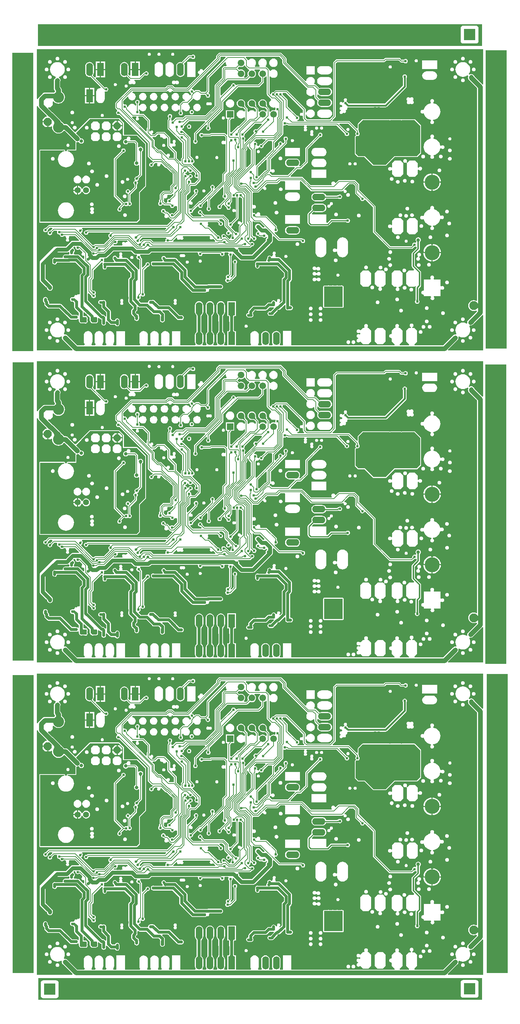
<source format=gbr>
G04 Generated on UCAM*
%FSLAX24Y24*%
%MOIN*%
%IPPOS*%
%ADD10C,0.01200*%
%ADD11C,0.01000*%
%ADD12C,0.00800*%
%ADD13C,0.01400*%
%ADD14C,0.01800*%
%ADD15C,0.02200*%
%ADD16C,0.02400*%
%ADD17C,0.03200*%
%ADD18C,0.02600*%
%ADD19C,0.03700*%
%ADD20R,0.06110X0.06110*%
%ADD21C,0.06110*%
%ADD22O,0.12010X0.06110*%
%AMBOXS*
$10=$1/2*$11=$2/2*$12=$10-$3*$13=$11-$4*
4,1-$6,8,0-$12,$11,$12,$11,$10,$13,$10,0-$13,$12,0-$11,0-$12,0-$11,0-$10,0-$13,0-$10,$13,0-$12,$11,$5*%
%ADD23BOXS,0.06399X0.06399X0.01874X0.01874X45.00X0*%
%ADD24C,0.05600*%
%ADD25BOXS,0.07203X0.07203X0.02110X0.02110X45.00X0*%
%ADD26C,0.10200*%
%ADD27O,0.12200X0.06200*%
%ADD28R,0.06200X0.12200*%
%ADD29O,0.06200X0.12200*%
%ADD30C,0.13800*%
%ADD31C,0.08200*%
%ADD32C,0.03100*%
%ADD33C,0.03400*%
%ADD34C,0.04200*%
%ADD35C,0.03000*%
%ADD36C,0.03500*%
%SRX1Y1I0.0000J0.0000*%
%LN29384_layer5*%
%LPD*%
G36*
X52953Y97530D02*
X11968D01*
Y99528*
X52953*
Y97530*
G37*
G36*
X52963Y9606D02*
X12008D01*
Y11604*
X52963*
Y9606*
G37*
G36*
X55195Y40570D02*
X53256D01*
Y68149*
X55195*
Y40570*
G37*
G36*
X55315Y12047D02*
X53376D01*
Y39616*
X55315*
Y12047*
G37*
G36*
X55225Y69632D02*
X53286D01*
Y97132*
X55225*
Y69632*
G37*
G36*
X11585Y40859D02*
X9646D01*
Y68359*
X11585*
Y40859*
G37*
G36*
X11565Y69402D02*
X9626D01*
Y96902*
X11565*
Y69402*
G37*
G36*
X11585Y12047D02*
X9646D01*
Y39518*
X11585*
Y12047*
G37*
%LPC*%
G36*
X52480Y99378D02*
X52391Y99396D01*
Y99395*
X51209*
Y99396*
X51120Y99378*
X51045Y99328*
X50994Y99252*
X50976Y99163*
X50978*
Y97982*
X50976*
X50994Y97893*
X51045Y97817*
X51120Y97766*
X51209Y97749*
Y97750*
X52391*
Y97749*
X52480Y97766*
X52555Y97817*
X52606Y97893*
X52624Y97982*
X52622*
Y99163*
X52624*
X52606Y99252*
X52555Y99328*
X52480Y99378*
G37*
%LPD*%
G36*
X52316Y98056D02*
X51284D01*
Y99089*
X52316*
Y98056*
G37*
%LPC*%
G36*
X52480Y11406D02*
X52391Y11424D01*
Y11422*
X51209*
Y11424*
X51120Y11406*
X51045Y11355*
X50994Y11280*
X50976Y11191*
X50978*
Y10009*
X50976*
X50994Y9920*
X51045Y9845*
X51120Y9794*
X51209Y9776*
Y9778*
X52391*
Y9776*
X52480Y9794*
X52555Y9845*
X52606Y9920*
X52624Y10009*
X52622*
Y11191*
X52624*
X52606Y11280*
X52555Y11355*
X52480Y11406*
G37*
G36*
X13741Y11367D02*
X13652Y11385D01*
Y11383*
X12470*
Y11385*
X12381Y11367*
X12306Y11316*
X12255Y11241*
X12237Y11152*
X12239*
Y9970*
X12237*
X12255Y9881*
X12306Y9806*
X12381Y9755*
X12470Y9737*
Y9739*
X13652*
Y9737*
X13741Y9755*
X13816Y9806*
X13867Y9881*
X13885Y9970*
X13883*
Y11152*
X13885*
X13867Y11241*
X13816Y11316*
X13741Y11367*
G37*
%LPD*%
G36*
X52316Y10084D02*
X51284D01*
Y11116*
X52316*
Y10084*
G37*
G36*
X13577Y10045D02*
X12545D01*
Y11077*
X13577*
Y10045*
G37*
G36*
X52025Y95290D02*
X52062Y95235D01*
X52117Y95198*
X52181Y95186*
X52245Y95198*
X52300Y95235*
X52337Y95290*
X52350Y95354*
X52337Y95419*
X52300Y95473*
X52245Y95510*
X52181Y95523*
X52117Y95510*
X52062Y95473*
X52025Y95419*
X52013Y95354*
X51865*
X51852Y95488*
X51813Y95616*
X51750Y95734*
X51665Y95838*
X51561Y95923*
X51443Y95986*
X51314Y96025*
X51181Y96038*
X51048Y96025*
X50920Y95986*
X50802Y95923*
X50697Y95838*
X50612Y95734*
X50549Y95616*
X50511Y95488*
X50497Y95354*
X50511Y95221*
X50549Y95093*
X50612Y94975*
X50697Y94871*
X50802Y94785*
X50920Y94722*
X51048Y94684*
X51181Y94670*
X51314Y94684*
X51443Y94722*
X51561Y94785*
X51615Y94829*
X51633Y94823*
X51674Y94726*
X51670Y94717*
X51660Y94641*
Y94584*
X51670Y94507*
X51700Y94436*
X51747Y94376*
X52499Y93622*
Y74044*
X52483Y74036*
X52419Y74012*
X52303Y74060*
X52175Y74077*
X52048Y74060*
X51928Y74010*
X51826Y73932*
X51747Y73830*
X51698Y73710*
X51681Y73583*
X51698Y73455*
X51747Y73335*
X51826Y73233*
X51928Y73155*
X52048Y73105*
X52175Y73088*
X52303Y73105*
X52388Y73140*
X52471Y73100*
X52478Y73064*
X52477Y73047*
X51675Y72245*
X51628Y72185*
X51599Y72114*
X51589Y72039*
X51597Y71981*
X51540Y71933*
X51523Y71927*
X51443Y71971*
X51314Y72009*
X51181Y72022*
X51048Y72009*
X50920Y71971*
X50802Y71907*
X50697Y71822*
X50612Y71718*
X50549Y71600*
X50511Y71472*
X50497Y71339*
X50511Y71205*
X50549Y71077*
X50592Y70996*
X50587Y70980*
X50539Y70923*
X50481Y70931*
X50406Y70921*
X50335Y70892*
X50274Y70844*
X49361Y69933*
X46706*
Y70017*
X46964Y70274*
Y71150*
X47113*
X47125Y71086*
X47162Y71031*
X47217Y70994*
X47281Y70982*
X47345Y70994*
X47400Y71031*
X47437Y71086*
X47449Y71150*
X47437Y71214*
X47400Y71269*
X47345Y71306*
X47281Y71318*
X47217Y71306*
X47162Y71269*
X47125Y71214*
X47113Y71150*
X46964*
Y71281*
X46906Y71339*
X50013*
X50025Y71274*
X50062Y71219*
X50117Y71183*
X50181Y71170*
X50245Y71183*
X50300Y71219*
X50337Y71274*
X50350Y71339*
X50337Y71403*
X50300Y71458*
X50245Y71494*
X50181Y71507*
X50117Y71494*
X50062Y71458*
X50025Y71403*
X50013Y71339*
X46906*
X46712Y71533*
X46535*
X46524Y71562*
X46520Y71617*
X46534Y71627*
X47370*
X47383Y71563*
X47419Y71508*
X47474Y71472*
X47538Y71459*
X47603Y71472*
X47658Y71508*
X47694Y71563*
X47707Y71627*
X47705Y71638*
X47950*
X47963Y71573*
X47999Y71518*
X48054Y71482*
X48119Y71469*
X48183Y71482*
X48238Y71518*
X48274Y71573*
X48287Y71638*
X48274Y71702*
X48238Y71757*
X48183Y71793*
X48119Y71806*
X48054Y71793*
X47999Y71757*
X47963Y71702*
X47950Y71638*
X47705*
X47694Y71692*
X47658Y71747*
X47603Y71783*
X47538Y71796*
X47474Y71783*
X47419Y71747*
X47383Y71692*
X47370Y71627*
X46534*
X46570Y71651*
X46607Y71706*
X46619Y71770*
X46607Y71834*
X46570Y71889*
X46515Y71926*
X46451Y71938*
X46387Y71926*
X46332Y71889*
X46295Y71834*
X46283Y71770*
X46295Y71706*
X46332Y71651*
X46382Y71617*
X46378Y71562*
X46367Y71533*
X46205*
X45953Y71281*
Y70274*
X46211Y70017*
Y69933*
X45366*
Y70017*
X45624Y70274*
Y71281*
X45372Y71533*
X45277*
X45268Y71540*
X45238Y71613*
X45264Y71653*
X45277Y71718*
X45264Y71782*
X45228Y71837*
X45173Y71873*
X45108Y71886*
X45044Y71873*
X44989Y71837*
X44953Y71782*
X44940Y71718*
X44953Y71653*
X44979Y71613*
X44949Y71540*
X44940Y71533*
X44865*
X44614Y71281*
Y70995*
X44553Y70947*
X44484Y70933*
X44429Y70897*
X44393Y70842*
X44380Y70777*
X44393Y70713*
X44429Y70658*
X44484Y70622*
X44553Y70608*
X44614Y70560*
Y70274*
X44871Y70017*
Y69933*
X35359*
Y70208*
X40440*
X40453Y70143*
X40489Y70088*
X40544Y70052*
X40609Y70039*
X40673Y70052*
X40728Y70088*
X40764Y70143*
X40777Y70208*
X40920*
X40933Y70143*
X40969Y70088*
X41024Y70052*
X41089Y70039*
X41153Y70052*
X41208Y70088*
X41244Y70143*
X41257Y70208*
X41244Y70272*
X41208Y70327*
X41153Y70363*
X41127Y70368*
X41370*
X41383Y70303*
X41419Y70248*
X41474Y70212*
X41539Y70199*
X41603Y70212*
X41662Y70251*
X41749Y70243*
X41965Y70026*
X42472*
X42723Y70278*
X43053*
X43305Y70026*
X43812*
X44063Y70278*
Y71285*
X43812Y71536*
X43305*
X43053Y71285*
Y70278*
X42723*
Y71285*
X42472Y71536*
X42418*
X42380Y71617*
X42404Y71653*
X42417Y71718*
X42404Y71782*
X42368Y71837*
X42313Y71873*
X42249Y71886*
X42184Y71873*
X42129Y71837*
X42093Y71782*
X42080Y71718*
X42093Y71653*
X42117Y71617*
X42079Y71536*
X41965*
X41756Y71328*
X41662Y71334*
X41603Y71373*
X41539Y71386*
X41474Y71373*
X41419Y71337*
X41383Y71282*
X41370Y71217*
X41383Y71153*
X41419Y71098*
X41474Y71062*
X41539Y71049*
X41603Y71062*
X41632Y71082*
X41706Y71043*
Y70962*
X41632Y70923*
X41603Y70943*
X41539Y70956*
X41474Y70943*
X41419Y70907*
X41383Y70852*
X41370Y70787*
X41383Y70723*
X41419Y70668*
X41474Y70632*
X41528Y70621*
Y70534*
X41474Y70523*
X41419Y70487*
X41383Y70432*
X41370Y70368*
X41127*
X41089Y70376*
X41024Y70363*
X40969Y70327*
X40933Y70272*
X40920Y70208*
X40777*
X40764Y70272*
X40728Y70327*
X40673Y70363*
X40609Y70376*
X40544Y70363*
X40489Y70327*
X40453Y70272*
X40440Y70208*
X35359*
Y71244*
X34579*
Y69933*
X34317*
X34276Y70014*
X34310Y70057*
X34349Y70153*
X34363Y70255*
Y70853*
X34349Y70955*
X34310Y71051*
X34248Y71132*
X34166Y71194*
X34071Y71234*
X33969Y71247*
X33868Y71234*
X33773Y71194*
X33691Y71132*
X33629Y71051*
X33590Y70955*
X33576Y70853*
Y70255*
X33590Y70153*
X33629Y70057*
X33662Y70014*
X33622Y69933*
X33317*
X33276Y70014*
X33310Y70057*
X33349Y70153*
X33363Y70255*
Y70853*
X33349Y70955*
X33310Y71051*
X33248Y71132*
X33166Y71194*
X33071Y71234*
X32969Y71247*
X32868Y71234*
X32773Y71194*
X32691Y71132*
X32629Y71051*
X32590Y70955*
X32576Y70853*
Y70255*
X32590Y70153*
X32629Y70057*
X32662Y70014*
X32622Y69933*
X32317*
X32276Y70014*
X32310Y70057*
X32349Y70153*
X32363Y70255*
Y70853*
X32349Y70955*
X32310Y71051*
X32248Y71132*
X32166Y71194*
X32071Y71234*
X31969Y71247*
X31868Y71234*
X31773Y71194*
X31691Y71132*
X31629Y71051*
X31590Y70955*
X31576Y70853*
Y70255*
X31590Y70153*
X31629Y70057*
X31662Y70014*
X31622Y69933*
X30237*
Y71240*
X30086*
X30081Y71250*
X30076Y71264*
X30069Y71285*
X30065Y71314*
X30063Y71333*
Y71688*
X31056*
X31066Y71633*
X31097Y71586*
X31144Y71555*
X31198Y71545*
X31253Y71555*
X31300Y71586*
X31331Y71633*
X31341Y71688*
X31331Y71742*
X31300Y71789*
X31253Y71820*
X31198Y71830*
X31144Y71820*
X31097Y71789*
X31066Y71742*
X31056Y71688*
X30063*
Y72106*
X30061Y72117*
Y72267*
X36970*
X36983Y72203*
X37019Y72148*
X37074Y72112*
X37139Y72099*
X37203Y72112*
X37258Y72148*
X37294Y72203*
X37307Y72267*
X37890*
X37903Y72203*
X37939Y72148*
X37994Y72112*
X38059Y72099*
X38123Y72112*
X38161Y72137*
X47670*
X47683Y72073*
X47719Y72018*
X47774Y71982*
X47839Y71969*
X47903Y71982*
X47958Y72018*
X47971Y72039*
X50313*
X50325Y71974*
X50362Y71919*
X50417Y71883*
X50481Y71870*
X50545Y71883*
X50600Y71919*
X50637Y71974*
X50650Y72039*
X50637Y72103*
X50600Y72158*
X50545Y72194*
X50481Y72207*
X50417Y72194*
X50362Y72158*
X50325Y72103*
X50313Y72039*
X47971*
X47994Y72073*
X48007Y72137*
X47994Y72202*
X47958Y72257*
X47903Y72293*
X47839Y72306*
X47774Y72293*
X47719Y72257*
X47683Y72202*
X47670Y72137*
X38161*
X38178Y72148*
X38214Y72203*
X38227Y72267*
X38214Y72332*
X38209Y72339*
X51013*
X51025Y72274*
X51062Y72219*
X51117Y72183*
X51181Y72170*
X51245Y72183*
X51300Y72219*
X51337Y72274*
X51350Y72339*
X51337Y72403*
X51300Y72458*
X51245Y72494*
X51181Y72507*
X51117Y72494*
X51062Y72458*
X51025Y72403*
X51013Y72339*
X38209*
X38178Y72387*
X38123Y72423*
X38059Y72436*
X37994Y72423*
X37939Y72387*
X37903Y72332*
X37890Y72267*
X37307*
X37294Y72332*
X37258Y72387*
X37203Y72423*
X37139Y72436*
X37074Y72423*
X37019Y72387*
X36983Y72332*
X36970Y72267*
X30061*
Y72521*
X30062Y72542*
X30067Y72570*
X30073Y72591*
X30079Y72605*
X30083Y72614*
X30096Y72616*
X30237*
Y72697*
X31194*
X31210Y72620*
X31254Y72553*
X31321Y72509*
X31399Y72493*
X31657*
X31736Y72509*
X31803Y72553*
X31847Y72620*
X31863Y72697*
X31862Y72703*
X31863Y72708*
X31847Y72785*
X31820Y72826*
Y72950*
X32006Y73136*
X32971*
X33054Y73152*
X33125Y73199*
X33358Y73433*
X33708*
X33736Y73380*
X33740Y73351*
X33449Y73062*
X33360*
X33281Y73046*
X33214Y73002*
X33170Y72935*
X33154Y72858*
X33170Y72780*
X33214Y72713*
X33281Y72669*
X33360Y72653*
X33548*
X33579Y72659*
X33609Y72653*
X33686Y72669*
X33753Y72713*
X33797Y72780*
X33798Y72788*
X36970*
X36983Y72723*
X37019Y72668*
X37074Y72632*
X37139Y72619*
X37203Y72632*
X37258Y72668*
X37294Y72723*
X37307Y72788*
X37890*
X37903Y72723*
X37939Y72668*
X37994Y72632*
X38059Y72619*
X38123Y72632*
X38178Y72668*
X38214Y72723*
X38227Y72788*
X38214Y72852*
X38189Y72890*
X49173*
X49185Y72826*
X49222Y72771*
X49277Y72734*
X49341Y72722*
X49405Y72734*
X49460Y72771*
X49497Y72826*
X49509Y72890*
X49497Y72954*
X49460Y73009*
X49405Y73046*
X49341Y73058*
X49277Y73046*
X49222Y73009*
X49185Y72954*
X49173Y72890*
X38189*
X38178Y72907*
X38123Y72943*
X38059Y72956*
X37994Y72943*
X37939Y72907*
X37903Y72852*
X37890Y72788*
X37307*
X37294Y72852*
X37258Y72907*
X37203Y72943*
X37139Y72956*
X37074Y72943*
X37019Y72907*
X36983Y72852*
X36970Y72788*
X33798*
X33803Y72809*
X34034Y73040*
X34051Y73051*
X34127Y73127*
X45310*
X45323Y73063*
X45359Y73008*
X45414Y72972*
X45479Y72959*
X45543Y72972*
X45598Y73008*
X45634Y73063*
X45647Y73127*
X45634Y73192*
X45598Y73247*
X45543Y73283*
X45479Y73296*
X45414Y73283*
X45359Y73247*
X45323Y73192*
X45310Y73127*
X34127*
X34163Y73163*
X34247Y73179*
X34317Y73227*
X34738Y73647*
X34814Y73615*
Y73369*
X34830Y73286*
X34877Y73216*
X34947Y73169*
X35029Y73153*
X35078Y73163*
X35288*
X35370Y73179*
X35440Y73226*
X35487Y73296*
X35490Y73315*
X36970*
X36983Y73250*
X37019Y73196*
X37074Y73159*
X37139Y73146*
X37203Y73159*
X37258Y73196*
X37294Y73250*
X37307Y73315*
X37306Y73318*
X37890*
X37903Y73253*
X37939Y73198*
X37994Y73162*
X38059Y73149*
X38123Y73162*
X38178Y73198*
X38214Y73253*
X38227Y73318*
X38221Y73348*
X47670*
X47683Y73283*
X47719Y73228*
X47774Y73192*
X47839Y73179*
X47903Y73192*
X47958Y73228*
X47994Y73283*
X48007Y73348*
X47994Y73412*
X47958Y73467*
X47903Y73503*
X47839Y73516*
X47774Y73503*
X47719Y73467*
X47683Y73412*
X47670Y73348*
X38221*
X38214Y73382*
X38178Y73437*
X38123Y73473*
X38093Y73479*
X38297*
X38303Y73442*
X38323Y73412*
X38353Y73392*
X38390Y73386*
X40088*
X40124Y73392*
X40154Y73412*
X40174Y73442*
X40180Y73479*
Y73644*
Y73645*
X40180*
Y73878*
X43140*
X43153Y73813*
X43189Y73758*
X43244Y73722*
X43309Y73709*
X43373Y73722*
X43428Y73758*
X43464Y73813*
X43477Y73878*
X43464Y73942*
X43428Y73997*
X43373Y74033*
X43309Y74046*
X43244Y74033*
X43189Y73997*
X43153Y73942*
X43140Y73878*
X40180*
Y74044*
Y74045*
X40180*
Y74147*
X44960*
X44973Y74083*
X45009Y74028*
X45064Y73992*
X45128Y73979*
X45193Y73992*
X45248Y74028*
X45284Y74083*
X45297Y74147*
X45284Y74212*
X45248Y74267*
X45193Y74303*
X45128Y74316*
X45064Y74303*
X45009Y74267*
X44973Y74212*
X44960Y74147*
X40180*
Y74444*
Y74445*
X40180*
Y74844*
Y74845*
X40180*
Y75244*
Y75245*
X40180*
Y75258*
X42660*
X42673Y75193*
X42709Y75138*
X42764Y75102*
X42828Y75089*
X42893Y75102*
X42948Y75138*
X42984Y75193*
X42997Y75258*
X42984Y75322*
X42948Y75377*
X42893Y75413*
X42828Y75426*
X42764Y75413*
X42709Y75377*
X42673Y75322*
X42660Y75258*
X40180*
Y75337*
X40174Y75373*
X40154Y75403*
X40124Y75423*
X40088Y75429*
X40060*
X40055Y75433*
X39977Y75448*
X39899Y75433*
X39894Y75429*
X39660*
X39655Y75433*
X39577Y75448*
X39499Y75433*
X39494Y75429*
X39260*
X39255Y75433*
X39177Y75448*
X39099Y75433*
X39094Y75429*
X38860*
X38855Y75433*
X38777Y75448*
X38699Y75433*
X38694Y75429*
X38390*
X38353Y75423*
X38323Y75403*
X38303Y75373*
X38297Y75337*
Y73479*
X38093*
X38059Y73486*
X37994Y73473*
X37939Y73437*
X37903Y73382*
X37890Y73318*
X37306*
X37294Y73379*
X37258Y73434*
X37203Y73471*
X37139Y73483*
X37074Y73471*
X37019Y73434*
X36983Y73379*
X36970Y73315*
X35490*
X35503Y73378*
X35487Y73459*
X35440Y73529*
X35370Y73576*
X35288Y73592*
X35243*
Y75578*
X41713*
X41965Y75326*
X42472*
X42723Y75578*
X43053*
X43305Y75326*
X43427*
X43453Y75242*
X43429Y75227*
X43393Y75172*
X43380Y75108*
X43393Y75043*
X43429Y74988*
X43484Y74952*
X43548Y74939*
X43613Y74952*
X43668Y74988*
X43704Y75043*
X43717Y75108*
X43704Y75172*
X43668Y75227*
X43644Y75242*
X43670Y75326*
X43812*
X44059Y75574*
X44614*
X44865Y75322*
X45046*
X45073Y75239*
X45039Y75217*
X45003Y75162*
X44990Y75097*
X45003Y75033*
X45039Y74978*
X45094Y74942*
X45159Y74929*
X45223Y74942*
X45278Y74978*
X45314Y75033*
X45319Y75058*
X46260*
X46273Y74993*
X46309Y74938*
X46364Y74902*
X46428Y74889*
X46493Y74902*
X46548Y74938*
X46584Y74993*
X46597Y75058*
X46584Y75122*
X46548Y75177*
X46493Y75213*
X46428Y75226*
X46364Y75213*
X46309Y75177*
X46273Y75122*
X46260Y75058*
X45319*
X45327Y75097*
X45314Y75162*
X45278Y75217*
X45258Y75230*
X45633*
X45645Y75166*
X45682Y75111*
X45737Y75074*
X45801Y75062*
X45865Y75074*
X45920Y75111*
X45957Y75166*
X45969Y75230*
X45957Y75294*
X45920Y75349*
X45865Y75386*
X45801Y75398*
X45737Y75386*
X45682Y75349*
X45645Y75294*
X45633Y75230*
X45258*
X45244Y75239*
X45271Y75322*
X45372*
X45624Y75574*
Y76581*
X45377Y76827*
X45610*
X45623Y76763*
X45659Y76708*
X45714Y76672*
X45778Y76659*
X45843Y76672*
X45898Y76708*
X45934Y76763*
X45947Y76827*
X45934Y76892*
X45898Y76947*
X45843Y76983*
X45778Y76996*
X45714Y76983*
X45659Y76947*
X45623Y76892*
X45610Y76827*
X45377*
X45372Y76832*
X44865*
X44614Y76581*
Y75574*
X44059*
X44063Y75578*
Y76585*
X43917Y76731*
X43972Y76801*
X43993Y76786*
X44014Y76772*
X44078Y76759*
X44143Y76772*
X44198Y76808*
X44234Y76863*
X44247Y76927*
X44234Y76992*
X44198Y77047*
X44143Y77083*
X44078Y77096*
X44014Y77083*
X43959Y77047*
X43923Y76992*
X43910Y76927*
X43923Y76863*
X43937Y76842*
X43952Y76821*
X43882Y76766*
X43812Y76836*
X43305*
X43053Y76585*
Y75578*
X42723*
Y76585*
X42472Y76836*
X41965*
X41713Y76585*
Y75578*
X35243*
Y75759*
X35349Y75865*
X35397Y75936*
X35411Y76007*
X37330*
X37343Y75943*
X37379Y75888*
X37434Y75852*
X37499Y75839*
X37563Y75852*
X37618Y75888*
X37640Y75923*
X37663Y75928*
X37730Y75923*
X37759Y75878*
X37814Y75842*
X37878Y75829*
X37943Y75842*
X37998Y75878*
X38034Y75933*
X38047Y75998*
X38034Y76062*
X37998Y76117*
X37943Y76153*
X37878Y76166*
X37814Y76153*
X37759Y76117*
X37737Y76082*
X37714Y76077*
X37647Y76082*
X37618Y76127*
X37563Y76163*
X37499Y76176*
X37434Y76163*
X37379Y76127*
X37343Y76072*
X37330Y76007*
X35411*
X35413Y76018*
Y76517*
X37330*
X37343Y76453*
X37379Y76398*
X37434Y76362*
X37499Y76349*
X37563Y76362*
X37618Y76398*
X37644Y76438*
X37656Y76441*
X37721*
X37733Y76438*
X37759Y76398*
X37814Y76362*
X37878Y76349*
X37943Y76362*
X37996Y76397*
X39516*
X39526Y76343*
X39557Y76296*
X39604Y76265*
X39659Y76255*
X39713Y76265*
X39760Y76296*
X39791Y76343*
X39801Y76397*
X39791Y76452*
X39760Y76499*
X39713Y76530*
X39659Y76540*
X39604Y76530*
X39557Y76499*
X39526Y76452*
X39516Y76397*
X37996*
X37998Y76398*
X38034Y76453*
X38047Y76517*
X38034Y76582*
X37998Y76637*
X37943Y76673*
X37878Y76686*
X37814Y76673*
X37759Y76637*
X37733Y76597*
X37721Y76594*
X37656*
X37644Y76597*
X37618Y76637*
X37563Y76673*
X37499Y76686*
X37434Y76673*
X37379Y76637*
X37343Y76582*
X37330Y76517*
X35413*
Y76837*
X35397Y76919*
X35349Y76990*
X35321Y77018*
X37330*
X37343Y76953*
X37379Y76898*
X37434Y76862*
X37499Y76849*
X37563Y76862*
X37615Y76897*
X37627Y76901*
X37708Y76890*
X37729Y76858*
X37784Y76822*
X37848Y76809*
X37913Y76822*
X37968Y76858*
X38004Y76913*
X38017Y76977*
X38004Y77042*
X37968Y77097*
X37952Y77107*
X42080*
X42093Y77043*
X42129Y76988*
X42184Y76952*
X42249Y76939*
X42313Y76952*
X42368Y76988*
X42404Y77043*
X42415Y77098*
X43420*
X43433Y77033*
X43469Y76978*
X43524Y76942*
X43589Y76929*
X43653Y76942*
X43708Y76978*
X43744Y77033*
X43757Y77098*
X43744Y77162*
X43708Y77217*
X43653Y77253*
X43589Y77266*
X43524Y77253*
X43469Y77217*
X43433Y77162*
X43420Y77098*
X42415*
X42417Y77107*
X42404Y77172*
X42368Y77227*
X42313Y77263*
X42249Y77276*
X42184Y77263*
X42129Y77227*
X42093Y77172*
X42080Y77107*
X37952*
X37913Y77133*
X37848Y77146*
X37784Y77133*
X37732Y77098*
X37720Y77094*
X37639Y77105*
X37618Y77137*
X37563Y77173*
X37499Y77186*
X37434Y77173*
X37379Y77137*
X37343Y77082*
X37330Y77018*
X35321*
X35031Y77308*
X44300*
X44313Y77243*
X44349Y77188*
X44404Y77152*
X44468Y77139*
X44533Y77152*
X44588Y77188*
X44624Y77243*
X44637Y77308*
X44624Y77372*
X44588Y77427*
X44533Y77463*
X44468Y77476*
X44404Y77463*
X44349Y77427*
X44313Y77372*
X44300Y77308*
X35031*
X34572Y77767*
X39280*
X39293Y77703*
X39329Y77648*
X39384Y77612*
X39448Y77599*
X39513Y77612*
X39568Y77648*
X39604Y77703*
X39617Y77767*
X39604Y77832*
X39568Y77887*
X39537Y77907*
X44200*
X44213Y77843*
X44249Y77788*
X44304Y77752*
X44369Y77739*
X44433Y77752*
X44488Y77788*
X44524Y77843*
X44537Y77907*
X44524Y77972*
X44488Y78027*
X44433Y78063*
X44369Y78076*
X44304Y78063*
X44249Y78027*
X44213Y77972*
X44200Y77907*
X39537*
X39513Y77923*
X39448Y77936*
X39384Y77923*
X39329Y77887*
X39293Y77832*
X39280Y77767*
X34572*
X34351Y77988*
X34280Y78036*
X34198Y78052*
X33940*
X33895Y78127*
X34716*
X34726Y78073*
X34757Y78026*
X34804Y77995*
X34859Y77985*
X34913Y77995*
X34960Y78026*
X34991Y78073*
X35001Y78127*
X34991Y78182*
X34960Y78229*
X34913Y78260*
X34859Y78270*
X34804Y78260*
X34757Y78229*
X34726Y78182*
X34716Y78127*
X33895*
X33893Y78130*
X33901Y78167*
X33891Y78222*
X33855Y78276*
X33893Y78342*
X33901Y78353*
X33911Y78408*
X33901Y78462*
X33870Y78509*
X33823Y78540*
X33791Y78546*
X37572*
X37589Y78414*
X37640Y78292*
X37720Y78186*
X37825Y78106*
X37948Y78056*
X38078Y78038*
X38209Y78056*
X38332Y78106*
X38437Y78186*
X38517Y78292*
X38568Y78414*
X38585Y78546*
Y78678*
X39190*
X39203Y78613*
X39239Y78558*
X39294Y78522*
X39358Y78509*
X39423Y78522*
X39477Y78558*
X39485Y78571*
X39558Y78555*
X39571Y78547*
X39589Y78414*
X39640Y78292*
X39720Y78186*
X39825Y78106*
X39948Y78056*
X40079Y78038*
X40209Y78056*
X40332Y78106*
X40437Y78186*
X40517Y78292*
X40568Y78414*
X40580Y78508*
X44310*
X44323Y78443*
X44359Y78388*
X44414Y78352*
X44479Y78339*
X44543Y78352*
X44598Y78388*
X44634Y78443*
X44647Y78508*
X44634Y78572*
X44598Y78627*
X44543Y78663*
X44479Y78676*
X44414Y78663*
X44359Y78627*
X44323Y78572*
X44310Y78508*
X40580*
X40585Y78546*
Y79369*
X40568Y79501*
X40517Y79623*
X40437Y79729*
X40332Y79809*
X40209Y79859*
X40079Y79877*
X39948Y79859*
X39825Y79809*
X39720Y79729*
X39640Y79623*
X39589Y79501*
X39572Y79369*
Y78808*
X39488Y78781*
X39478Y78797*
X39423Y78833*
X39358Y78846*
X39294Y78833*
X39239Y78797*
X39203Y78742*
X39190Y78678*
X38585*
Y79369*
X38568Y79501*
X38517Y79623*
X38437Y79729*
X38332Y79809*
X38209Y79859*
X38078Y79877*
X37948Y79859*
X37825Y79809*
X37720Y79729*
X37640Y79623*
X37589Y79501*
X37572Y79369*
Y78546*
X33791*
X33768Y78550*
X33714Y78540*
X33667Y78509*
X33636Y78462*
X33626Y78408*
X33636Y78353*
X33672Y78299*
X33634Y78233*
X33626Y78222*
X33615Y78162*
X33547Y78111*
X33519Y78110*
X33500Y78139*
X33430Y78186*
X33349Y78202*
X33267Y78186*
X33197Y78139*
X33150Y78069*
X33134Y77987*
Y77926*
X33118Y77910*
X33070Y77839*
X33054Y77758*
X33060Y77729*
X32997Y77652*
X32314*
X32307Y77655*
X32229Y77672*
X32151Y77656*
X32084Y77612*
X32040Y77545*
X32036Y77528*
X32030Y77519*
X32014Y77437*
X32024Y77387*
Y77208*
X32040Y77130*
X32084Y77063*
X32151Y77019*
X32229Y77003*
X32306Y77019*
X32373Y77063*
X32417Y77130*
X32433Y77208*
Y77223*
X34030*
X34669Y76584*
Y76251*
X34533Y76115*
X34485Y76044*
X34469Y75962*
Y73995*
X34471Y73987*
X34326Y73842*
X34245Y73865*
X34247Y73912*
X34300Y73946*
X34331Y73993*
X34341Y74047*
X34331Y74102*
X34300Y74149*
X34253Y74180*
X34199Y74190*
X34144Y74180*
X34097Y74149*
X34066Y74102*
X34056Y74047*
X34062Y74016*
X34065Y73983*
X34011Y73931*
X34000Y73929*
X33920Y73944*
X33870Y74019*
X33800Y74066*
X33719Y74082*
X33637Y74066*
X33567Y74019*
X33520Y73949*
X33503Y73862*
X33271*
X33188Y73846*
X33117Y73798*
X32883Y73564*
X31918*
X31835Y73548*
X31764Y73501*
X31455Y73192*
X31408Y73121*
X31392Y73038*
Y72900*
X31321Y72886*
X31254Y72842*
X31210Y72775*
X31194Y72697*
X30237*
Y73996*
X29457*
Y72616*
X29597*
X29610Y72614*
X29614Y72605*
X29619Y72591*
X29626Y72570*
X29630Y72542*
X29632Y72521*
Y72111*
X29634Y72100*
Y71333*
X29632Y71314*
X29628Y71285*
X29621Y71264*
X29616Y71250*
X29611Y71240*
X29457*
Y69933*
X29198*
X29157Y70014*
X29188Y70053*
X29227Y70149*
X29241Y70251*
Y70849*
X29227Y70951*
X29188Y71047*
X29126Y71128*
X29077Y71165*
Y71171*
X29070Y71205*
X29063Y71291*
Y72117*
X29061Y72127*
Y72570*
X29063Y72604*
X29068Y72649*
X29075Y72684*
Y72689*
X29126Y72728*
X29188Y72809*
X29227Y72905*
X29241Y73007*
Y73605*
X29227Y73707*
X29188Y73803*
X29126Y73884*
X29044Y73946*
X28949Y73986*
X28847Y73999*
X28746Y73986*
X28651Y73946*
X28569Y73884*
X28507Y73803*
X28468Y73707*
X28454Y73605*
Y73007*
X28468Y72905*
X28507Y72809*
X28569Y72728*
X28618Y72691*
Y72685*
X28625Y72651*
X28632Y72564*
Y72121*
X28634Y72110*
Y71286*
X28632Y71252*
X28627Y71207*
X28620Y71173*
Y71167*
X28569Y71128*
X28507Y71047*
X28468Y70951*
X28454Y70849*
Y70251*
X28468Y70149*
X28507Y70053*
X28537Y70014*
X28497Y69933*
X28198*
X28157Y70014*
X28188Y70053*
X28227Y70149*
X28241Y70251*
Y70849*
X28227Y70951*
X28188Y71047*
X28126Y71128*
X28075Y71167*
Y71172*
X28068Y71206*
X28061Y71293*
Y72570*
X28063Y72604*
X28068Y72649*
X28075Y72684*
Y72689*
X28126Y72728*
X28188Y72809*
X28227Y72905*
X28241Y73007*
Y73605*
X28227Y73707*
X28188Y73803*
X28126Y73884*
X28044Y73946*
X27949Y73986*
X27847Y73999*
X27746Y73986*
X27651Y73946*
X27569Y73884*
X27507Y73803*
X27468Y73707*
X27454Y73605*
Y73007*
X27468Y72905*
X27507Y72809*
X27569Y72728*
X27618Y72691*
Y72685*
X27625Y72651*
X27632Y72564*
Y71285*
X27630Y71251*
X27625Y71206*
X27618Y71171*
Y71165*
X27569Y71128*
X27507Y71047*
X27468Y70951*
X27454Y70849*
Y70251*
X27468Y70149*
X27507Y70053*
X27537Y70014*
X27497Y69933*
X27198*
X27157Y70014*
X27188Y70053*
X27227Y70149*
X27241Y70251*
Y70849*
X27227Y70951*
X27188Y71047*
X27126Y71128*
X27061Y71178*
Y72570*
X27063Y72604*
X27068Y72649*
X27075Y72684*
Y72689*
X27126Y72728*
X27188Y72809*
X27227Y72905*
X27241Y73007*
Y73605*
X27227Y73707*
X27188Y73803*
X27126Y73884*
X27044Y73946*
X26949Y73986*
X26847Y73999*
X26746Y73986*
X26651Y73946*
X26569Y73884*
X26507Y73803*
X26468Y73707*
X26454Y73605*
Y73007*
X26468Y72905*
X26507Y72809*
X26569Y72728*
X26618Y72691*
Y72685*
X26625Y72651*
X26632Y72564*
Y71176*
X26569Y71128*
X26507Y71047*
X26468Y70951*
X26454Y70849*
Y70251*
X26468Y70149*
X26507Y70053*
X26537Y70014*
X26497Y69933*
X25119*
Y71240*
X24339*
Y69933*
X24080*
X24039Y70014*
X24070Y70053*
X24109Y70149*
X24123Y70251*
Y70849*
X24109Y70951*
X24070Y71047*
X24007Y71128*
X23926Y71190*
X23831Y71230*
X23729Y71243*
X23628Y71230*
X23532Y71190*
X23451Y71128*
X23389Y71047*
X23349Y70951*
X23336Y70849*
Y70251*
X23349Y70149*
X23389Y70053*
X23419Y70014*
X23379Y69933*
X23080*
X23039Y70014*
X23070Y70053*
X23109Y70149*
X23123Y70251*
Y70849*
X23109Y70951*
X23070Y71047*
X23007Y71128*
X22926Y71190*
X22831Y71230*
X22729Y71243*
X22628Y71230*
X22532Y71190*
X22451Y71128*
X22389Y71047*
X22349Y70951*
X22336Y70849*
Y70251*
X22349Y70149*
X22389Y70053*
X22419Y70014*
X22379Y69933*
X22080*
X22039Y70014*
X22070Y70053*
X22109Y70149*
X22123Y70251*
Y70849*
X22109Y70951*
X22070Y71047*
X22007Y71128*
X21926Y71190*
X21831Y71230*
X21729Y71243*
X21628Y71230*
X21532Y71190*
X21451Y71128*
X21389Y71047*
X21349Y70951*
X21336Y70849*
Y70251*
X21349Y70149*
X21389Y70053*
X21419Y70014*
X21379Y69933*
X20001*
Y71240*
X19221*
Y69933*
X18962*
X18921Y70014*
X18951Y70053*
X18991Y70149*
X19004Y70251*
Y70849*
X18991Y70951*
X18951Y71047*
X18889Y71128*
X18808Y71190*
X18712Y71230*
X18611Y71243*
X18510Y71230*
X18414Y71190*
X18333Y71128*
X18271Y71047*
X18231Y70951*
X18218Y70849*
Y70251*
X18231Y70149*
X18271Y70053*
X18301Y70014*
X18260Y69933*
X17962*
X17921Y70014*
X17951Y70053*
X17991Y70149*
X18004Y70251*
Y70849*
X17991Y70951*
X17951Y71047*
X17889Y71128*
X17808Y71190*
X17712Y71230*
X17611Y71243*
X17510Y71230*
X17414Y71190*
X17333Y71128*
X17271Y71047*
X17231Y70951*
X17218Y70849*
Y70251*
X17231Y70149*
X17271Y70053*
X17301Y70014*
X17260Y69933*
X16962*
X16921Y70014*
X16951Y70053*
X16991Y70149*
X17004Y70251*
Y70849*
X16991Y70951*
X16951Y71047*
X16889Y71128*
X16808Y71190*
X16712Y71230*
X16611Y71243*
X16510Y71230*
X16414Y71190*
X16333Y71128*
X16271Y71047*
X16231Y70951*
X16218Y70849*
Y70251*
X16231Y70149*
X16271Y70053*
X16301Y70014*
X16260Y69933*
X15599*
X14686Y70845*
X14626Y70892*
X14555Y70921*
X14480Y70931*
X14422Y70923*
X14374Y70980*
X14368Y70996*
X14412Y71077*
X14450Y71205*
X14463Y71339*
X14611*
X14624Y71274*
X14660Y71219*
X14715Y71183*
X14780Y71170*
X14844Y71183*
X14899Y71219*
X14935Y71274*
X14948Y71339*
X14935Y71403*
X14899Y71458*
X14844Y71494*
X14780Y71507*
X14715Y71494*
X14660Y71458*
X14624Y71403*
X14611Y71339*
X14463*
X14450Y71472*
X14412Y71600*
X14348Y71718*
X14263Y71822*
X14159Y71907*
X14041Y71971*
X13913Y72009*
X13780Y72022*
X13646Y72009*
X13518Y71971*
X13400Y71907*
X13296Y71822*
X13211Y71718*
X13147Y71600*
X13109Y71472*
X13096Y71339*
X13109Y71205*
X13147Y71077*
X13211Y70959*
X13296Y70855*
X13400Y70770*
X13518Y70706*
X13646Y70668*
X13780Y70655*
X13913Y70668*
X14041Y70706*
X14122Y70750*
X14138Y70744*
X14195Y70696*
X14187Y70639*
X14197Y70563*
X14226Y70492*
X14273Y70432*
X15168Y69536*
X15136Y69459*
X11900*
Y70339*
X13611*
X13624Y70274*
X13660Y70219*
X13715Y70183*
X13780Y70170*
X13844Y70183*
X13899Y70219*
X13935Y70274*
X13948Y70339*
X13935Y70403*
X13899Y70458*
X13844Y70494*
X13780Y70507*
X13715Y70494*
X13660Y70458*
X13624Y70403*
X13611Y70339*
X11900*
Y70639*
X12911*
X12924Y70574*
X12960Y70519*
X13015Y70483*
X13080Y70470*
X13144Y70483*
X13199Y70519*
X13235Y70574*
X13248Y70639*
X13235Y70703*
X13199Y70758*
X13144Y70794*
X13080Y70807*
X13015Y70794*
X12960Y70758*
X12924Y70703*
X12911Y70639*
X11900*
Y71339*
X12611*
X12624Y71274*
X12660Y71219*
X12715Y71183*
X12780Y71170*
X12844Y71183*
X12899Y71219*
X12935Y71274*
X12948Y71339*
X12935Y71403*
X12899Y71458*
X12844Y71494*
X12780Y71507*
X12715Y71494*
X12660Y71458*
X12624Y71403*
X12611Y71339*
X11900*
Y72039*
X12911*
X12924Y71974*
X12960Y71919*
X13015Y71883*
X13080Y71870*
X13144Y71883*
X13199Y71919*
X13235Y71974*
X13248Y72039*
X14311*
X14324Y71974*
X14360Y71919*
X14415Y71883*
X14480Y71870*
X14544Y71883*
X14599Y71919*
X14635Y71974*
X14648Y72039*
X14635Y72103*
X14599Y72158*
X14544Y72194*
X14480Y72207*
X14415Y72194*
X14360Y72158*
X14324Y72103*
X14311Y72039*
X13248*
X13235Y72103*
X13199Y72158*
X13144Y72194*
X13080Y72207*
X13015Y72194*
X12960Y72158*
X12924Y72103*
X12911Y72039*
X11900*
Y72339*
X13611*
X13624Y72274*
X13660Y72219*
X13715Y72183*
X13780Y72170*
X13844Y72183*
X13899Y72219*
X13935Y72274*
X13948Y72339*
X13935Y72403*
X13899Y72458*
X13844Y72494*
X13780Y72507*
X13715Y72494*
X13660Y72458*
X13624Y72403*
X13611Y72339*
X11900*
Y75967*
X12154*
X12163Y75897*
X12190Y75832*
X12233Y75777*
X12821Y75188*
X12825Y75163*
X12852Y75098*
X12895Y75043*
X12910Y75028*
X12965Y74985*
X13030Y74958*
X13099Y74949*
X13168Y74958*
X13233Y74985*
X13288Y75027*
X13330Y75082*
X13357Y75147*
X13366Y75216*
X13357Y75285*
X13350Y75301*
X13341Y75373*
X13314Y75438*
X13271Y75493*
X12688Y76077*
Y77459*
X13709Y78480*
X14657*
X14727Y78490*
X14792Y78516*
X14803Y78525*
X14884Y78484*
Y78449*
X14898Y78380*
X14853Y78302*
X14490*
X14407Y78286*
X14337Y78239*
X14290Y78169*
X14274Y78088*
X14279Y78064*
X14216Y77987*
X13623*
X13610Y77996*
X13528Y78012*
X13447Y77996*
X13377Y77949*
X13330Y77879*
X13314Y77796*
Y77578*
X13330Y77496*
X13377Y77426*
X13447Y77379*
X13528Y77363*
X13610Y77379*
X13680Y77426*
X13727Y77496*
X13739Y77558*
X14838*
X14863Y77563*
X15440*
X16039Y76964*
Y76626*
X15908Y76495*
X15860Y76424*
X15844Y76341*
Y74669*
X15766Y74622*
X15728Y74630*
X15674Y74620*
X15627Y74589*
X15591Y74535*
X15536Y74549*
X15534*
X15479Y74560*
X15424Y74550*
X15377Y74519*
X15346Y74472*
X15335Y74412*
X15266Y74362*
X15139*
X15061Y74346*
X14994Y74302*
X14950Y74235*
X14934Y74158*
X14950Y74080*
X14994Y74013*
X15061Y73969*
X15139Y73953*
X15224*
X15289Y73888*
X15318Y73845*
X15324Y73839*
Y73438*
X15340Y73356*
X15388Y73285*
X15754Y72919*
Y72704*
X15727Y72684*
X15672Y72666*
X15611Y72708*
X15528Y72724*
X15135*
X14181Y73678*
X14110Y73726*
X14028Y73742*
X13057*
X13003Y73796*
Y73896*
X12987Y73979*
X12939Y74050*
X12887Y74102*
Y74169*
X12871Y74252*
X12825Y74322*
X12755Y74369*
X12673Y74385*
X12591Y74369*
X12521Y74322*
X12475Y74252*
X12459Y74169*
Y74014*
X12475Y73931*
X12522Y73860*
X12574Y73809*
Y73709*
X12590Y73626*
X12638Y73555*
X12816Y73377*
X12887Y73329*
X12969Y73313*
X13940*
X14893Y72359*
X14964Y72312*
X15047Y72296*
X15528*
X15611Y72312*
X15672Y72354*
X15726Y72336*
X15754Y72317*
Y72184*
X15770Y72101*
X15818Y72030*
X15838Y72009*
X15909Y71962*
X15991Y71946*
X16041Y71956*
X16288*
X16293Y71951*
X16371Y71936*
X16449Y71951*
X16515Y71996*
X16560Y72062*
X16575Y72140*
X16565Y72189*
Y72351*
X16575Y72400*
X16560Y72478*
X16550Y72491*
X16549Y72498*
X16505Y72564*
X16439Y72609*
X16360Y72624*
X16183*
Y72959*
X16265Y72993*
X16754Y72504*
Y72234*
X16770Y72151*
X16818Y72080*
X16888Y72009*
X16959Y71962*
X17041Y71946*
X17091Y71956*
X17320*
X17399Y71971*
X17465Y72016*
X17510Y72082*
X17525Y72161*
Y72415*
X17555Y72437*
X17605Y72453*
X17681Y72377*
X17752Y72329*
X17837Y72313*
Y71969*
X17853Y71886*
X17899Y71816*
X17969Y71769*
X18051Y71753*
X18133Y71769*
X18203Y71816*
X18249Y71886*
X18265Y71969*
Y72106*
X18314Y72130*
X18349Y72135*
X18607Y71877*
X18678Y71829*
X18760Y71813*
X19100*
X19149Y71738*
X19219Y71692*
X19301Y71676*
X19383Y71692*
X19453Y71738*
X19499Y71808*
X19515Y71891*
Y72194*
X19499Y72277*
X19453Y72347*
X19383Y72393*
X19301Y72409*
X19219Y72393*
X19149Y72347*
X19103Y72277*
X19096Y72241*
X18848*
X18712Y72378*
Y73028*
X18695Y73111*
X18648Y73181*
X18273Y73556*
Y73787*
X19576*
X19586Y73733*
X19617Y73686*
X19664Y73655*
X19719Y73645*
X19773Y73655*
X19820Y73686*
X19851Y73733*
X19861Y73787*
X19851Y73842*
X19817Y73893*
Y73942*
X19851Y73993*
X19861Y74047*
X19851Y74102*
X19820Y74149*
X19773Y74180*
X19719Y74190*
X19664Y74180*
X19617Y74149*
X19586Y74102*
X19576Y74047*
X19586Y73993*
X19620Y73942*
Y73893*
X19586Y73842*
X19576Y73787*
X18273*
Y73887*
X18257Y73969*
X18209Y74040*
X18201Y74048*
X18130Y74096*
X18048Y74112*
X17998Y74102*
X17750*
X17671Y74086*
X17604Y74042*
X17560Y73975*
X17544Y73897*
X17560Y73820*
X17604Y73753*
X17671Y73709*
X17750Y73693*
X17844*
Y73468*
X17860Y73386*
X17908Y73315*
X18283Y72940*
Y72629*
X18234Y72604*
X18199Y72599*
X18121Y72678*
X18050Y72726*
X17967Y72742*
X17922*
X16753Y73912*
X16593Y74071*
Y74694*
X16675Y74728*
X16916Y74486*
X16914Y74477*
X16930Y74400*
X16974Y74333*
X17041Y74289*
X17119Y74273*
X17196Y74289*
X17263Y74333*
X17307Y74400*
X17323Y74477*
X17307Y74555*
X17259Y74628*
X17307Y74700*
X17323Y74778*
X17307Y74855*
X17263Y74922*
X17196Y74966*
X17119Y74982*
X17068Y74971*
X16981Y75058*
Y75957*
X17074Y76050*
X17102Y76091*
X17111Y76138*
Y76827*
X17851Y77566*
X17919Y77563*
X17961Y77490*
X17940Y77459*
X17924Y77378*
X17934Y77327*
Y77129*
X17950Y77050*
X17994Y76983*
X18061Y76939*
X18139Y76923*
X18216Y76939*
X18283Y76983*
X18327Y77050*
X18343Y77129*
Y77163*
X19950*
X20529Y76584*
Y76251*
X20393Y76115*
X20345Y76044*
X20329Y75962*
Y73963*
X20345Y73881*
X20393Y73810*
X20737Y73466*
Y73329*
X20660Y73253*
X20613Y73182*
X20597Y73099*
Y72851*
X20613Y72768*
X20660Y72697*
X20877Y72481*
Y72381*
X20893Y72298*
X20939Y72228*
X21009Y72182*
X21091Y72166*
X21173Y72182*
X21243Y72228*
X21289Y72298*
X21305Y72381*
Y72569*
X21293Y72631*
X21295Y72640*
X21280Y72718*
X21235Y72784*
X21169Y72829*
X21127Y72837*
X21025Y72939*
Y73011*
X21102Y73087*
X21149Y73158*
X21165Y73241*
Y73459*
X21210Y73478*
X21247Y73486*
X21317Y73439*
X21399Y73423*
X21970*
X22526Y72867*
X22597Y72819*
X22679Y72803*
X23133*
X23257Y72679*
Y72569*
X23244Y72507*
Y72274*
X23248Y72255*
X23247Y72250*
X23263Y72168*
X23309Y72098*
X23379Y72052*
X23461Y72036*
X23543Y72052*
X23560Y72063*
X23566Y72068*
X23613Y72099*
X23620Y72106*
X23630Y72113*
X23674Y72184*
X23688Y72268*
X23685Y72368*
Y72767*
X23669Y72850*
X23622Y72921*
X23446Y73097*
X23478Y73173*
X23965*
X24806Y72332*
X24817Y72316*
X24883Y72271*
X24961Y72256*
X25009Y72266*
X25183*
X25231Y72256*
X25309Y72271*
X25375Y72316*
X25419Y72381*
Y72384*
X25429Y72398*
X25445Y72480*
X25429Y72562*
X25383Y72632*
X25313Y72678*
X25230Y72694*
X25050*
X24206Y73538*
X24135Y73586*
X24053Y73602*
X23197*
X23002Y73797*
X24496*
X24506Y73743*
X24537Y73696*
X24584Y73665*
X24639Y73655*
X24693Y73665*
X24740Y73696*
X24771Y73743*
X24781Y73797*
X24771Y73852*
X24737Y73903*
Y73942*
X24771Y73993*
X24781Y74047*
X24771Y74102*
X24740Y74149*
X24693Y74180*
X24639Y74190*
X24584Y74180*
X24537Y74149*
X24506Y74102*
X24496Y74047*
X24506Y73993*
X24540Y73942*
Y73903*
X24506Y73852*
X24496Y73797*
X23002*
X22751Y74048*
X22680Y74096*
X22598Y74112*
X22379*
X22297Y74096*
X22288Y74090*
X22271Y74086*
X22204Y74042*
X22160Y73975*
X22147Y73912*
X22097Y73863*
X22073Y73848*
X22057Y73852*
X21487*
X21281Y74058*
X21308Y74146*
X21326Y74149*
X21393Y74193*
X21437Y74260*
X21453Y74338*
X21436Y74416*
X21430Y74428*
X21497Y74478*
X21571Y74429*
X21648Y74413*
X21726Y74429*
X21793Y74473*
X21837Y74540*
X21853Y74618*
X21837Y74695*
X21793Y74762*
X21771Y74775*
Y76867*
X22074Y77169*
X22076Y77171*
X22082Y77174*
X22087*
X22092Y77175*
X22100*
X22109Y77173*
X22186Y77189*
X22253Y77233*
X22297Y77300*
X22313Y77378*
X22300Y77437*
X22404*
X22420Y77356*
X22467Y77286*
X22537Y77239*
X22620Y77223*
X24390*
X25029Y76584*
Y76044*
X25045Y75961*
X25093Y75890*
X26141Y74842*
X26212Y74794*
X26294Y74778*
X27377*
X27460Y74794*
X27530Y74841*
X27550Y74872*
X27574Y74855*
X27629Y74845*
X27683Y74855*
X27730Y74886*
X27761Y74933*
X27771Y74987*
X27762Y75035*
X27789Y75086*
X27811Y75113*
X28838*
X28920Y75129*
X28990Y75176*
X29037Y75246*
X29053Y75327*
X29052Y75333*
X29053Y75338*
X29037Y75415*
X28993Y75482*
X28926Y75526*
X28849Y75542*
X28844Y75541*
X28838Y75542*
X27695*
X27612Y75526*
X27599Y75517*
X26582*
X25773Y76326*
Y76837*
X25757Y76919*
X25709Y76990*
X25102Y77597*
X25616*
X25626Y77543*
X25657Y77496*
X25704Y77465*
X25759Y77455*
X25813Y77465*
X25860Y77496*
X25891Y77543*
X25901Y77597*
X25891Y77652*
X25874Y77677*
X26817*
X26828Y77622*
X26859Y77576*
X26906Y77545*
X26960Y77534*
X27015Y77545*
X27061Y77576*
X27093Y77622*
X27103Y77677*
X27093Y77731*
X27061Y77778*
X27015Y77809*
X26960Y77820*
X26906Y77809*
X26859Y77778*
X26828Y77731*
X26817Y77677*
X25874*
X25860Y77699*
X25813Y77730*
X25759Y77740*
X25704Y77730*
X25657Y77699*
X25626Y77652*
X25616Y77597*
X25102*
X24780Y77919*
X24709Y77967*
X24626Y77983*
X23801*
X23771Y78029*
X23767Y78045*
X23723Y78112*
X23656Y78156*
X23579Y78172*
X23501Y78156*
X23434Y78112*
X23390Y78045*
X23374Y77967*
X23390Y77890*
X23434Y77823*
X23447Y77815*
X23501Y77734*
X23495Y77710*
X23443Y77652*
X22694*
X22687Y77655*
X22608Y77672*
X22531Y77656*
X22464Y77612*
X22420Y77545*
X22404Y77467*
X22407Y77453*
X22404Y77437*
X22300*
X22297Y77455*
X22253Y77522*
X22186Y77566*
X22109Y77582*
X22031Y77566*
X21964Y77522*
X21920Y77455*
X21904Y77378*
X21906Y77369*
Y77361*
X21905Y77356*
Y77351*
X21902Y77345*
X21900Y77343*
X21658Y77100*
X21581Y77132*
Y77866*
X21572Y77914*
X21544Y77955*
X21477Y78023*
X21475Y78025*
X21472Y78031*
Y78036*
X21471Y78041*
Y78049*
X21473Y78057*
X21457Y78135*
X21422Y78187*
X25058*
X25069Y78133*
X25100Y78086*
X25147Y78055*
X25201Y78045*
X25257Y78056*
X25315Y78087*
X25373Y78056*
X25429Y78045*
X25483Y78055*
X25530Y78086*
X25561Y78133*
X25571Y78187*
X25561Y78242*
X25530Y78289*
X25483Y78320*
X25429Y78330*
X25373Y78319*
X25315Y78288*
X25257Y78319*
X25201Y78330*
X25147Y78320*
X25100Y78289*
X25069Y78242*
X25058Y78187*
X21422*
X21413Y78201*
X21406Y78205*
X21432Y78290*
X22158*
X22227Y78300*
X22292Y78326*
X22348Y78369*
X22462Y78482*
X26713*
X26766Y78404*
X26756Y78356*
X26771Y78278*
X26816Y78212*
X26882Y78167*
X26960Y78152*
X27038Y78167*
X27105Y78212*
X27149Y78278*
X27164Y78352*
X28774*
X28783Y78340*
X28799Y78258*
X28843Y78192*
X28910Y78147*
X28988Y78132*
X29066Y78147*
X29132Y78192*
X29177Y78258*
X29192Y78336*
X29178Y78404*
X29221Y78482*
X29529*
X29572Y78401*
X29547Y78365*
X29532Y78287*
X29547Y78209*
X29591Y78143*
X29613Y78128*
Y76497*
X29535Y76419*
X29509Y76424*
X29432Y76409*
X29365Y76365*
X29321Y76298*
X29305Y76220*
X29321Y76142*
X29366Y76075*
X29326Y76050*
X29281Y75983*
X29266Y75905*
X29281Y75827*
X29326Y75761*
X29392Y75716*
X29470Y75701*
X29548Y75716*
X29614Y75761*
X29629Y75783*
X29705*
X29753Y75792*
X29794Y75819*
X30245Y76270*
X30273Y76311*
X30282Y76359*
Y77469*
X30303Y77483*
X30348Y77550*
X30363Y77628*
X30348Y77706*
X30303Y77772*
X30237Y77816*
X30159Y77832*
X30081Y77816*
X30015Y77772*
X29970Y77706*
X29955Y77628*
X29970Y77550*
X30015Y77483*
X30037Y77470*
Y76409*
X29826Y76199*
X29741Y76228*
X29734Y76273*
X29822Y76359*
X29849Y76400*
X29858Y76447*
Y78128*
X29880Y78143*
X29925Y78209*
X29940Y78287*
X29927Y78350*
X30005Y78392*
X30574Y77823*
X30630Y77780*
X30695Y77754*
X30764Y77744*
X31821*
X31891Y77754*
X31956Y77780*
X32012Y77823*
X33436Y79247*
X35750*
X35763Y79183*
X35799Y79128*
X35854Y79092*
X35919Y79079*
X35983Y79092*
X36038Y79128*
X36074Y79183*
X36087Y79247*
X36074Y79312*
X36038Y79367*
X35983Y79403*
X35919Y79416*
X35854Y79403*
X35799Y79367*
X35763Y79312*
X35750Y79247*
X33436*
X33585Y79397*
X33628Y79453*
X33655Y79517*
X33665Y79587*
Y79969*
X33741Y80001*
X34161Y79582*
X34202Y79554*
X34249Y79545*
X36225*
X36240Y79470*
X36284Y79403*
X36351Y79359*
X36428Y79343*
X36506Y79359*
X36573Y79403*
X36617Y79470*
X36633Y79547*
X36617Y79625*
X36573Y79692*
X36506Y79736*
X36428Y79752*
X36414Y79749*
X36412*
X36407Y79748*
X36401*
X36394Y79755*
X36392Y79756*
X36355Y79781*
X36308Y79790*
X34299*
X33813Y80277*
X33854Y80354*
X33909Y80343*
X33986Y80359*
X34053Y80403*
X34097Y80470*
X34108Y80524*
X34779*
X34793Y80422*
X34832Y80327*
X34894Y80245*
X34976Y80183*
X35071Y80144*
X35173Y80130*
X35771*
X35874Y80144*
X35969Y80183*
X36051Y80245*
X36113Y80327*
X36152Y80422*
X36166Y80524*
X36152Y80625*
X36113Y80720*
X36051Y80802*
X35969Y80864*
X35874Y80903*
X35771Y80917*
X35173*
X35071Y80903*
X34976Y80864*
X34894Y80802*
X34832Y80720*
X34793Y80625*
X34779Y80524*
X34108*
X34113Y80548*
X34097Y80625*
X34053Y80692*
X34044Y80698*
X34037Y80707*
X34035Y80710*
X34031Y80714*
Y80866*
X34022Y80914*
X33994Y80955*
X33815Y81134*
X34782*
X36162*
Y81241*
X36859*
X36869Y81189*
X36899Y81145*
X37066Y80978*
X37110Y80948*
X37162Y80938*
X38707*
X38759Y80948*
X38803Y80978*
X39105Y81280*
X40411*
X40419Y81268*
X40486Y81224*
X40564Y81208*
X40641Y81224*
X40708Y81268*
X40752Y81335*
X40768Y81413*
X40752Y81490*
X40708Y81557*
X40641Y81601*
X40564Y81617*
X40486Y81601*
X40419Y81557*
X40411Y81545*
X39051*
X39000Y81535*
X38955Y81505*
X38670Y81221*
X38588Y81253*
Y81988*
X39320*
X39333Y81923*
X39369Y81868*
X39424Y81832*
X39488Y81819*
X39553Y81832*
X39608Y81868*
X39622Y81890*
X41413*
X41425Y81826*
X41462Y81771*
X41517Y81734*
X41581Y81722*
X41645Y81734*
X41700Y81771*
X41737Y81826*
X41749Y81890*
X41737Y81954*
X41700Y82009*
X41645Y82046*
X41581Y82058*
X41517Y82046*
X41462Y82009*
X41425Y81954*
X41413Y81890*
X39622*
X39644Y81923*
X39657Y81988*
X39644Y82052*
X39608Y82107*
X39553Y82143*
X39488Y82156*
X39424Y82143*
X39369Y82107*
X39333Y82052*
X39320Y81988*
X38588*
X38588*
X37272*
X37238Y82070*
X37418Y82250*
X37497Y82218*
X37600Y82204*
X38197*
X38300Y82218*
X38395Y82257*
X38477Y82319*
X38539Y82401*
X38578Y82496*
X38592Y82597*
X38578Y82699*
X38558Y82748*
X38683*
X38694Y82693*
X38725Y82647*
X38772Y82615*
X38826Y82605*
X38881Y82615*
X38928Y82647*
X38959Y82693*
X38969Y82748*
X38964Y82771*
X39029Y82838*
X39051Y82833*
X39105Y82844*
X39152Y82875*
X39183Y82921*
X39194Y82976*
X39183Y83031*
X39152Y83077*
X39105Y83108*
X39051Y83119*
X38996Y83108*
X38950Y83077*
X38918Y83031*
X38908Y82976*
X38913Y82952*
X38849Y82886*
X38826Y82891*
X38772Y82880*
X38725Y82849*
X38694Y82802*
X38683Y82748*
X38558*
X38539Y82794*
X38477Y82876*
X38395Y82938*
X38300Y82977*
X38197Y82991*
X37600*
X37497Y82977*
X37402Y82938*
X37320Y82876*
X37258Y82794*
X37219Y82699*
X37205Y82597*
X37219Y82496*
X37239Y82447*
X36899Y82106*
X36869Y82062*
X36859Y82010*
Y81241*
X36162*
Y81914*
X34782*
Y81134*
X33815*
X33116Y81833*
X33075Y81861*
X33028Y81870*
X32524*
X32484Y81928*
X32478Y81950*
X32489Y82010*
X32477Y82074*
X32440Y82129*
X32385Y82166*
X32372Y82168*
X33830*
X33843Y82103*
X33879Y82048*
X33934Y82012*
X33998Y81999*
X34063Y82012*
X34118Y82048*
X34154Y82103*
X34167Y82168*
X34154Y82232*
X34118Y82287*
X34063Y82323*
X33998Y82336*
X33934Y82323*
X33879Y82287*
X33843Y82232*
X33830Y82168*
X32372*
X32321Y82178*
X32257Y82166*
X32202Y82129*
X32165Y82074*
X32161Y82056*
X32074Y82039*
X32053Y82072*
X31986Y82116*
X31909Y82132*
X31846Y82119*
X31768Y82165*
Y82510*
X31849Y82553*
X31864Y82542*
X31929Y82529*
X31993Y82542*
X32048Y82578*
X32084Y82633*
X32097Y82697*
X32084Y82762*
X32048Y82817*
X31993Y82853*
X31929Y82866*
X31864Y82853*
X31849Y82842*
X31768Y82885*
Y83048*
X33720*
X33733Y82983*
X33769Y82928*
X33824Y82892*
X33888Y82879*
X33953Y82892*
X34008Y82928*
X34044Y82983*
X34057Y83048*
X34044Y83112*
X34008Y83167*
X33953Y83203*
X33888Y83216*
X33824Y83203*
X33769Y83167*
X33733Y83112*
X33720Y83048*
X31768*
Y83634*
X34779*
X34793Y83532*
X34832Y83437*
X34894Y83356*
X34976Y83293*
X35071Y83254*
X35173Y83240*
X35771*
X35874Y83254*
X35969Y83293*
X36051Y83356*
X36113Y83437*
X36152Y83532*
X36161Y83597*
X37205*
X37219Y83496*
X37258Y83401*
X37320Y83319*
X37402Y83257*
X37497Y83218*
X37600Y83204*
X38197*
X38300Y83218*
X38395Y83257*
X38477Y83319*
X38539Y83401*
X38557Y83445*
X39612*
X39663Y83455*
X39696Y83477*
X39756Y83437*
X39834Y83421*
X39912Y83437*
X39979Y83481*
X40023Y83548*
X40038Y83626*
X40023Y83704*
X39979Y83770*
X39948Y83790*
X40423*
X40435Y83726*
X40472Y83671*
X40527Y83634*
X40591Y83622*
X40655Y83634*
X40710Y83671*
X40747Y83726*
X40759Y83790*
X40747Y83854*
X40710Y83909*
X40655Y83946*
X40591Y83958*
X40527Y83946*
X40472Y83909*
X40435Y83854*
X40423Y83790*
X39948*
X39912Y83814*
X39834Y83830*
X39756Y83814*
X39690Y83770*
X39682Y83758*
X39662*
X39610Y83748*
X39566Y83719*
X39557Y83710*
X38574*
X38539Y83794*
X38477Y83876*
X38395Y83938*
X38300Y83977*
X38197Y83991*
X37600*
X37497Y83977*
X37402Y83938*
X37320Y83876*
X37258Y83794*
X37219Y83699*
X37205Y83597*
X36161*
X36166Y83634*
X36152Y83735*
X36113Y83831*
X36051Y83912*
X35969Y83974*
X35874Y84014*
X35771Y84027*
X35173*
X35071Y84014*
X34976Y83974*
X34894Y83912*
X34832Y83831*
X34793Y83735*
X34779Y83634*
X31768*
Y83964*
X31845Y84020*
X31856Y84019*
X32278*
X32326Y84028*
X32367Y84056*
X32698Y84388*
X32783Y84358*
X32789Y84325*
X32820Y84279*
X32867Y84248*
X32921Y84237*
X32976Y84248*
X33022Y84279*
X33047Y84317*
X34210*
X34223Y84253*
X34259Y84198*
X34314Y84162*
X34378Y84149*
X34443Y84162*
X34498Y84198*
X34534Y84253*
X34547Y84317*
X34534Y84382*
X34498Y84437*
X34443Y84473*
X34378Y84486*
X34314Y84473*
X34259Y84437*
X34223Y84382*
X34210Y84317*
X33047*
X33053Y84325*
X33064Y84380*
X33053Y84435*
X33022Y84481*
X32976Y84512*
X32943Y84518*
X32913Y84603*
X33119Y84807*
X34050*
X34098Y84817*
X34139Y84844*
X34362Y85067*
X34714*
X34782Y85041*
Y84244*
X36162*
Y85041*
X36231Y85067*
X36243*
X37152Y84158*
X37193Y84130*
X37241Y84121*
X40000*
X40048Y84130*
X40089Y84158*
X40117Y84186*
X40194Y84145*
X40187Y84110*
X40198Y84055*
X40229Y84009*
X40276Y83978*
X40330Y83967*
X40385Y83978*
X40431Y84009*
X40463Y84055*
X40473Y84110*
X40463Y84164*
X40431Y84211*
X40385Y84242*
X40330Y84253*
X40295Y84246*
X40254Y84323*
X40711Y84781*
X41081*
X41243Y84618*
Y83966*
X41252Y83919*
X41280Y83878*
X41712Y83445*
X41707Y83420*
X41722Y83342*
X41767Y83276*
X41833Y83231*
X41911Y83216*
X41989Y83231*
X42055Y83276*
X42094Y83334*
X42180Y83358*
X42878Y82659*
Y80401*
X42888Y80353*
X42915Y80312*
X44373Y78854*
X44414Y78827*
X44462Y78817*
X46460*
X46508Y78827*
X46549Y78854*
X46689Y78995*
X46692*
X46694Y78996*
X46700Y78997*
X46704*
X46711Y78998*
X46721Y78996*
X46799Y79011*
X46829Y79033*
X46910Y78989*
Y78896*
X46504Y78489*
X46469Y78438*
X46458Y78379*
Y77211*
X46469Y77152*
X46504Y77101*
X46690Y76914*
X46656Y76832*
X46205*
X45953Y76581*
Y75574*
X46205Y75322*
X46712*
X46793Y75405*
X46862Y75348*
X46827Y75296*
X46815Y75237*
Y74078*
X46780Y74025*
X46764Y73947*
X46780Y73870*
X46824Y73803*
X46891Y73759*
X46968Y73743*
X47046Y73759*
X47113Y73803*
X47157Y73870*
X47173Y73947*
X47157Y74025*
X47122Y74078*
Y74778*
X47340*
X47353Y74713*
X47389Y74658*
X47444Y74622*
X47513Y74608*
X47569Y74563*
Y74452*
X48200*
X48209Y74445*
X48239Y74371*
X48213Y74332*
X48200Y74268*
X48213Y74203*
X48249Y74148*
X48304Y74112*
X48369Y74099*
X48433Y74112*
X48488Y74148*
X48524Y74203*
X48537Y74268*
X48524Y74332*
X48498Y74371*
X48529Y74445*
X48536Y74452*
X49108*
Y75047*
X49189Y75085*
X49224Y75062*
X49289Y75049*
X49353Y75062*
X49408Y75098*
X49444Y75153*
X49457Y75217*
X49444Y75282*
X49408Y75337*
X49353Y75373*
X49289Y75386*
X49224Y75373*
X49189Y75350*
X49108Y75388*
Y75718*
X49560*
X49573Y75653*
X49609Y75598*
X49664Y75562*
X49728Y75549*
X49793Y75562*
X49848Y75598*
X49884Y75653*
X49897Y75718*
X49884Y75782*
X49848Y75837*
X49793Y75873*
X49728Y75886*
X49664Y75873*
X49609Y75837*
X49573Y75782*
X49560Y75718*
X49108*
Y75992*
X48515*
X48508Y76001*
X48478Y76073*
X48504Y76113*
X48517Y76178*
X48504Y76242*
X48468Y76297*
X48413Y76333*
X48348Y76346*
X48284Y76333*
X48229Y76297*
X48193Y76242*
X48180Y76178*
X48193Y76113*
X48219Y76073*
X48189Y76000*
X48181Y75992*
X47569*
Y74992*
X47513Y74947*
X47444Y74933*
X47389Y74897*
X47353Y74842*
X47340Y74778*
X47122*
Y75174*
X47286Y75338*
X47320Y75389*
X47332Y75448*
Y76642*
X47320Y76701*
X47286Y76752*
X46764Y77274*
Y77337*
X46940*
X46953Y77273*
X46989Y77218*
X47044Y77182*
X47108Y77169*
X47173Y77182*
X47228Y77218*
X47264Y77273*
X47277Y77337*
X47275Y77348*
X47890*
X47903Y77283*
X47939Y77228*
X47994Y77192*
X48059Y77179*
X48123Y77192*
X48178Y77228*
X48214Y77283*
X48227Y77348*
X48214Y77412*
X48178Y77467*
X48123Y77503*
X48059Y77516*
X47994Y77503*
X47939Y77467*
X47903Y77412*
X47890Y77348*
X47275*
X47264Y77402*
X47228Y77457*
X47173Y77493*
X47108Y77506*
X47044Y77493*
X46989Y77457*
X46953Y77402*
X46940Y77337*
X46764*
Y77907*
X46890*
X46903Y77843*
X46939Y77788*
X46994Y77752*
X47059Y77739*
X47123Y77752*
X47178Y77788*
X47214Y77843*
X47227Y77907*
X47214Y77972*
X47178Y78027*
X47161Y78037*
X47179Y78125*
X47213Y78132*
X47268Y78168*
X47304Y78223*
X47317Y78287*
X47304Y78352*
X47268Y78407*
X47245Y78422*
X47530*
X47540Y78314*
X47586Y78161*
X47661Y78021*
X47763Y77897*
X47887Y77795*
X48027Y77720*
X48180Y77674*
X48289Y77663*
X48389*
X48497Y77674*
X48650Y77720*
X48790Y77795*
X48914Y77897*
X49016Y78021*
X49091Y78161*
X49137Y78314*
X49147Y78422*
X48389*
Y77663*
X48289*
Y78422*
X47530*
X47245*
X47213Y78443*
X47148Y78456*
X47084Y78443*
X47029Y78407*
X46993Y78352*
X46980Y78287*
X46993Y78223*
X47029Y78168*
X47046Y78158*
X47030Y78069*
X46994Y78063*
X46939Y78027*
X46903Y77972*
X46890Y77907*
X46764*
Y78316*
X46971Y78523*
X47530*
X48289*
X48389*
X49147*
X49137Y78631*
X49091Y78784*
X49016Y78924*
X48914Y79048*
X48790Y79150*
X48650Y79225*
X48497Y79271*
X48389Y79282*
Y78523*
X48289*
Y79282*
X48180Y79271*
X48027Y79225*
X47887Y79150*
X47763Y79048*
X47661Y78924*
X47586Y78784*
X47540Y78631*
X47530Y78523*
X46971*
X47171Y78723*
X47205Y78774*
X47217Y78834*
Y79448*
X47237Y79462*
X47290Y79542*
X47308Y79635*
X47290Y79729*
X47237Y79808*
X47157Y79862*
X47078Y79877*
X48010*
X48023Y79813*
X48059Y79758*
X48114Y79722*
X48179Y79709*
X48243Y79722*
X48298Y79758*
X48334Y79813*
X48347Y79877*
X48334Y79942*
X48298Y79997*
X48243Y80033*
X48179Y80046*
X48114Y80033*
X48059Y79997*
X48023Y79942*
X48010Y79877*
X47078*
X47064Y79880*
X46970Y79862*
X46890Y79808*
X46837Y79729*
X46819Y79635*
X46837Y79542*
X46877Y79482*
X46872Y79437*
X46833Y79407*
X46794Y79390*
X46721Y79404*
X46643Y79389*
X46577Y79344*
X46532Y79278*
X46517Y79200*
X46519Y79190*
X46518Y79183*
Y79179*
X46517Y79173*
X46516Y79171*
Y79168*
X46410Y79063*
X44512*
X44045Y79530*
X45808*
X45819Y79476*
X45850Y79429*
X45897Y79398*
X45951Y79387*
X46006Y79398*
X46052Y79429*
X46083Y79476*
X46094Y79530*
X46083Y79585*
X46052Y79631*
X46006Y79662*
X45951Y79673*
X45897Y79662*
X45850Y79631*
X45819Y79585*
X45808Y79530*
X44045*
X43698Y79877*
X45010*
X45023Y79813*
X45059Y79758*
X45114Y79722*
X45178Y79709*
X45243Y79722*
X45298Y79758*
X45334Y79813*
X45347Y79877*
X45334Y79942*
X45298Y79997*
X45243Y80033*
X45178Y80046*
X45114Y80033*
X45059Y79997*
X45023Y79942*
X45010Y79877*
X43698*
X43527Y80048*
X49560*
X49573Y79983*
X49609Y79928*
X49664Y79892*
X49728Y79879*
X49793Y79892*
X49848Y79928*
X49884Y79983*
X49897Y80048*
X49884Y80112*
X49848Y80167*
X49793Y80203*
X49728Y80216*
X49664Y80203*
X49609Y80167*
X49573Y80112*
X49560Y80048*
X43527*
X43124Y80451*
Y80897*
X44280*
X44293Y80833*
X44329Y80778*
X44384Y80742*
X44448Y80729*
X44513Y80742*
X44568Y80778*
X44580Y80797*
X44664Y80770*
Y80404*
X44915Y80152*
X45422*
X45673Y80404*
X46003*
X46255Y80152*
X46762*
X47014Y80404*
Y80918*
X47170*
X47183Y80853*
X47219Y80798*
X47274Y80762*
X47339Y80749*
X47403Y80762*
X47458Y80798*
X47494Y80853*
X47507Y80918*
X47494Y80982*
X47458Y81037*
X47403Y81073*
X47339Y81086*
X47274Y81073*
X47219Y81037*
X47183Y80982*
X47170Y80918*
X47014*
Y81411*
X46762Y81663*
X46514*
X46510Y81698*
X47250*
X47263Y81633*
X47299Y81578*
X47354Y81542*
X47418Y81529*
X47483Y81542*
X47503Y81555*
X47594Y81525*
X47623Y81427*
X47695Y81293*
X47791Y81175*
X47909Y81079*
X48043Y81007*
X48188Y80964*
X48259Y80956*
X48271Y80917*
Y80871*
X48219Y80837*
X48183Y80782*
X48170Y80718*
X48183Y80653*
X48219Y80598*
X48274Y80562*
X48338Y80549*
X48403Y80562*
X48458Y80598*
X48494Y80653*
X48507Y80718*
X48494Y80782*
X48458Y80837*
X48406Y80871*
Y80917*
X48418Y80956*
X48489Y80964*
X48634Y81007*
X48768Y81079*
X48864Y81157*
X49760*
X49773Y81093*
X49809Y81038*
X49864Y81002*
X49928Y80989*
X49993Y81002*
X50048Y81038*
X50084Y81093*
X50097Y81157*
X50084Y81222*
X50048Y81277*
X49993Y81313*
X49928Y81326*
X49864Y81313*
X49809Y81277*
X49773Y81222*
X49760Y81157*
X48864*
X48886Y81175*
X48982Y81293*
X49054Y81427*
X49090Y81547*
X49160Y81581*
X49181*
X49194Y81572*
X49258Y81559*
X49323Y81572*
X49378Y81608*
X49414Y81663*
X49427Y81728*
X49414Y81792*
X49378Y81847*
X49323Y81883*
X49258Y81896*
X49194Y81883*
X49180Y81873*
X49168Y81872*
X49088Y81906*
X49054Y82018*
X48982Y82152*
X48905Y82247*
X49540*
X49553Y82183*
X49589Y82128*
X49644Y82092*
X49708Y82079*
X49773Y82092*
X49828Y82128*
X49864Y82183*
X49877Y82247*
X49864Y82312*
X49828Y82367*
X49773Y82403*
X49708Y82416*
X49644Y82403*
X49589Y82367*
X49553Y82312*
X49540Y82247*
X48905*
X48886Y82270*
X48768Y82366*
X48634Y82438*
X48540Y82466*
X48503Y82548*
X48517Y82618*
X48504Y82682*
X48468Y82737*
X48413Y82773*
X48348Y82786*
X48284Y82773*
X48229Y82737*
X48193Y82682*
X48180Y82618*
X48191Y82562*
X48192Y82544*
X48153Y82471*
X48043Y82438*
X47909Y82366*
X47791Y82270*
X47695Y82152*
X47623Y82018*
X47582Y81881*
X47541Y81857*
X47496Y81844*
X47483Y81853*
X47418Y81866*
X47354Y81853*
X47299Y81817*
X47263Y81762*
X47250Y81698*
X46510*
X46505Y81750*
X46563Y81762*
X46618Y81798*
X46654Y81853*
X46667Y81917*
X46654Y81982*
X46618Y82037*
X46563Y82073*
X46498Y82086*
X46434Y82073*
X46379Y82037*
X46343Y81982*
X46330Y81917*
X46343Y81853*
X46379Y81798*
X46434Y81762*
X46492Y81750*
X46483Y81663*
X46255*
X46003Y81411*
Y80404*
X45673*
Y81411*
X45440Y81645*
X45416Y81669*
Y81750*
X45473Y81762*
X45528Y81798*
X45564Y81853*
X45567Y81870*
X45773*
X45785Y81806*
X45822Y81751*
X45877Y81714*
X45941Y81702*
X46005Y81714*
X46060Y81751*
X46097Y81806*
X46109Y81870*
X46097Y81934*
X46060Y81989*
X46005Y82026*
X45941Y82038*
X45877Y82026*
X45822Y81989*
X45785Y81934*
X45773Y81870*
X45567*
X45577Y81917*
X45564Y81982*
X45528Y82037*
X45473Y82073*
X45409Y82086*
X45344Y82073*
X45289Y82037*
X45253Y81982*
X45240Y81917*
X45253Y81853*
X45289Y81798*
X45344Y81762*
X45402Y81750*
X45393Y81663*
X44915*
X44664Y81411*
Y81025*
X44580Y80998*
X44568Y81017*
X44513Y81053*
X44448Y81066*
X44384Y81053*
X44329Y81017*
X44293Y80962*
X44280Y80897*
X43124*
Y82528*
X45890*
X45903Y82463*
X45939Y82408*
X45994Y82372*
X46059Y82359*
X46123Y82372*
X46178Y82408*
X46214Y82463*
X46227Y82528*
X46214Y82592*
X46178Y82647*
X46123Y82683*
X46059Y82696*
X45994Y82683*
X45939Y82647*
X45903Y82592*
X45890Y82528*
X43124*
Y82709*
X43114Y82757*
X43087Y82798*
X41743Y84141*
X41618Y84266*
Y84722*
X41609Y84769*
X41581Y84810*
X41384Y85007*
X45000*
X45013Y84943*
X45049Y84888*
X45104Y84852*
X45168Y84839*
X45233Y84852*
X45288Y84888*
X45324Y84943*
X45337Y85007*
X45324Y85072*
X45312Y85090*
X45663*
X45675Y85026*
X45712Y84971*
X45767Y84934*
X45831Y84922*
X45895Y84934*
X45950Y84971*
X45981Y85018*
X46350*
X46363Y84953*
X46399Y84898*
X46454Y84862*
X46519Y84849*
X46583Y84862*
X46638Y84898*
X46653Y84922*
X47530*
X47540Y84814*
X47586Y84661*
X47661Y84521*
X47763Y84397*
X47887Y84295*
X48027Y84220*
X48180Y84174*
X48289Y84163*
X48389*
X48497Y84174*
X48650Y84220*
X48790Y84295*
X48914Y84397*
X49016Y84521*
X49091Y84661*
X49137Y84814*
X49147Y84922*
X48389*
Y84163*
X48289*
Y84922*
X47530*
X46653*
X46674Y84953*
X46687Y85018*
X46686Y85022*
X47530*
X48289*
X48389*
X49147*
X49137Y85131*
X49091Y85284*
X49016Y85424*
X48914Y85548*
X48790Y85650*
X48650Y85725*
X48497Y85771*
X48389Y85782*
Y85022*
X48289*
Y85782*
X48180Y85771*
X48027Y85725*
X47887Y85650*
X47763Y85548*
X47661Y85424*
X47586Y85284*
X47540Y85131*
X47530Y85022*
X46686*
X46674Y85082*
X46638Y85137*
X46583Y85173*
X46519Y85186*
X46454Y85173*
X46399Y85137*
X46363Y85082*
X46350Y85018*
X45981*
X45987Y85026*
X45999Y85090*
X45987Y85154*
X45950Y85209*
X45895Y85246*
X45831Y85258*
X45767Y85246*
X45712Y85209*
X45675Y85154*
X45663Y85090*
X45312*
X45288Y85127*
X45233Y85163*
X45168Y85176*
X45104Y85163*
X45049Y85127*
X45013Y85072*
X45000Y85007*
X41384*
X41273Y85119*
X41232Y85147*
X41184Y85156*
X39766*
X39719Y85147*
X39678Y85119*
X39465Y84906*
X39380Y84929*
X39340Y84989*
X39285Y85026*
X39221Y85038*
X39157Y85026*
X39102Y84989*
X39065Y84934*
X39053Y84870*
X39065Y84806*
X39093Y84764*
X39067Y84696*
X39056Y84683*
X37158*
X36574Y85267*
X44440*
X44453Y85203*
X44489Y85148*
X44544Y85112*
X44608Y85099*
X44673Y85112*
X44728Y85148*
X44764Y85203*
X44777Y85267*
X44764Y85332*
X44728Y85387*
X44673Y85423*
X44608Y85436*
X44544Y85423*
X44489Y85387*
X44453Y85332*
X44440Y85267*
X36574*
X36494Y85347*
X37218*
X38599*
Y86128*
X37218*
Y85347*
X36494*
X36421Y85420*
X36380Y85448*
X36332Y85457*
X35306*
X35274Y85533*
X35893Y86153*
X36195*
X36242Y86162*
X36283Y86190*
X36291Y86198*
X44290*
X44303Y86133*
X44339Y86078*
X44394Y86042*
X44458Y86029*
X44523Y86042*
X44584Y86082*
X44664Y86055*
Y85704*
X44915Y85453*
X45422*
X45673Y85704*
Y86711*
X45467Y86917*
X45680*
X45693Y86853*
X45729Y86798*
X45784Y86762*
X45848Y86749*
X45913Y86762*
X45947Y86785*
X46008Y86723*
X46003Y86713*
Y85704*
X46255Y85453*
X46762*
X47014Y85704*
Y86095*
X47098Y86122*
X47119Y86088*
X47174Y86052*
X47238Y86039*
X47281Y86048*
X48840*
X48853Y85983*
X48889Y85928*
X48944Y85892*
X49008Y85879*
X49073Y85892*
X49128Y85928*
X49164Y85983*
X49177Y86048*
X49164Y86112*
X49128Y86167*
X49073Y86203*
X49008Y86216*
X48944Y86203*
X48889Y86167*
X48853Y86112*
X48840Y86048*
X47281*
X47303Y86052*
X47358Y86088*
X47394Y86143*
X47407Y86208*
X47394Y86272*
X47358Y86327*
X47303Y86363*
X47238Y86376*
X47174Y86363*
X47119Y86327*
X47098Y86293*
X47014Y86320*
Y86711*
X46762Y86962*
X46255*
X46038Y86745*
X45969Y86801*
X46004Y86853*
X46017Y86917*
X46004Y86982*
X45968Y87037*
X45913Y87073*
X45848Y87086*
X45784Y87073*
X45729Y87037*
X45693Y86982*
X45680Y86917*
X45467*
X45422Y86962*
X44915*
X44664Y86711*
Y86340*
X44584Y86313*
X44523Y86353*
X44458Y86366*
X44394Y86353*
X44339Y86317*
X44303Y86262*
X44290Y86198*
X36291*
X36831Y86738*
X37215*
X37229Y86636*
X37268Y86541*
X37330Y86459*
X37412Y86397*
X37507Y86358*
X37609Y86344*
X38207*
X38310Y86358*
X38405Y86397*
X38487Y86459*
X38549Y86541*
X38588Y86636*
X38592Y86660*
X40618*
X40629Y86605*
X40660Y86559*
X40707Y86528*
X40761Y86517*
X40816Y86528*
X40862Y86559*
X40893Y86605*
X40904Y86660*
X41098*
X41109Y86605*
X41140Y86559*
X41186Y86528*
X41241Y86517*
X41296Y86528*
X41342Y86559*
X41373Y86605*
X41384Y86660*
X41373Y86715*
X41342Y86761*
X41296Y86792*
X41241Y86803*
X41186Y86792*
X41140Y86761*
X41109Y86715*
X41098Y86660*
X40904*
X40893Y86715*
X40862Y86761*
X40816Y86792*
X40761Y86803*
X40707Y86792*
X40660Y86761*
X40629Y86715*
X40618Y86660*
X38592*
X38602Y86738*
X38588Y86839*
X38549Y86934*
X38487Y87016*
X38405Y87078*
X38310Y87117*
X38207Y87131*
X37609*
X37507Y87117*
X37412Y87078*
X37330Y87016*
X37268Y86934*
X37229Y86839*
X37215Y86738*
X36831*
X36858Y86765*
X36886Y86806*
X36895Y86853*
Y87737*
X37215*
X37229Y87636*
X37268Y87541*
X37330Y87459*
X37412Y87397*
X37507Y87358*
X37609Y87344*
X38207*
X38310Y87358*
X38405Y87397*
X38487Y87459*
X38549Y87541*
X38588Y87636*
X38602Y87737*
X38588Y87839*
X38549Y87934*
X38487Y88016*
X38405Y88078*
X38310Y88117*
X38207Y88131*
X37609*
X37507Y88117*
X37412Y88078*
X37330Y88016*
X37268Y87934*
X37229Y87839*
X37215Y87737*
X36895*
Y88021*
X38002Y89128*
X38027Y89122*
X38105Y89138*
X38172Y89182*
X38216Y89248*
X38231Y89326*
X38216Y89404*
X38172Y89471*
X38105Y89515*
X38027Y89531*
X37949Y89515*
X37883Y89471*
X37838Y89404*
X37823Y89326*
X37828Y89301*
X36687Y88160*
X36659Y88119*
X36650Y88071*
Y86903*
X36167Y86420*
X36122Y86428*
X36088Y86514*
X36113Y86547*
X36152Y86643*
X36166Y86744*
X36152Y86845*
X36113Y86941*
X36051Y87022*
X35969Y87084*
X35874Y87124*
X35771Y87137*
X35173*
X35071Y87124*
X34976Y87084*
X34894Y87022*
X34832Y86941*
X34793Y86845*
X34779Y86744*
X34793Y86643*
X34832Y86547*
X34894Y86466*
X34976Y86404*
X35071Y86364*
X35173Y86351*
X35636*
X35668Y86274*
X35016Y85622*
X33578*
X33450Y85751*
X33409Y85778*
X33379Y85784*
X33345Y85864*
X33419Y85938*
X33448Y85939*
X33496Y85931*
X33512Y85923*
X33539Y85880*
X33594Y85844*
X33658Y85831*
X33723Y85844*
X33778Y85880*
X33814Y85935*
X33827Y86000*
X33814Y86064*
X33778Y86119*
X33723Y86155*
X33658Y86168*
X33594Y86155*
X33554Y86128*
X33483Y86157*
X33473Y86165*
Y87058*
X33562Y87147*
X34180*
X34193Y87083*
X34229Y87028*
X34284Y86992*
X34348Y86979*
X34413Y86992*
X34468Y87028*
X34504Y87083*
X34517Y87147*
X34504Y87212*
X34468Y87267*
X34413Y87303*
X34348Y87316*
X34284Y87303*
X34229Y87267*
X34193Y87212*
X34180Y87147*
X33562*
X33769Y87354*
X34782*
X36162*
Y88134*
X34782*
Y87354*
X33769*
X34928Y88513*
X34956Y88554*
X34965Y88602*
Y88805*
X34967Y88807*
X35321*
X35332Y88752*
X35363Y88706*
X35410Y88674*
X35464Y88664*
X35519Y88674*
X35565Y88706*
X35596Y88752*
X35607Y88807*
X35596Y88861*
X35565Y88908*
X35519Y88939*
X35464Y88950*
X35410Y88939*
X35363Y88908*
X35332Y88861*
X35321Y88807*
X34967*
X34987Y88820*
X35031Y88886*
X35046Y88964*
X35031Y89042*
X34987Y89109*
X34920Y89153*
X34842Y89168*
X34764Y89153*
X34698Y89109*
X34653Y89042*
X34638Y88964*
X34653Y88886*
X34698Y88820*
X34720Y88805*
Y88652*
X34629Y88561*
X34541Y88587*
X34539Y88601*
X34494Y88668*
X34428Y88712*
X34350Y88727*
X34272Y88712*
X34206Y88668*
X34161Y88601*
X34146Y88523*
X34161Y88445*
X34184Y88412*
X33909Y88108*
X33831Y88138*
Y88597*
X34571Y89337*
X34582Y89354*
X37093*
X37104Y89299*
X37135Y89253*
X37181Y89222*
X37236Y89211*
X37290Y89222*
X37337Y89253*
X37368Y89299*
X37379Y89354*
X37368Y89408*
X37356Y89427*
X37340Y89482*
X37356Y89537*
X37368Y89555*
X37379Y89610*
X37368Y89664*
X37337Y89711*
X37290Y89742*
X37236Y89753*
X37181Y89742*
X37135Y89711*
X37104Y89664*
X37093Y89610*
X37104Y89555*
X37116Y89537*
X37132Y89482*
X37116Y89427*
X37104Y89408*
X37093Y89354*
X34582*
X34599Y89378*
X34608Y89426*
Y90170*
X34686Y90214*
X34754Y90200*
X34832Y90215*
X34903Y90264*
X34987Y90245*
Y90241*
X35024Y90217*
X35072Y90207*
X36545*
X36571Y90122*
X36560Y90116*
X36529Y90070*
X36518Y90015*
X36529Y89961*
X36564Y89908*
X36534Y89843*
X36522Y89787*
X36533Y89732*
X36564Y89686*
X36610Y89655*
X36665Y89644*
X36719Y89655*
X36766Y89686*
X36797Y89732*
X36808Y89787*
X36797Y89842*
X36762Y89894*
X36788Y89950*
X37550*
X37560Y89895*
X37592Y89849*
X37638Y89817*
X37693Y89807*
X37747Y89817*
X37794Y89849*
X37825Y89895*
X37835Y89948*
X37992*
X38003Y89893*
X38034Y89846*
X38081Y89815*
X38135Y89805*
X38190Y89815*
X38237Y89846*
X38268Y89893*
X38278Y89948*
X38268Y90002*
X38237Y90049*
X38190Y90080*
X38135Y90091*
X38081Y90080*
X38034Y90049*
X38003Y90002*
X37992Y89948*
X37835*
X37836Y89950*
X37825Y90004*
X37794Y90051*
X37747Y90082*
X37693Y90093*
X37638Y90082*
X37592Y90051*
X37560Y90004*
X37550Y89950*
X36788*
X36792Y89960*
X36804Y90015*
X36793Y90070*
X36762Y90116*
X36751Y90122*
X36777Y90207*
X39518*
X40286Y89439*
X40281Y89414*
X40296Y89336*
X40340Y89269*
X40407Y89225*
X40485Y89210*
X40563Y89225*
X40629Y89269*
X40674Y89336*
X40689Y89414*
X40674Y89492*
X40629Y89558*
X40563Y89603*
X40485Y89618*
X40460Y89612*
X40234Y89838*
X40433*
X40444Y89784*
X40475Y89737*
X40522Y89706*
X40576Y89696*
X40631Y89706*
X40677Y89737*
X40709Y89784*
X40719Y89838*
X40709Y89893*
X40677Y89940*
X40631Y89971*
X40576Y89981*
X40522Y89971*
X40475Y89940*
X40444Y89893*
X40433Y89838*
X40234*
X39791Y90281*
X39823Y90357*
X40606*
X41314Y89650*
X41316Y89569*
X41269Y89498*
X41254Y89420*
X41269Y89342*
X41312Y89279*
X41243Y89210*
X41232Y89193*
X41223Y89179*
X41215Y89143*
X41217Y88987*
Y87608*
X41223Y87572*
X41244Y87541*
X41482Y87303*
X41513Y87282*
X41550Y87276*
X42100*
X42872Y86503*
X42903Y86482*
X42939Y86476*
X44048*
X44084Y86482*
X44115Y86503*
X44887Y87276*
X46928*
X46964Y87282*
X46995Y87303*
X47020Y87328*
X47350*
X47363Y87263*
X47399Y87208*
X47454Y87172*
X47519Y87159*
X47583Y87172*
X47638Y87208*
X47674Y87263*
X47687Y87328*
X47674Y87392*
X47638Y87447*
X47583Y87483*
X47519Y87496*
X47454Y87483*
X47399Y87447*
X47363Y87392*
X47350Y87328*
X47020*
X47303Y87611*
X47324Y87642*
X47330Y87679*
Y88222*
X47565*
X47580Y88072*
X47623Y87927*
X47695Y87793*
X47791Y87675*
X47909Y87579*
X48043Y87507*
X48185Y87465*
X48194Y87454*
X48199Y87444*
X48218Y87379*
X48193Y87342*
X48180Y87277*
X48193Y87213*
X48229Y87158*
X48284Y87122*
X48348Y87109*
X48386Y87117*
X49800*
X49813Y87053*
X49849Y86998*
X49904Y86962*
X49969Y86949*
X50033Y86962*
X50088Y86998*
X50124Y87053*
X50137Y87117*
X50124Y87182*
X50088Y87237*
X50033Y87273*
X49969Y87286*
X49904Y87273*
X49849Y87237*
X49813Y87182*
X49800Y87117*
X48386*
X48413Y87122*
X48468Y87158*
X48504Y87213*
X48517Y87277*
X48505Y87337*
X48970*
X48983Y87273*
X49019Y87218*
X49074Y87182*
X49138Y87169*
X49203Y87182*
X49258Y87218*
X49294Y87273*
X49307Y87337*
X49294Y87402*
X49258Y87457*
X49203Y87493*
X49138Y87506*
X49074Y87493*
X49019Y87457*
X48983Y87402*
X48970Y87337*
X48505*
X48504Y87342*
X48478Y87380*
X48479Y87406*
X48495Y87449*
X48508Y87470*
X48634Y87507*
X48768Y87579*
X48886Y87675*
X48982Y87793*
X49038Y87897*
X49810*
X49823Y87833*
X49859Y87778*
X49914Y87742*
X49978Y87729*
X50043Y87742*
X50098Y87778*
X50134Y87833*
X50147Y87897*
X50134Y87962*
X50098Y88017*
X50043Y88053*
X49978Y88066*
X49914Y88053*
X49859Y88017*
X49823Y87962*
X49810Y87897*
X49038*
X49054Y87927*
X49097Y88069*
X49127Y88082*
X49183Y88088*
X49189Y88078*
X49244Y88042*
X49309Y88029*
X49373Y88042*
X49428Y88078*
X49464Y88133*
X49477Y88197*
X49464Y88262*
X49428Y88317*
X49373Y88353*
X49309Y88366*
X49244Y88353*
X49184Y88313*
X49101Y88334*
X49097Y88373*
X49054Y88518*
X48982Y88652*
X48886Y88770*
X48768Y88866*
X48634Y88938*
X48533Y88968*
X49826*
X49836Y88913*
X49867Y88866*
X49914Y88835*
X49969Y88825*
X50023Y88835*
X50070Y88866*
X50101Y88913*
X50111Y88968*
X50101Y89022*
X50070Y89069*
X50023Y89100*
X49969Y89110*
X49914Y89100*
X49867Y89069*
X49836Y89022*
X49826Y88968*
X48533*
X48487Y88982*
X48479Y88998*
X48464Y89063*
X48504Y89123*
X48517Y89187*
X48504Y89252*
X48468Y89307*
X48413Y89343*
X48348Y89356*
X48284Y89343*
X48229Y89307*
X48193Y89252*
X48180Y89187*
X48193Y89123*
X48231Y89067*
X48226Y89040*
X48207Y88984*
X48188Y88981*
X48043Y88938*
X47909Y88866*
X47791Y88770*
X47695Y88652*
X47623Y88518*
X47580Y88373*
X47565Y88223*
Y88222*
X47330*
Y90142*
X47324Y90178*
X47303Y90209*
X46770Y90742*
X46739Y90763*
X46703Y90769*
X45583*
X45573Y90768*
X45564*
X45508Y90757*
X45452Y90768*
X45443*
X45433Y90769*
X44534*
X44525Y90768*
X44515*
X44458Y90757*
X44403Y90768*
X44392*
X44383Y90769*
X41949*
X41913Y90763*
X41882Y90742*
X41504Y90364*
X41483Y90333*
X41477Y90296*
Y89942*
X41400Y89911*
X40745Y90566*
X40704Y90593*
X40656Y90603*
X39188*
X39156Y90679*
X39418Y90942*
X39446Y90983*
X39455Y91031*
Y91402*
X39814*
X39825Y91348*
X39856Y91301*
X39903Y91270*
X39957Y91259*
X40012Y91270*
X40058Y91301*
X40084Y91340*
X40110Y91356*
X40174Y91365*
X40205Y91345*
X40259Y91334*
X40314Y91345*
X40360Y91376*
X40392Y91423*
X40400Y91468*
X47270*
X47283Y91403*
X47319Y91348*
X47374Y91312*
X47439Y91299*
X47508Y91313*
X47593Y91278*
X47623Y91177*
X47695Y91043*
X47791Y90925*
X47909Y90829*
X48043Y90757*
X48188Y90714*
X48225Y90710*
X48246Y90625*
X48219Y90607*
X48183Y90552*
X48170Y90488*
X48183Y90423*
X48219Y90368*
X48274Y90332*
X48338Y90319*
X48403Y90332*
X48458Y90368*
X48494Y90423*
X48507Y90488*
X48494Y90552*
X48458Y90607*
X48431Y90625*
X48452Y90710*
X48489Y90714*
X48634Y90757*
X48768Y90829*
X48886Y90925*
X48982Y91043*
X49054Y91177*
X49097Y91322*
X49112Y91472*
Y91473*
X49097Y91623*
X49054Y91768*
X48982Y91902*
X48886Y92020*
X48768Y92116*
X48634Y92188*
X48489Y92231*
X48465Y92234*
X48444Y92320*
X48458Y92328*
X48494Y92383*
X48507Y92448*
X48494Y92512*
X48458Y92567*
X48403Y92603*
X48338Y92616*
X48274Y92603*
X48219Y92567*
X48183Y92512*
X48170Y92448*
X48183Y92383*
X48219Y92328*
X48233Y92320*
X48212Y92234*
X48188Y92231*
X48043Y92188*
X47909Y92116*
X47791Y92020*
X47695Y91902*
X47623Y91768*
X47590Y91659*
X47509Y91623*
X47499Y91624*
X47439Y91636*
X47374Y91623*
X47319Y91587*
X47283Y91532*
X47270Y91468*
X40400*
X40402Y91477*
X40392Y91532*
X40384Y91543*
X40420Y91632*
X40425*
X40471Y91662*
X40502Y91709*
X40513Y91763*
X40505Y91799*
X40552Y91858*
X40569Y91868*
X40575Y91866*
X44055*
X44122Y91879*
X44180Y91918*
X44882Y92620*
X45984*
X45997Y92555*
X46034Y92501*
X46064Y92481*
Y92443*
X46024Y92384*
X46011Y92320*
X46024Y92255*
X46061Y92201*
X46115Y92164*
X46180Y92151*
X46244Y92164*
X46269Y92181*
X46324Y92198*
X46379Y92181*
X46405Y92164*
X46469Y92151*
X46533Y92164*
X46588Y92201*
X46625Y92255*
X46637Y92320*
X46625Y92384*
X46588Y92439*
X46574Y92449*
Y92507*
X46613Y92565*
X46626Y92630*
X46613Y92694*
X46577Y92749*
X46522Y92786*
X46457Y92798*
X46393Y92786*
X46353Y92758*
X46277Y92735*
X46217Y92776*
X46153Y92788*
X46088Y92776*
X46034Y92739*
X45997Y92684*
X45984Y92620*
X44882*
X45940Y93678*
X45978Y93735*
X45991Y93802*
Y94354*
X51013*
X51025Y94290*
X51062Y94235*
X51117Y94198*
X51181Y94186*
X51245Y94198*
X51300Y94235*
X51337Y94290*
X51350Y94354*
X51337Y94419*
X51300Y94473*
X51245Y94510*
X51181Y94523*
X51117Y94510*
X51062Y94473*
X51025Y94419*
X51013Y94354*
X45991*
Y94607*
X46007Y94629*
X46022Y94707*
X46007Y94785*
X46005Y94788*
X47425*
X47439Y94686*
X47478Y94591*
X47540Y94509*
X47622Y94447*
X47717Y94408*
X47819Y94394*
X48417*
X48520Y94408*
X48615Y94447*
X48697Y94509*
X48759Y94591*
X48785Y94654*
X50313*
X50325Y94590*
X50362Y94535*
X50417Y94498*
X50481Y94486*
X50545Y94498*
X50600Y94535*
X50637Y94590*
X50650Y94654*
X50637Y94719*
X50600Y94773*
X50545Y94810*
X50481Y94823*
X50417Y94810*
X50362Y94773*
X50325Y94719*
X50313Y94654*
X48785*
X48798Y94686*
X48812Y94788*
X48798Y94889*
X48759Y94984*
X48697Y95066*
X48615Y95128*
X48520Y95167*
X48417Y95181*
X47819*
X47717Y95167*
X47622Y95128*
X47540Y95066*
X47478Y94984*
X47439Y94889*
X47425Y94788*
X46005*
X45962Y94852*
X45896Y94896*
X45818Y94911*
X45740Y94896*
X45673Y94852*
X45629Y94785*
X45614Y94707*
X45629Y94629*
X45644Y94607*
Y93873*
X43984Y92213*
X40645*
X40547Y92311*
X40542Y92338*
X40497Y92404*
X40433Y92446*
X40472Y92503*
X40482Y92557*
X40472Y92612*
X40440Y92658*
X40394Y92689*
X40339Y92700*
X40285Y92689*
X40238Y92658*
X40207Y92612*
X40196Y92557*
X40207Y92503*
X40243Y92449*
X40211Y92406*
X40208Y92404*
X40164Y92338*
X40162Y92323*
X40075Y92305*
X40060Y92326*
X40014Y92357*
X39959Y92368*
X39905Y92357*
X39858Y92326*
X39827Y92280*
X39816Y92225*
X39827Y92170*
X39858Y92124*
X39905Y92093*
X39959Y92082*
X39981Y92087*
X40042Y92018*
X40036Y91992*
X40042Y91968*
X39979Y91899*
X39963Y91903*
X39908Y91892*
X39862Y91861*
X39830Y91814*
X39820Y91760*
X39830Y91705*
X39862Y91659*
X39908Y91628*
X39921Y91626*
Y91538*
X39903Y91534*
X39856Y91503*
X39825Y91457*
X39814Y91402*
X39455*
Y95354*
X50013*
X50025Y95290*
X50062Y95235*
X50117Y95198*
X50181Y95186*
X50245Y95198*
X50300Y95235*
X50337Y95290*
X50350Y95354*
X50337Y95419*
X50300Y95473*
X50245Y95510*
X50181Y95523*
X50117Y95510*
X50062Y95473*
X50025Y95419*
X50013Y95354*
X39455*
Y95398*
X47428*
X48808*
Y96054*
X50313*
X50325Y95990*
X50362Y95935*
X50417Y95898*
X50481Y95886*
X50545Y95898*
X50600Y95935*
X50637Y95990*
X50650Y96054*
X51713*
X51725Y95990*
X51762Y95935*
X51817Y95898*
X51881Y95886*
X51945Y95898*
X52000Y95935*
X52037Y95990*
X52050Y96054*
X52037Y96119*
X52000Y96173*
X51945Y96210*
X51881Y96223*
X51817Y96210*
X51762Y96173*
X51725Y96119*
X51713Y96054*
X50650*
X50637Y96119*
X50600Y96173*
X50545Y96210*
X50481Y96223*
X50417Y96210*
X50362Y96173*
X50325Y96119*
X50313Y96054*
X48808*
Y96177*
X47428*
Y95398*
X39455*
Y95596*
X44331*
X44342Y95541*
X44373Y95495*
X44419Y95463*
X44474Y95453*
X44528Y95463*
X44575Y95495*
X44606Y95541*
X44617Y95596*
X44606Y95650*
X44575Y95697*
X44528Y95728*
X44474Y95739*
X44419Y95728*
X44373Y95697*
X44342Y95650*
X44331Y95596*
X39455*
Y95901*
X39594Y96039*
X43915*
X43963Y96049*
X44004Y96076*
X44107Y96179*
X45262*
X45398Y96044*
X45439Y96016*
X45486Y96007*
X45735*
X45748Y95985*
X45815Y95941*
X45893Y95926*
X45971Y95941*
X46037Y95985*
X46082Y96052*
X46097Y96130*
X46091Y96162*
X46726*
X46736Y96107*
X46767Y96061*
X46814Y96030*
X46869Y96019*
X46923Y96030*
X46970Y96061*
X47001Y96107*
X47011Y96162*
X47001Y96217*
X46970Y96263*
X46923Y96294*
X46869Y96305*
X46814Y96294*
X46767Y96263*
X46736Y96217*
X46726Y96162*
X46091*
X46082Y96208*
X46037Y96274*
X45971Y96319*
X45893Y96334*
X45815Y96319*
X45748Y96274*
X45735Y96252*
X45536*
X45434Y96354*
X51013*
X51025Y96290*
X51062Y96235*
X51117Y96198*
X51181Y96186*
X51245Y96198*
X51300Y96235*
X51337Y96290*
X51350Y96354*
X51337Y96419*
X51300Y96473*
X51245Y96510*
X51181Y96523*
X51117Y96510*
X51062Y96473*
X51025Y96419*
X51013Y96354*
X45434*
X45401Y96387*
X45360Y96415*
X45312Y96424*
X44057*
X44009Y96415*
X43968Y96387*
X43865Y96285*
X39544*
X39496Y96275*
X39455Y96248*
X39247Y96040*
X39219Y95999*
X39210Y95951*
Y91081*
X38887Y90757*
X36829*
X36671Y90915*
Y91181*
X36756Y91192*
X36799Y91090*
X36860Y91010*
X36941Y90948*
X37035Y90909*
X37135Y90896*
X37236Y90909*
X37330Y90948*
X37410Y91010*
X37472Y91090*
X37510Y91184*
X37524Y91285*
X37747*
X37760Y91184*
X37799Y91090*
X37860Y91010*
X37941Y90948*
X38035Y90909*
X38136Y90896*
X38725*
X38826Y90909*
X38920Y90948*
X39001Y91010*
X39062Y91090*
X39101Y91184*
X39115Y91285*
X39101Y91385*
X39062Y91479*
X39001Y91560*
X38920Y91621*
X38826Y91660*
X38725Y91673*
X38136*
X38035Y91660*
X37941Y91621*
X37860Y91560*
X37799Y91479*
X37760Y91385*
X37747Y91285*
X37524*
X37510Y91385*
X37472Y91479*
X37410Y91560*
X37330Y91621*
X37236Y91660*
X37135Y91673*
X37035Y91660*
X36941Y91621*
X36860Y91560*
X36799Y91479*
X36756Y91377*
X36671Y91388*
Y91674*
X36662Y91722*
X36634Y91763*
X36112Y92285*
X36747*
X36760Y92184*
X36799Y92090*
X36860Y92010*
X36941Y91948*
X37035Y91909*
X37135Y91896*
X37236Y91909*
X37330Y91948*
X37410Y92010*
X37472Y92090*
X37510Y92184*
X37524Y92285*
X37510Y92385*
X37472Y92479*
X37410Y92560*
X37330Y92621*
X37236Y92660*
X37135Y92673*
X37035Y92660*
X36941Y92621*
X36860Y92560*
X36799Y92479*
X36760Y92385*
X36747Y92285*
X36112*
X34994Y93403*
X34953Y93431*
X34905Y93440*
X33929*
X33882Y93431*
X33841Y93403*
X33706Y93269*
X33681Y93274*
X33603Y93259*
X33537Y93214*
X33492Y93148*
X33483Y93099*
X33395Y93073*
X33339Y93129*
Y94679*
X33422Y94708*
X33434Y94693*
X33514Y94631*
X33608Y94592*
X33709Y94579*
X33809Y94592*
X33903Y94631*
X33983Y94693*
X34045Y94773*
X34084Y94867*
X34097Y94967*
X34084Y95068*
X34045Y95162*
X33983Y95242*
X33903Y95304*
X33809Y95343*
X33709Y95356*
X33608Y95343*
X33514Y95304*
X33434Y95242*
X33422Y95227*
X33339Y95256*
Y95275*
X33330Y95322*
X33302Y95363*
X33099Y95566*
X33058Y95593*
X33011Y95602*
X33003*
X32975Y95685*
X32982Y95693*
X33045Y95773*
X33084Y95867*
X33097Y95968*
X33320*
X33333Y95867*
X33372Y95773*
X33434Y95693*
X33514Y95631*
X33608Y95592*
X33709Y95579*
X33809Y95592*
X33903Y95631*
X33983Y95693*
X34045Y95773*
X34084Y95867*
X34097Y95968*
X34084Y96068*
X34045Y96162*
X33983Y96242*
X33903Y96304*
X33809Y96343*
X33709Y96356*
X33608Y96343*
X33514Y96304*
X33434Y96242*
X33372Y96162*
X33333Y96068*
X33320Y95968*
X33097*
X33084Y96068*
X33045Y96162*
X32983Y96242*
X32903Y96304*
X32809Y96343*
X32708Y96356*
X32608Y96343*
X32514Y96304*
X32434Y96242*
X32372Y96162*
X32333Y96068*
X32320Y95968*
X32333Y95867*
X32372Y95773*
X32435Y95693*
X32442Y95685*
X32414Y95602*
X32003*
X31975Y95685*
X31982Y95693*
X32045Y95773*
X32084Y95867*
X32097Y95968*
X32084Y96068*
X32045Y96162*
X31983Y96242*
X31903Y96304*
X31809Y96343*
X31709Y96356*
X31608Y96343*
X31514Y96304*
X31434Y96242*
X31419Y96224*
X31355Y96232*
X31331Y96241*
X31305Y96281*
X31140Y96446*
X31172Y96523*
X34255*
X34527Y96251*
Y95943*
X34536Y95895*
X34563Y95854*
X36783Y93634*
X36809Y93618*
X36832Y93546*
Y93523*
X36799Y93479*
X36760Y93385*
X36747Y93285*
X36760Y93184*
X36799Y93090*
X36860Y93010*
X36941Y92948*
X37035Y92909*
X37135Y92896*
X37236Y92909*
X37330Y92948*
X37412Y93011*
X37427Y93010*
X37495Y92983*
Y92803*
X37504Y92755*
X37532Y92715*
X37790Y92457*
X37760Y92385*
X37747Y92285*
X37760Y92184*
X37799Y92090*
X37860Y92010*
X37941Y91948*
X38035Y91909*
X38136Y91896*
X38725*
X38826Y91909*
X38920Y91948*
X39001Y92010*
X39062Y92090*
X39101Y92184*
X39115Y92285*
X39101Y92385*
X39062Y92479*
X39001Y92560*
X38920Y92621*
X38826Y92660*
X38725Y92673*
X38136*
X38035Y92660*
X37963Y92630*
X37740Y92853*
Y93029*
X37824Y93058*
X37860Y93010*
X37941Y92948*
X38035Y92909*
X38136Y92896*
X38725*
X38826Y92909*
X38920Y92948*
X39001Y93010*
X39062Y93090*
X39101Y93184*
X39115Y93285*
X39101Y93385*
X39062Y93479*
X39001Y93560*
X38920Y93621*
X38826Y93660*
X38725Y93673*
X38136*
X38035Y93660*
X37963Y93630*
X37654Y93940*
X37613Y93967*
X37565Y93977*
X37487*
X37447Y94058*
X37472Y94090*
X37510Y94184*
X37524Y94285*
X37747*
X37760Y94184*
X37799Y94090*
X37860Y94010*
X37941Y93948*
X38035Y93909*
X38136Y93896*
X38725*
X38826Y93909*
X38920Y93948*
X39001Y94010*
X39062Y94090*
X39101Y94184*
X39115Y94285*
X39101Y94385*
X39062Y94479*
X39001Y94560*
X38920Y94621*
X38826Y94660*
X38725Y94673*
X38136*
X38035Y94660*
X37941Y94621*
X37860Y94560*
X37799Y94479*
X37760Y94385*
X37747Y94285*
X37524*
X37510Y94385*
X37472Y94479*
X37410Y94560*
X37330Y94621*
X37236Y94660*
X37135Y94673*
X37035Y94660*
X36941Y94621*
X36860Y94560*
X36799Y94479*
X36760Y94385*
X36750Y94313*
X36664Y94284*
X36049Y94899*
X36750*
X37521*
Y95285*
X37747*
X37760Y95184*
X37799Y95090*
X37860Y95010*
X37941Y94948*
X38035Y94909*
X38136Y94896*
X38725*
X38826Y94909*
X38920Y94948*
X39001Y95010*
X39062Y95090*
X39101Y95184*
X39115Y95285*
X39101Y95385*
X39062Y95479*
X39001Y95560*
X38920Y95621*
X38826Y95660*
X38725Y95673*
X38136*
X38035Y95660*
X37941Y95621*
X37860Y95560*
X37799Y95479*
X37760Y95385*
X37747Y95285*
X37521*
Y95670*
X36750*
Y94899*
X36049*
X34908Y96040*
Y96348*
X34899Y96396*
X34871Y96437*
X34447Y96861*
X34406Y96889*
X34359Y96898*
X28749*
X28701Y96889*
X28660Y96861*
X28465Y96666*
X28437Y96625*
X28428Y96577*
Y96408*
X27266Y95245*
X27183Y95278*
X27177Y95311*
X27146Y95358*
X27099Y95389*
X27045Y95399*
X26990Y95389*
X26944Y95358*
X26913Y95311*
X26912Y95302*
X26881Y95230*
X26820Y95219*
X26773Y95187*
X26742Y95141*
X26732Y95086*
X26742Y95032*
X26773Y94985*
X26820Y94954*
X26853Y94948*
X26886Y94865*
X25710Y93689*
X24609*
X24434Y93865*
X24393Y93893*
X24345Y93902*
X23992*
X23944Y93893*
X23903Y93865*
X23728Y93689*
X20579*
X20532Y93680*
X20491Y93652*
X19138Y92300*
X19111Y92259*
X19101Y92211*
Y91863*
X19111Y91815*
X19138Y91774*
X19278Y91634*
X19293Y91624*
X19290Y91534*
X19247Y91504*
X19202Y91438*
X19187Y91360*
X19202Y91282*
X19247Y91216*
X19313Y91171*
X19391Y91156*
X19469Y91171*
X19491Y91187*
X22118Y88559*
Y87362*
X22128Y87314*
X22155Y87273*
X22451Y86977*
X22492Y86949*
X22531Y86942*
X22571Y86866*
X22474Y86769*
X22448Y86775*
X22370Y86759*
X22304Y86715*
X22260Y86648*
X22244Y86570*
X22260Y86493*
X22304Y86426*
X22370Y86382*
X22448Y86366*
X22526Y86382*
X22593Y86426*
X22637Y86493*
X22653Y86570*
X22647Y86596*
X22771Y86720*
X22967*
X23010Y86640*
X22999Y86623*
X22988Y86569*
X22999Y86514*
X23030Y86468*
X23077Y86436*
X23131Y86426*
X23186Y86436*
X23232Y86468*
X23263Y86514*
X23274Y86569*
X23271Y86588*
X23318Y86666*
X23327Y86673*
X23362Y86678*
X23748Y86292*
X23789Y86264*
X23837Y86255*
X23880*
X24416Y85719*
Y84859*
X24209Y84652*
X24181Y84611*
X24172Y84563*
Y84203*
X24139Y84170*
X23585*
X23537Y84160*
X23496Y84133*
X23264Y83901*
X23236Y83860*
X23227Y83812*
Y83400*
X23186Y83358*
X23158Y83317*
X23149Y83269*
Y83155*
X23127Y83140*
X23082Y83074*
X23067Y82996*
X23082Y82918*
X23127Y82851*
X23193Y82807*
X23271Y82792*
X23349Y82807*
X23416Y82851*
X23442Y82892*
X23535Y82909*
X23580Y82864*
X23621Y82837*
X23668Y82827*
X24095*
X24169Y82803*
X24185Y82717*
X24229Y82651*
X24296Y82606*
X24374Y82591*
X24452Y82606*
X24518Y82651*
X24564Y82721*
X24649Y82761*
X24677Y82754*
X24731Y82765*
X24737Y82770*
X24818Y82726*
Y82395*
X24490Y82068*
X24440Y82102*
X24362Y82117*
X24284Y82102*
X24213Y82054*
X24136Y82047*
X23973Y82211*
X23932Y82239*
X23884Y82248*
X23821*
X23754Y82292*
X23737Y82375*
X23693Y82442*
X23626Y82486*
X23549Y82502*
X23471Y82486*
X23404Y82442*
X23360Y82375*
X23344Y82298*
X23360Y82220*
X23404Y82153*
X23471Y82109*
X23549Y82093*
X23574Y82099*
X23633Y82040*
X23669Y82016*
X23682Y81959*
X23683Y81928*
X23647Y81875*
X23634Y81811*
X23647Y81746*
X23684Y81691*
X23738Y81655*
X23803Y81642*
X23867Y81655*
X23922Y81691*
X23931Y81706*
X23952Y81715*
X24030Y81713*
X24168Y81575*
X24209Y81548*
X24257Y81539*
X24304*
X24336Y81462*
X23884Y81010*
X13019*
X12972Y81001*
X12931Y80973*
X12704Y80746*
X12679Y80752*
X12601Y80736*
X12534Y80692*
X12490Y80625*
X12474Y80548*
X12490Y80470*
X12534Y80403*
X12601Y80359*
X12679Y80343*
X12756Y80359*
X12823Y80403*
X12867Y80470*
X12883Y80548*
X12877Y80573*
X13069Y80765*
X13287*
X13321Y80683*
X13123Y80486*
X13121Y80484*
X13115Y80481*
X13110*
X13105Y80480*
X13097*
X13089Y80482*
X13011Y80466*
X12944Y80422*
X12900Y80355*
X12884Y80278*
X12900Y80200*
X12944Y80133*
X13011Y80089*
X13089Y80073*
X13166Y80089*
X13233Y80133*
X13277Y80200*
X13293Y80278*
X13291Y80286*
Y80294*
X13292Y80299*
Y80304*
X13295Y80310*
X13297Y80312*
X13489Y80505*
X13716*
X13750Y80443*
Y80424*
X13734Y80348*
X13750Y80270*
X13794Y80203*
X13861Y80159*
X13943Y80142*
X14004Y80078*
X14010Y80050*
X14054Y79983*
X14121Y79939*
X14198Y79923*
X14276Y79939*
X14343Y79983*
X14349Y79992*
X14358Y79999*
X14361Y80001*
X14365Y80005*
X14528*
X14574Y79927*
X14566Y79888*
X14576Y79833*
X14610Y79782*
Y79733*
X14576Y79682*
X14566Y79628*
X14576Y79573*
X14607Y79526*
X14654Y79495*
X14708Y79485*
X14763Y79495*
X14810Y79526*
X14841Y79573*
X14851Y79628*
X14841Y79682*
X14807Y79733*
Y79782*
X14841Y79833*
X14851Y79888*
X14843Y79927*
X14889Y80005*
X15413*
X15786Y79632*
X15754Y79555*
X15200*
X15130Y79545*
X15065Y79519*
X15009Y79476*
X14548Y79015*
X13600*
X13530Y79005*
X13465Y78979*
X13409Y78936*
X12233Y77759*
X12190Y77704*
X12163Y77639*
X12154Y77569*
Y75967*
X11900*
Y88367*
X14606*
X14616Y88313*
X14647Y88266*
X14694Y88235*
X14749Y88225*
X14803Y88235*
X14850Y88266*
X14881Y88313*
X14891Y88367*
X14881Y88422*
X14850Y88469*
X14803Y88500*
X14749Y88510*
X14694Y88500*
X14647Y88469*
X14616Y88422*
X14606Y88367*
X11900*
Y90286*
X12416*
X12655Y90047*
X12846*
Y90477*
X12416*
Y90286*
X11900*
Y91971*
X11988Y91978*
X11994Y91945*
X12023Y91874*
X12070Y91813*
X12798Y91084*
X12767Y91007*
X12655*
X12416Y90768*
Y90577*
X12906*
Y90537*
X12946*
Y90047*
X13137*
X13207Y90118*
X13288Y90080*
X13283Y90037*
X13295Y89922*
X13328Y89811*
X13383Y89708*
X13457Y89618*
X13547Y89544*
X13649Y89489*
X13760Y89456*
X13876Y89444*
X13991Y89456*
X14103Y89489*
X14205Y89544*
X14295Y89618*
X14354Y89690*
X14428Y89703*
X14455Y89698*
X15403Y88751*
X15418Y88739*
X15468Y88691*
X15450Y88657*
Y88654*
X15446Y88649*
X15444Y88635*
X15440Y88620*
Y87966*
X14737*
X14724Y87963*
X14713*
X14707Y87961*
X14701Y87959*
X14691Y87952*
X14681Y87948*
X14677Y87942*
X14671Y87939*
X14665Y87930*
X14657Y87921*
X14655Y87915*
X14651Y87909*
X14649Y87898*
X14645Y87887*
X14636Y87834*
X14629Y87827*
X14567Y87833*
X14504Y87827*
X14497Y87834*
X14489Y87887*
X14485Y87898*
X14483Y87909*
X14479Y87915*
X14477Y87921*
X14469Y87930*
X14463Y87939*
X14457Y87942*
X14453Y87948*
X14443Y87952*
X14433Y87959*
X14427Y87961*
X14421Y87963*
X14409*
X14397Y87966*
X12196*
X12160Y87959*
X12130Y87939*
X12110Y87909*
X12103Y87873*
Y81321*
X12110Y81285*
X12130Y81255*
X12160Y81235*
X12196Y81228*
X21093*
X21129Y81235*
X21160Y81256*
X21363Y81459*
X21384Y81491*
X21391Y81527*
Y84027*
X21934Y84570*
X21955Y84601*
X21962Y84637*
Y85023*
X21960Y85033*
Y85047*
X21962Y85057*
Y88470*
X21955Y88506*
X21934Y88537*
X21175Y89296*
X21144Y89317*
X21108Y89324*
X19910*
Y90417*
X19904Y90453*
X19883Y90484*
X19525Y90842*
X19494Y90863*
X19458Y90869*
X16792*
X16756Y90863*
X16725Y90842*
X15486Y89602*
X15386Y89595*
X14974Y90007*
X15200*
X15213Y89943*
X15249Y89888*
X15304Y89852*
X15368Y89839*
X15433Y89852*
X15488Y89888*
X15524Y89943*
X15537Y90007*
X15524Y90072*
X15488Y90127*
X15433Y90163*
X15368Y90176*
X15304Y90163*
X15249Y90127*
X15213Y90072*
X15200Y90007*
X14974*
X14737Y90243*
X14676Y90290*
X14605Y90320*
X14529Y90330*
X14388*
X14369Y90366*
X14300Y90450*
X14998*
X15009Y90396*
X15040Y90349*
X15086Y90318*
X15141Y90307*
X15196Y90318*
X15242Y90349*
X15273Y90396*
X15284Y90450*
X15273Y90505*
X15242Y90551*
X15196Y90582*
X15141Y90593*
X15086Y90582*
X15040Y90551*
X15009Y90505*
X14998Y90450*
X14300*
X14295Y90457*
X14206Y90530*
X14190Y90538*
X14124Y90606*
X14082Y90661*
X13619Y91125*
X17778*
X17789Y91070*
X17820Y91024*
X17866Y90993*
X17921Y90982*
X17976Y90993*
X18022Y91024*
X18053Y91070*
X18064Y91125*
X18053Y91180*
X18022Y91226*
X17976Y91257*
X17921Y91268*
X17866Y91257*
X17820Y91226*
X17789Y91180*
X17778Y91125*
X13619*
X13390Y91353*
X13358Y91378*
X14980*
X14993Y91313*
X15029Y91258*
X15084Y91222*
X15149Y91209*
X15213Y91222*
X15268Y91258*
X15304Y91313*
X15317Y91378*
X15304Y91442*
X15268Y91497*
X15213Y91533*
X15149Y91546*
X15084Y91533*
X15029Y91497*
X14993Y91442*
X14980Y91378*
X13358*
X13329Y91400*
X13295Y91415*
X12920Y91791*
X12951Y91867*
X13117*
X13336Y92086*
Y92394*
X13419Y92424*
X13457Y92378*
X13547Y92304*
X13649Y92249*
X13760Y92216*
X13876Y92204*
X13934Y92210*
X16311*
X16691*
X16791*
X17171*
Y92890*
X16791*
Y92210*
X16691*
Y92890*
X16311*
Y92210*
X13934*
X13991Y92216*
X14103Y92249*
X14205Y92304*
X14295Y92378*
X14369Y92468*
X14424Y92571*
X14457Y92682*
X14469Y92797*
X14457Y92913*
X14434Y92990*
X16311*
X16691*
X16791*
X17171*
Y93670*
X16791*
Y92990*
X16691*
Y93670*
X16311*
Y92990*
X14434*
X14424Y93024*
X14369Y93126*
X14295Y93217*
X14205Y93291*
X14174Y93307*
X14168Y93463*
Y93475*
X14158Y93552*
X14129Y93623*
X14082Y93683*
X14033Y93733*
Y94208*
X14062Y94279*
X14072Y94354*
X14062Y94430*
X14033Y94501*
X13986Y94561*
X13931Y94603*
X13930Y94650*
X13931Y94654*
X14311*
X14324Y94590*
X14360Y94535*
X14415Y94498*
X14480Y94486*
X14544Y94498*
X14599Y94535*
X14635Y94590*
X14648Y94654*
X14635Y94719*
X14599Y94773*
X14544Y94810*
X14480Y94823*
X14415Y94810*
X14360Y94773*
X14324Y94719*
X14311Y94654*
X13931*
X13942Y94692*
X14041Y94722*
X14159Y94785*
X14263Y94871*
X14348Y94975*
X14389Y95051*
X16348*
X16361Y94949*
X16401Y94853*
X16463Y94772*
X16544Y94710*
X16640Y94670*
X16741Y94657*
X16834Y94669*
X17792Y93711*
X17753Y93633*
X17742*
X17640Y93620*
X17544Y93580*
X17463Y93518*
X17401Y93437*
X17361Y93341*
X17348Y93239*
Y92641*
X17361Y92539*
X17401Y92443*
X17463Y92362*
X17544Y92300*
X17640Y92260*
X17741Y92247*
X17842Y92260*
X17938Y92300*
X18019Y92362*
X18081Y92443*
X18121Y92539*
X18134Y92641*
Y93239*
X18130Y93280*
X18149Y93303*
X18202Y93337*
X18269Y93323*
X18346Y93339*
X18413Y93383*
X18457Y93450*
X18473Y93527*
X18457Y93605*
X18413Y93672*
X18346Y93716*
X18269Y93732*
X18191Y93716*
X18157Y93693*
X17880Y93970*
X18988*
X18999Y93916*
X19030Y93869*
X19077Y93838*
X19131Y93827*
X19184Y93838*
X19986*
X19996Y93783*
X20027Y93736*
X20074Y93705*
X20129Y93695*
X20183Y93705*
X20230Y93736*
X20261Y93783*
X20271Y93838*
X20261Y93892*
X20230Y93939*
X20183Y93970*
X20129Y93980*
X20074Y93970*
X20027Y93939*
X19996Y93892*
X19986Y93838*
X19184*
X19186*
X19232Y93869*
X19263Y93916*
X19274Y93970*
X19263Y94025*
X19232Y94071*
X19186Y94102*
X19131Y94113*
X19077Y94102*
X19030Y94071*
X18999Y94025*
X18988Y93970*
X17880*
X17311Y94538*
X17345Y94620*
X17691*
X17791*
X18171*
Y95051*
X19558*
X19571Y94949*
X19611Y94853*
X19673Y94772*
X19754Y94710*
X19850Y94670*
X19951Y94657*
X20052Y94670*
X20148Y94710*
X20162Y94720*
X20441Y94442*
X20482Y94414*
X20492Y94412*
Y94325*
X20447Y94316*
X20392Y94279*
X20355Y94224*
X20343Y94160*
X20355Y94096*
X20392Y94041*
X20447Y94004*
X20511Y93992*
X20575Y94004*
X20634Y94044*
X20688*
X20747Y94004*
X20811Y93992*
X20875Y94004*
X20930Y94041*
X20967Y94096*
X20979Y94160*
X24343*
X24355Y94096*
X24392Y94041*
X24447Y94004*
X24511Y93992*
X24575Y94004*
X24634Y94044*
X24688*
X24747Y94004*
X24811Y93992*
X24875Y94004*
X24930Y94041*
X24967Y94096*
X24979Y94160*
X24967Y94224*
X24930Y94279*
X24875Y94316*
X24811Y94328*
X24747Y94316*
X24688Y94276*
X24634*
X24575Y94316*
X24511Y94328*
X24447Y94316*
X24392Y94279*
X24355Y94224*
X24343Y94160*
X20979*
X20967Y94224*
X20930Y94279*
X20868Y94320*
X20877Y94405*
X21373*
X21421Y94414*
X21462Y94442*
X21852Y94832*
X21901Y94799*
X21978Y94783*
X22056Y94799*
X22123Y94843*
X22167Y94910*
X22183Y94988*
X22169Y95055*
X22737*
X22751Y94953*
X22790Y94858*
X22852Y94776*
X22934Y94714*
X23029Y94675*
X23131Y94661*
X23232Y94675*
X23327Y94714*
X23409Y94776*
X23471Y94858*
X23510Y94953*
X23524Y95055*
X23737*
X23751Y94953*
X23790Y94858*
X23852Y94776*
X23934Y94714*
X24029Y94675*
X24131Y94661*
X24232Y94675*
X24327Y94714*
X24409Y94776*
X24471Y94858*
X24510Y94953*
X24524Y95055*
X24737*
X24751Y94953*
X24790Y94858*
X24852Y94776*
X24934Y94714*
X25029Y94675*
X25131Y94661*
X25153Y94664*
X25741*
X26521*
Y96044*
X25741*
Y94664*
X25153*
X25232Y94675*
X25327Y94714*
X25409Y94776*
X25471Y94858*
X25510Y94953*
X25524Y95055*
Y95653*
X25510Y95756*
X25471Y95851*
X25445Y95886*
X25967Y96407*
X26132*
X26147Y96386*
X26213Y96341*
X26291Y96326*
X26369Y96341*
X26435Y96386*
X26480Y96452*
X26495Y96530*
X26480Y96608*
X26435Y96674*
X26369Y96719*
X26291Y96734*
X26213Y96719*
X26147Y96674*
X26132Y96653*
X25917*
X25869Y96643*
X25828Y96616*
X25242Y96030*
X25232Y96034*
X25131Y96048*
X25029Y96034*
X24934Y95995*
X24852Y95933*
X24790Y95851*
X24751Y95756*
X24737Y95653*
Y95055*
X24524*
Y95653*
X24510Y95756*
X24471Y95851*
X24409Y95933*
X24327Y95995*
X24232Y96034*
X24131Y96048*
X24029Y96034*
X23934Y95995*
X23852Y95933*
X23790Y95851*
X23751Y95756*
X23737Y95653*
Y95055*
X23524*
Y95653*
X23510Y95756*
X23471Y95851*
X23409Y95933*
X23327Y95995*
X23232Y96034*
X23131Y96048*
X23029Y96034*
X22934Y95995*
X22852Y95933*
X22790Y95851*
X22751Y95756*
X22737Y95653*
Y95055*
X22169*
X22167Y95065*
X22123Y95132*
X22056Y95176*
X21978Y95192*
X21901Y95176*
X21834Y95132*
X21817Y95107*
X21788Y95101*
X21747Y95073*
X21458Y94784*
X21381Y94816*
Y95300*
X20521*
Y94817*
X20444Y94785*
X20316Y94913*
X20331Y94949*
X20344Y95051*
Y95400*
X20521*
X20901*
X21001*
X21381*
Y96080*
X21001*
Y95400*
X20901*
Y96080*
X20521*
Y95400*
X20344*
Y95649*
X20331Y95751*
X20291Y95847*
X20229Y95928*
X20148Y95990*
X20052Y96030*
X19951Y96043*
X19850Y96030*
X19754Y95990*
X19673Y95928*
X19611Y95847*
X19571Y95751*
X19558Y95649*
Y95051*
X18171*
Y95300*
X17791*
Y94620*
X17691*
Y95300*
X17311*
Y94654*
X17229Y94620*
X17045Y94805*
X17081Y94853*
X17121Y94949*
X17134Y95051*
Y95400*
X17311*
X17691*
X17791*
X18171*
Y96080*
X17791*
Y95400*
X17691*
Y96080*
X17311*
Y95400*
X17134*
Y95649*
X17121Y95751*
X17081Y95847*
X17019Y95928*
X16938Y95990*
X16842Y96030*
X16741Y96043*
X16640Y96030*
X16544Y95990*
X16463Y95928*
X16401Y95847*
X16361Y95751*
X16348Y95649*
Y95051*
X14389*
X14412Y95093*
X14450Y95221*
X14463Y95354*
X14611*
X14624Y95290*
X14660Y95235*
X14715Y95198*
X14780Y95186*
X14844Y95198*
X14899Y95235*
X14935Y95290*
X14948Y95354*
X14935Y95419*
X14899Y95473*
X14844Y95510*
X14780Y95523*
X14715Y95510*
X14660Y95473*
X14624Y95419*
X14611Y95354*
X14463*
X14450Y95488*
X14412Y95616*
X14348Y95734*
X14263Y95838*
X14159Y95923*
X14041Y95986*
X13913Y96025*
X13780Y96038*
X13646Y96025*
X13518Y95986*
X13400Y95923*
X13296Y95838*
X13211Y95734*
X13147Y95616*
X13109Y95488*
X13096Y95354*
X13109Y95221*
X13147Y95093*
X13211Y94975*
X13296Y94871*
X13400Y94785*
X13518Y94722*
X13617Y94692*
X13629Y94650*
X13628Y94603*
X13573Y94560*
X13534Y94522*
X13487Y94461*
X13458Y94390*
X13448Y94314*
Y93613*
X13458Y93537*
X13487Y93466*
X13533Y93405*
X13557Y93382*
X13551Y93301*
X13546Y93290*
X13461Y93220*
X12610*
X12534Y93210*
X12463Y93180*
X12402Y93133*
X12070Y92801*
X12023Y92740*
X11994Y92669*
X11988Y92638*
X11900Y92643*
Y94654*
X12911*
X12924Y94590*
X12960Y94535*
X13015Y94498*
X13080Y94486*
X13144Y94498*
X13199Y94535*
X13235Y94590*
X13248Y94654*
X13235Y94719*
X13199Y94773*
X13144Y94810*
X13080Y94823*
X13015Y94810*
X12960Y94773*
X12924Y94719*
X12911Y94654*
X11900*
Y95354*
X12611*
X12624Y95290*
X12660Y95235*
X12715Y95198*
X12780Y95186*
X12844Y95198*
X12899Y95235*
X12935Y95290*
X12948Y95354*
X12935Y95419*
X12899Y95473*
X12844Y95510*
X12780Y95523*
X12715Y95510*
X12660Y95473*
X12624Y95419*
X12611Y95354*
X11900*
Y96054*
X12911*
X12924Y95990*
X12960Y95935*
X13015Y95898*
X13080Y95886*
X13144Y95898*
X13199Y95935*
X13235Y95990*
X13248Y96054*
X14311*
X14324Y95990*
X14360Y95935*
X14415Y95898*
X14480Y95886*
X14544Y95898*
X14599Y95935*
X14635Y95990*
X14648Y96054*
X14635Y96119*
X14599Y96173*
X14544Y96210*
X14480Y96223*
X14415Y96210*
X14360Y96173*
X14324Y96119*
X14311Y96054*
X13248*
X13235Y96119*
X13199Y96173*
X13144Y96210*
X13080Y96223*
X13015Y96210*
X12960Y96173*
X12924Y96119*
X12911Y96054*
X11900*
Y96354*
X13611*
X13624Y96290*
X13660Y96235*
X13715Y96198*
X13780Y96186*
X13844Y96198*
X13899Y96235*
X13935Y96290*
X13948Y96354*
X13935Y96419*
X13899Y96473*
X13844Y96510*
X13780Y96523*
X13715Y96510*
X13660Y96473*
X13624Y96419*
X13611Y96354*
X11900*
Y96760*
X22116*
X22126Y96705*
X22158Y96659*
X22204Y96628*
X22259Y96617*
X22313Y96628*
X22360Y96659*
X22391Y96705*
X22400Y96752*
X22992*
X23003Y96697*
X23034Y96650*
X23080Y96619*
X23135Y96609*
X23189Y96619*
X23236Y96650*
X23267Y96697*
X23278Y96752*
X24270*
X24281Y96697*
X24312Y96650*
X24358Y96619*
X24413Y96609*
X24468Y96619*
X24514Y96650*
X24545Y96697*
X24556Y96752*
X24545Y96806*
X24514Y96853*
X24468Y96884*
X24413Y96895*
X24358Y96884*
X24312Y96853*
X24281Y96806*
X24270Y96752*
X23278*
X23267Y96806*
X23236Y96853*
X23189Y96884*
X23135Y96895*
X23080Y96884*
X23034Y96853*
X23003Y96806*
X22992Y96752*
X22400*
X22402Y96760*
X22391Y96815*
X22360Y96861*
X22313Y96892*
X22259Y96903*
X22204Y96892*
X22158Y96861*
X22126Y96815*
X22116Y96760*
X11900*
Y97233*
X53060*
Y94005*
X52978Y93971*
X52235Y94714*
Y94718*
X52206Y94788*
X52160Y94849*
X52099Y94895*
X52028Y94924*
X51953Y94935*
X51877Y94924*
X51806Y94895*
X51785Y94878*
X51724Y94942*
X51750Y94975*
X51813Y95093*
X51852Y95221*
X51865Y95354*
X52013*
X52025Y95290*
G37*
G36*
X52025Y66511D02*
X52062Y66456D01*
X52117Y66419*
X52181Y66407*
X52245Y66419*
X52300Y66456*
X52337Y66511*
X52350Y66575*
X52337Y66640*
X52300Y66694*
X52245Y66731*
X52181Y66744*
X52117Y66731*
X52062Y66694*
X52025Y66640*
X52013Y66575*
X51865*
X51852Y66709*
X51813Y66837*
X51750Y66955*
X51665Y67059*
X51561Y67144*
X51443Y67207*
X51314Y67246*
X51181Y67259*
X51048Y67246*
X50920Y67207*
X50802Y67144*
X50697Y67059*
X50612Y66955*
X50549Y66837*
X50511Y66709*
X50497Y66575*
X50511Y66442*
X50549Y66314*
X50612Y66196*
X50697Y66092*
X50802Y66006*
X50920Y65943*
X51048Y65905*
X51181Y65891*
X51314Y65905*
X51443Y65943*
X51561Y66006*
X51615Y66050*
X51633Y66044*
X51674Y65947*
X51670Y65938*
X51660Y65862*
Y65805*
X51670Y65728*
X51700Y65657*
X51747Y65597*
X52499Y64843*
Y45265*
X52483Y45257*
X52419Y45233*
X52303Y45281*
X52175Y45298*
X52048Y45281*
X51928Y45231*
X51826Y45153*
X51747Y45051*
X51698Y44931*
X51681Y44804*
X51698Y44676*
X51747Y44556*
X51826Y44454*
X51928Y44376*
X52048Y44326*
X52175Y44309*
X52303Y44326*
X52388Y44361*
X52471Y44321*
X52478Y44285*
X52477Y44268*
X51675Y43466*
X51628Y43406*
X51599Y43335*
X51589Y43260*
X51597Y43202*
X51540Y43154*
X51523Y43148*
X51443Y43192*
X51314Y43230*
X51181Y43243*
X51048Y43230*
X50920Y43192*
X50802Y43128*
X50697Y43043*
X50612Y42939*
X50549Y42821*
X50511Y42693*
X50497Y42560*
X50511Y42426*
X50549Y42298*
X50592Y42217*
X50587Y42201*
X50539Y42144*
X50481Y42152*
X50406Y42142*
X50335Y42113*
X50274Y42065*
X49361Y41154*
X46706*
Y41238*
X46964Y41495*
Y42371*
X47113*
X47125Y42307*
X47162Y42252*
X47217Y42215*
X47281Y42203*
X47345Y42215*
X47400Y42252*
X47437Y42307*
X47449Y42371*
X47437Y42435*
X47400Y42490*
X47345Y42527*
X47281Y42539*
X47217Y42527*
X47162Y42490*
X47125Y42435*
X47113Y42371*
X46964*
Y42502*
X46906Y42560*
X50013*
X50025Y42495*
X50062Y42440*
X50117Y42404*
X50181Y42391*
X50245Y42404*
X50300Y42440*
X50337Y42495*
X50350Y42560*
X50337Y42624*
X50300Y42679*
X50245Y42715*
X50181Y42728*
X50117Y42715*
X50062Y42679*
X50025Y42624*
X50013Y42560*
X46906*
X46712Y42754*
X46535*
X46524Y42783*
X46520Y42838*
X46534Y42848*
X47370*
X47383Y42784*
X47419Y42729*
X47474Y42693*
X47538Y42680*
X47603Y42693*
X47658Y42729*
X47694Y42784*
X47707Y42848*
X47705Y42859*
X47950*
X47963Y42794*
X47999Y42739*
X48054Y42703*
X48119Y42690*
X48183Y42703*
X48238Y42739*
X48274Y42794*
X48287Y42859*
X48274Y42923*
X48238Y42978*
X48183Y43014*
X48119Y43027*
X48054Y43014*
X47999Y42978*
X47963Y42923*
X47950Y42859*
X47705*
X47694Y42913*
X47658Y42968*
X47603Y43004*
X47538Y43017*
X47474Y43004*
X47419Y42968*
X47383Y42913*
X47370Y42848*
X46534*
X46570Y42872*
X46607Y42927*
X46619Y42991*
X46607Y43055*
X46570Y43110*
X46515Y43147*
X46451Y43159*
X46387Y43147*
X46332Y43110*
X46295Y43055*
X46283Y42991*
X46295Y42927*
X46332Y42872*
X46382Y42838*
X46378Y42783*
X46367Y42754*
X46205*
X45953Y42502*
Y41495*
X46211Y41238*
Y41154*
X45366*
Y41238*
X45624Y41495*
Y42502*
X45372Y42754*
X45277*
X45268Y42761*
X45238Y42834*
X45264Y42874*
X45277Y42939*
X45264Y43003*
X45228Y43058*
X45173Y43094*
X45108Y43107*
X45044Y43094*
X44989Y43058*
X44953Y43003*
X44940Y42939*
X44953Y42874*
X44979Y42834*
X44949Y42761*
X44940Y42754*
X44865*
X44614Y42502*
Y42216*
X44553Y42168*
X44484Y42154*
X44429Y42118*
X44393Y42063*
X44380Y41998*
X44393Y41934*
X44429Y41879*
X44484Y41843*
X44553Y41829*
X44614Y41781*
Y41495*
X44871Y41238*
Y41154*
X35359*
Y41429*
X40440*
X40453Y41364*
X40489Y41309*
X40544Y41273*
X40609Y41260*
X40673Y41273*
X40728Y41309*
X40764Y41364*
X40777Y41429*
X40920*
X40933Y41364*
X40969Y41309*
X41024Y41273*
X41089Y41260*
X41153Y41273*
X41208Y41309*
X41244Y41364*
X41257Y41429*
X41244Y41493*
X41208Y41548*
X41153Y41584*
X41127Y41589*
X41370*
X41383Y41524*
X41419Y41469*
X41474Y41433*
X41539Y41420*
X41603Y41433*
X41662Y41472*
X41749Y41464*
X41965Y41247*
X42472*
X42723Y41499*
X43053*
X43305Y41247*
X43812*
X44063Y41499*
Y42506*
X43812Y42757*
X43305*
X43053Y42506*
Y41499*
X42723*
Y42506*
X42472Y42757*
X42418*
X42380Y42838*
X42404Y42874*
X42417Y42939*
X42404Y43003*
X42368Y43058*
X42313Y43094*
X42249Y43107*
X42184Y43094*
X42129Y43058*
X42093Y43003*
X42080Y42939*
X42093Y42874*
X42117Y42838*
X42079Y42757*
X41965*
X41756Y42549*
X41662Y42555*
X41603Y42594*
X41539Y42607*
X41474Y42594*
X41419Y42558*
X41383Y42503*
X41370Y42438*
X41383Y42374*
X41419Y42319*
X41474Y42283*
X41539Y42270*
X41603Y42283*
X41632Y42303*
X41706Y42264*
Y42183*
X41632Y42144*
X41603Y42164*
X41539Y42177*
X41474Y42164*
X41419Y42128*
X41383Y42073*
X41370Y42008*
X41383Y41944*
X41419Y41889*
X41474Y41853*
X41528Y41842*
Y41755*
X41474Y41744*
X41419Y41708*
X41383Y41653*
X41370Y41589*
X41127*
X41089Y41597*
X41024Y41584*
X40969Y41548*
X40933Y41493*
X40920Y41429*
X40777*
X40764Y41493*
X40728Y41548*
X40673Y41584*
X40609Y41597*
X40544Y41584*
X40489Y41548*
X40453Y41493*
X40440Y41429*
X35359*
Y42465*
X34579*
Y41154*
X34317*
X34276Y41235*
X34310Y41278*
X34349Y41374*
X34363Y41476*
Y42074*
X34349Y42176*
X34310Y42272*
X34248Y42353*
X34166Y42415*
X34071Y42455*
X33969Y42468*
X33868Y42455*
X33773Y42415*
X33691Y42353*
X33629Y42272*
X33590Y42176*
X33576Y42074*
Y41476*
X33590Y41374*
X33629Y41278*
X33662Y41235*
X33622Y41154*
X33317*
X33276Y41235*
X33310Y41278*
X33349Y41374*
X33363Y41476*
Y42074*
X33349Y42176*
X33310Y42272*
X33248Y42353*
X33166Y42415*
X33071Y42455*
X32969Y42468*
X32868Y42455*
X32773Y42415*
X32691Y42353*
X32629Y42272*
X32590Y42176*
X32576Y42074*
Y41476*
X32590Y41374*
X32629Y41278*
X32662Y41235*
X32622Y41154*
X32317*
X32276Y41235*
X32310Y41278*
X32349Y41374*
X32363Y41476*
Y42074*
X32349Y42176*
X32310Y42272*
X32248Y42353*
X32166Y42415*
X32071Y42455*
X31969Y42468*
X31868Y42455*
X31773Y42415*
X31691Y42353*
X31629Y42272*
X31590Y42176*
X31576Y42074*
Y41476*
X31590Y41374*
X31629Y41278*
X31662Y41235*
X31622Y41154*
X30237*
Y42461*
X30086*
X30081Y42471*
X30076Y42485*
X30069Y42506*
X30065Y42535*
X30063Y42554*
Y42909*
X31056*
X31066Y42854*
X31097Y42807*
X31144Y42776*
X31198Y42766*
X31253Y42776*
X31300Y42807*
X31331Y42854*
X31341Y42909*
X31331Y42963*
X31300Y43010*
X31253Y43041*
X31198Y43051*
X31144Y43041*
X31097Y43010*
X31066Y42963*
X31056Y42909*
X30063*
Y43327*
X30061Y43338*
Y43488*
X36970*
X36983Y43424*
X37019Y43369*
X37074Y43333*
X37139Y43320*
X37203Y43333*
X37258Y43369*
X37294Y43424*
X37307Y43488*
X37890*
X37903Y43424*
X37939Y43369*
X37994Y43333*
X38059Y43320*
X38123Y43333*
X38161Y43358*
X47670*
X47683Y43294*
X47719Y43239*
X47774Y43203*
X47839Y43190*
X47903Y43203*
X47958Y43239*
X47971Y43260*
X50313*
X50325Y43195*
X50362Y43140*
X50417Y43104*
X50481Y43091*
X50545Y43104*
X50600Y43140*
X50637Y43195*
X50650Y43260*
X50637Y43324*
X50600Y43379*
X50545Y43415*
X50481Y43428*
X50417Y43415*
X50362Y43379*
X50325Y43324*
X50313Y43260*
X47971*
X47994Y43294*
X48007Y43358*
X47994Y43423*
X47958Y43478*
X47903Y43514*
X47839Y43527*
X47774Y43514*
X47719Y43478*
X47683Y43423*
X47670Y43358*
X38161*
X38178Y43369*
X38214Y43424*
X38227Y43488*
X38214Y43553*
X38209Y43560*
X51013*
X51025Y43495*
X51062Y43440*
X51117Y43404*
X51181Y43391*
X51245Y43404*
X51300Y43440*
X51337Y43495*
X51350Y43560*
X51337Y43624*
X51300Y43679*
X51245Y43715*
X51181Y43728*
X51117Y43715*
X51062Y43679*
X51025Y43624*
X51013Y43560*
X38209*
X38178Y43608*
X38123Y43644*
X38059Y43657*
X37994Y43644*
X37939Y43608*
X37903Y43553*
X37890Y43488*
X37307*
X37294Y43553*
X37258Y43608*
X37203Y43644*
X37139Y43657*
X37074Y43644*
X37019Y43608*
X36983Y43553*
X36970Y43488*
X30061*
Y43742*
X30062Y43763*
X30067Y43791*
X30073Y43812*
X30079Y43826*
X30083Y43835*
X30096Y43837*
X30237*
Y43918*
X31194*
X31210Y43841*
X31254Y43774*
X31321Y43730*
X31399Y43714*
X31657*
X31736Y43730*
X31803Y43774*
X31847Y43841*
X31863Y43918*
X31862Y43924*
X31863Y43929*
X31847Y44006*
X31820Y44047*
Y44171*
X32006Y44357*
X32971*
X33054Y44373*
X33125Y44420*
X33358Y44654*
X33708*
X33736Y44601*
X33740Y44572*
X33449Y44283*
X33360*
X33281Y44267*
X33214Y44223*
X33170Y44156*
X33154Y44079*
X33170Y44001*
X33214Y43934*
X33281Y43890*
X33360Y43874*
X33548*
X33579Y43880*
X33609Y43874*
X33686Y43890*
X33753Y43934*
X33797Y44001*
X33798Y44009*
X36970*
X36983Y43944*
X37019Y43889*
X37074Y43853*
X37139Y43840*
X37203Y43853*
X37258Y43889*
X37294Y43944*
X37307Y44009*
X37890*
X37903Y43944*
X37939Y43889*
X37994Y43853*
X38059Y43840*
X38123Y43853*
X38178Y43889*
X38214Y43944*
X38227Y44009*
X38214Y44073*
X38189Y44111*
X49173*
X49185Y44047*
X49222Y43992*
X49277Y43955*
X49341Y43943*
X49405Y43955*
X49460Y43992*
X49497Y44047*
X49509Y44111*
X49497Y44175*
X49460Y44230*
X49405Y44267*
X49341Y44279*
X49277Y44267*
X49222Y44230*
X49185Y44175*
X49173Y44111*
X38189*
X38178Y44128*
X38123Y44164*
X38059Y44177*
X37994Y44164*
X37939Y44128*
X37903Y44073*
X37890Y44009*
X37307*
X37294Y44073*
X37258Y44128*
X37203Y44164*
X37139Y44177*
X37074Y44164*
X37019Y44128*
X36983Y44073*
X36970Y44009*
X33798*
X33803Y44030*
X34034Y44261*
X34051Y44272*
X34127Y44348*
X45310*
X45323Y44284*
X45359Y44229*
X45414Y44193*
X45479Y44180*
X45543Y44193*
X45598Y44229*
X45634Y44284*
X45647Y44348*
X45634Y44413*
X45598Y44468*
X45543Y44504*
X45479Y44517*
X45414Y44504*
X45359Y44468*
X45323Y44413*
X45310Y44348*
X34127*
X34163Y44384*
X34247Y44400*
X34317Y44448*
X34738Y44868*
X34814Y44836*
Y44590*
X34830Y44507*
X34877Y44437*
X34947Y44390*
X35029Y44374*
X35078Y44384*
X35288*
X35370Y44400*
X35440Y44447*
X35487Y44517*
X35490Y44536*
X36970*
X36983Y44471*
X37019Y44417*
X37074Y44380*
X37139Y44367*
X37203Y44380*
X37258Y44417*
X37294Y44471*
X37307Y44536*
X37306Y44539*
X37890*
X37903Y44474*
X37939Y44419*
X37994Y44383*
X38059Y44370*
X38123Y44383*
X38178Y44419*
X38214Y44474*
X38227Y44539*
X38221Y44569*
X47670*
X47683Y44504*
X47719Y44449*
X47774Y44413*
X47839Y44400*
X47903Y44413*
X47958Y44449*
X47994Y44504*
X48007Y44569*
X47994Y44633*
X47958Y44688*
X47903Y44724*
X47839Y44737*
X47774Y44724*
X47719Y44688*
X47683Y44633*
X47670Y44569*
X38221*
X38214Y44603*
X38178Y44658*
X38123Y44694*
X38093Y44700*
X38297*
X38303Y44663*
X38323Y44633*
X38353Y44613*
X38390Y44607*
X40088*
X40124Y44613*
X40154Y44633*
X40174Y44663*
X40180Y44700*
Y44865*
Y44866*
X40180*
Y45099*
X43140*
X43153Y45034*
X43189Y44979*
X43244Y44943*
X43309Y44930*
X43373Y44943*
X43428Y44979*
X43464Y45034*
X43477Y45099*
X43464Y45163*
X43428Y45218*
X43373Y45254*
X43309Y45267*
X43244Y45254*
X43189Y45218*
X43153Y45163*
X43140Y45099*
X40180*
Y45265*
Y45266*
X40180*
Y45368*
X44960*
X44973Y45304*
X45009Y45249*
X45064Y45213*
X45128Y45200*
X45193Y45213*
X45248Y45249*
X45284Y45304*
X45297Y45368*
X45284Y45433*
X45248Y45488*
X45193Y45524*
X45128Y45537*
X45064Y45524*
X45009Y45488*
X44973Y45433*
X44960Y45368*
X40180*
Y45665*
Y45666*
X40180*
Y46065*
Y46066*
X40180*
Y46465*
Y46466*
X40180*
Y46479*
X42660*
X42673Y46414*
X42709Y46359*
X42764Y46323*
X42828Y46310*
X42893Y46323*
X42948Y46359*
X42984Y46414*
X42997Y46479*
X42984Y46543*
X42948Y46598*
X42893Y46634*
X42828Y46647*
X42764Y46634*
X42709Y46598*
X42673Y46543*
X42660Y46479*
X40180*
Y46558*
X40174Y46594*
X40154Y46624*
X40124Y46644*
X40088Y46650*
X40060*
X40055Y46654*
X39977Y46669*
X39899Y46654*
X39894Y46650*
X39660*
X39655Y46654*
X39577Y46669*
X39499Y46654*
X39494Y46650*
X39260*
X39255Y46654*
X39177Y46669*
X39099Y46654*
X39094Y46650*
X38860*
X38855Y46654*
X38777Y46669*
X38699Y46654*
X38694Y46650*
X38390*
X38353Y46644*
X38323Y46624*
X38303Y46594*
X38297Y46558*
Y44700*
X38093*
X38059Y44707*
X37994Y44694*
X37939Y44658*
X37903Y44603*
X37890Y44539*
X37306*
X37294Y44600*
X37258Y44655*
X37203Y44692*
X37139Y44704*
X37074Y44692*
X37019Y44655*
X36983Y44600*
X36970Y44536*
X35490*
X35503Y44599*
X35487Y44680*
X35440Y44750*
X35370Y44797*
X35288Y44813*
X35243*
Y46799*
X41713*
X41965Y46547*
X42472*
X42723Y46799*
X43053*
X43305Y46547*
X43427*
X43453Y46463*
X43429Y46448*
X43393Y46393*
X43380Y46329*
X43393Y46264*
X43429Y46209*
X43484Y46173*
X43548Y46160*
X43613Y46173*
X43668Y46209*
X43704Y46264*
X43717Y46329*
X43704Y46393*
X43668Y46448*
X43644Y46463*
X43670Y46547*
X43812*
X44059Y46795*
X44614*
X44865Y46543*
X45046*
X45073Y46460*
X45039Y46438*
X45003Y46383*
X44990Y46318*
X45003Y46254*
X45039Y46199*
X45094Y46163*
X45159Y46150*
X45223Y46163*
X45278Y46199*
X45314Y46254*
X45319Y46279*
X46260*
X46273Y46214*
X46309Y46159*
X46364Y46123*
X46428Y46110*
X46493Y46123*
X46548Y46159*
X46584Y46214*
X46597Y46279*
X46584Y46343*
X46548Y46398*
X46493Y46434*
X46428Y46447*
X46364Y46434*
X46309Y46398*
X46273Y46343*
X46260Y46279*
X45319*
X45327Y46318*
X45314Y46383*
X45278Y46438*
X45258Y46451*
X45633*
X45645Y46387*
X45682Y46332*
X45737Y46295*
X45801Y46283*
X45865Y46295*
X45920Y46332*
X45957Y46387*
X45969Y46451*
X45957Y46515*
X45920Y46570*
X45865Y46607*
X45801Y46619*
X45737Y46607*
X45682Y46570*
X45645Y46515*
X45633Y46451*
X45258*
X45244Y46460*
X45271Y46543*
X45372*
X45624Y46795*
Y47802*
X45377Y48048*
X45610*
X45623Y47984*
X45659Y47929*
X45714Y47893*
X45778Y47880*
X45843Y47893*
X45898Y47929*
X45934Y47984*
X45947Y48048*
X45934Y48113*
X45898Y48168*
X45843Y48204*
X45778Y48217*
X45714Y48204*
X45659Y48168*
X45623Y48113*
X45610Y48048*
X45377*
X45372Y48053*
X44865*
X44614Y47802*
Y46795*
X44059*
X44063Y46799*
Y47806*
X43917Y47952*
X43972Y48022*
X43993Y48007*
X44014Y47993*
X44078Y47980*
X44143Y47993*
X44198Y48029*
X44234Y48084*
X44247Y48148*
X44234Y48213*
X44198Y48268*
X44143Y48304*
X44078Y48317*
X44014Y48304*
X43959Y48268*
X43923Y48213*
X43910Y48148*
X43923Y48084*
X43937Y48063*
X43952Y48042*
X43882Y47987*
X43812Y48057*
X43305*
X43053Y47806*
Y46799*
X42723*
Y47806*
X42472Y48057*
X41965*
X41713Y47806*
Y46799*
X35243*
Y46980*
X35349Y47086*
X35397Y47157*
X35411Y47228*
X37330*
X37343Y47164*
X37379Y47109*
X37434Y47073*
X37499Y47060*
X37563Y47073*
X37618Y47109*
X37640Y47144*
X37663Y47149*
X37730Y47144*
X37759Y47099*
X37814Y47063*
X37878Y47050*
X37943Y47063*
X37998Y47099*
X38034Y47154*
X38047Y47219*
X38034Y47283*
X37998Y47338*
X37943Y47374*
X37878Y47387*
X37814Y47374*
X37759Y47338*
X37737Y47303*
X37714Y47298*
X37647Y47303*
X37618Y47348*
X37563Y47384*
X37499Y47397*
X37434Y47384*
X37379Y47348*
X37343Y47293*
X37330Y47228*
X35411*
X35413Y47239*
Y47738*
X37330*
X37343Y47674*
X37379Y47619*
X37434Y47583*
X37499Y47570*
X37563Y47583*
X37618Y47619*
X37644Y47659*
X37656Y47662*
X37721*
X37733Y47659*
X37759Y47619*
X37814Y47583*
X37878Y47570*
X37943Y47583*
X37996Y47618*
X39516*
X39526Y47564*
X39557Y47517*
X39604Y47486*
X39659Y47476*
X39713Y47486*
X39760Y47517*
X39791Y47564*
X39801Y47618*
X39791Y47673*
X39760Y47720*
X39713Y47751*
X39659Y47761*
X39604Y47751*
X39557Y47720*
X39526Y47673*
X39516Y47618*
X37996*
X37998Y47619*
X38034Y47674*
X38047Y47738*
X38034Y47803*
X37998Y47858*
X37943Y47894*
X37878Y47907*
X37814Y47894*
X37759Y47858*
X37733Y47818*
X37721Y47815*
X37656*
X37644Y47818*
X37618Y47858*
X37563Y47894*
X37499Y47907*
X37434Y47894*
X37379Y47858*
X37343Y47803*
X37330Y47738*
X35413*
Y48058*
X35397Y48140*
X35349Y48211*
X35321Y48239*
X37330*
X37343Y48174*
X37379Y48119*
X37434Y48083*
X37499Y48070*
X37563Y48083*
X37615Y48118*
X37627Y48122*
X37708Y48111*
X37729Y48079*
X37784Y48043*
X37848Y48030*
X37913Y48043*
X37968Y48079*
X38004Y48134*
X38017Y48198*
X38004Y48263*
X37968Y48318*
X37952Y48328*
X42080*
X42093Y48264*
X42129Y48209*
X42184Y48173*
X42249Y48160*
X42313Y48173*
X42368Y48209*
X42404Y48264*
X42415Y48319*
X43420*
X43433Y48254*
X43469Y48199*
X43524Y48163*
X43589Y48150*
X43653Y48163*
X43708Y48199*
X43744Y48254*
X43757Y48319*
X43744Y48383*
X43708Y48438*
X43653Y48474*
X43589Y48487*
X43524Y48474*
X43469Y48438*
X43433Y48383*
X43420Y48319*
X42415*
X42417Y48328*
X42404Y48393*
X42368Y48448*
X42313Y48484*
X42249Y48497*
X42184Y48484*
X42129Y48448*
X42093Y48393*
X42080Y48328*
X37952*
X37913Y48354*
X37848Y48367*
X37784Y48354*
X37732Y48319*
X37720Y48315*
X37639Y48326*
X37618Y48358*
X37563Y48394*
X37499Y48407*
X37434Y48394*
X37379Y48358*
X37343Y48303*
X37330Y48239*
X35321*
X35031Y48529*
X44300*
X44313Y48464*
X44349Y48409*
X44404Y48373*
X44468Y48360*
X44533Y48373*
X44588Y48409*
X44624Y48464*
X44637Y48529*
X44624Y48593*
X44588Y48648*
X44533Y48684*
X44468Y48697*
X44404Y48684*
X44349Y48648*
X44313Y48593*
X44300Y48529*
X35031*
X34572Y48988*
X39280*
X39293Y48924*
X39329Y48869*
X39384Y48833*
X39448Y48820*
X39513Y48833*
X39568Y48869*
X39604Y48924*
X39617Y48988*
X39604Y49053*
X39568Y49108*
X39537Y49128*
X44200*
X44213Y49064*
X44249Y49009*
X44304Y48973*
X44369Y48960*
X44433Y48973*
X44488Y49009*
X44524Y49064*
X44537Y49128*
X44524Y49193*
X44488Y49248*
X44433Y49284*
X44369Y49297*
X44304Y49284*
X44249Y49248*
X44213Y49193*
X44200Y49128*
X39537*
X39513Y49144*
X39448Y49157*
X39384Y49144*
X39329Y49108*
X39293Y49053*
X39280Y48988*
X34572*
X34351Y49209*
X34280Y49257*
X34198Y49273*
X33940*
X33895Y49348*
X34716*
X34726Y49294*
X34757Y49247*
X34804Y49216*
X34859Y49206*
X34913Y49216*
X34960Y49247*
X34991Y49294*
X35001Y49348*
X34991Y49403*
X34960Y49450*
X34913Y49481*
X34859Y49491*
X34804Y49481*
X34757Y49450*
X34726Y49403*
X34716Y49348*
X33895*
X33893Y49351*
X33901Y49388*
X33891Y49443*
X33855Y49497*
X33893Y49563*
X33901Y49574*
X33911Y49629*
X33901Y49683*
X33870Y49730*
X33823Y49761*
X33791Y49767*
X37572*
X37589Y49635*
X37640Y49513*
X37720Y49407*
X37825Y49327*
X37948Y49277*
X38078Y49259*
X38209Y49277*
X38332Y49327*
X38437Y49407*
X38517Y49513*
X38568Y49635*
X38585Y49767*
Y49899*
X39190*
X39203Y49834*
X39239Y49779*
X39294Y49743*
X39358Y49730*
X39423Y49743*
X39477Y49779*
X39485Y49792*
X39558Y49776*
X39571Y49768*
X39589Y49635*
X39640Y49513*
X39720Y49407*
X39825Y49327*
X39948Y49277*
X40079Y49259*
X40209Y49277*
X40332Y49327*
X40437Y49407*
X40517Y49513*
X40568Y49635*
X40580Y49729*
X44310*
X44323Y49664*
X44359Y49609*
X44414Y49573*
X44479Y49560*
X44543Y49573*
X44598Y49609*
X44634Y49664*
X44647Y49729*
X44634Y49793*
X44598Y49848*
X44543Y49884*
X44479Y49897*
X44414Y49884*
X44359Y49848*
X44323Y49793*
X44310Y49729*
X40580*
X40585Y49767*
Y50590*
X40568Y50722*
X40517Y50844*
X40437Y50950*
X40332Y51030*
X40209Y51080*
X40079Y51098*
X39948Y51080*
X39825Y51030*
X39720Y50950*
X39640Y50844*
X39589Y50722*
X39572Y50590*
Y50029*
X39488Y50002*
X39478Y50018*
X39423Y50054*
X39358Y50067*
X39294Y50054*
X39239Y50018*
X39203Y49963*
X39190Y49899*
X38585*
Y50590*
X38568Y50722*
X38517Y50844*
X38437Y50950*
X38332Y51030*
X38209Y51080*
X38078Y51098*
X37948Y51080*
X37825Y51030*
X37720Y50950*
X37640Y50844*
X37589Y50722*
X37572Y50590*
Y49767*
X33791*
X33768Y49771*
X33714Y49761*
X33667Y49730*
X33636Y49683*
X33626Y49629*
X33636Y49574*
X33672Y49520*
X33634Y49454*
X33626Y49443*
X33615Y49383*
X33547Y49332*
X33519Y49331*
X33500Y49360*
X33430Y49407*
X33349Y49423*
X33267Y49407*
X33197Y49360*
X33150Y49290*
X33134Y49208*
Y49147*
X33118Y49131*
X33070Y49060*
X33054Y48979*
X33060Y48950*
X32997Y48873*
X32314*
X32307Y48876*
X32229Y48893*
X32151Y48877*
X32084Y48833*
X32040Y48766*
X32036Y48749*
X32030Y48740*
X32014Y48658*
X32024Y48608*
Y48429*
X32040Y48351*
X32084Y48284*
X32151Y48240*
X32229Y48224*
X32306Y48240*
X32373Y48284*
X32417Y48351*
X32433Y48429*
Y48444*
X34030*
X34669Y47805*
Y47472*
X34533Y47336*
X34485Y47265*
X34469Y47183*
Y45216*
X34471Y45208*
X34326Y45063*
X34245Y45086*
X34247Y45133*
X34300Y45167*
X34331Y45214*
X34341Y45268*
X34331Y45323*
X34300Y45370*
X34253Y45401*
X34199Y45411*
X34144Y45401*
X34097Y45370*
X34066Y45323*
X34056Y45268*
X34062Y45237*
X34065Y45204*
X34011Y45152*
X34000Y45150*
X33920Y45165*
X33870Y45240*
X33800Y45287*
X33719Y45303*
X33637Y45287*
X33567Y45240*
X33520Y45170*
X33503Y45083*
X33271*
X33188Y45067*
X33117Y45019*
X32883Y44785*
X31918*
X31835Y44769*
X31764Y44722*
X31455Y44413*
X31408Y44342*
X31392Y44259*
Y44121*
X31321Y44107*
X31254Y44063*
X31210Y43996*
X31194Y43918*
X30237*
Y45217*
X29457*
Y43837*
X29597*
X29610Y43835*
X29614Y43826*
X29619Y43812*
X29626Y43791*
X29630Y43763*
X29632Y43742*
Y43332*
X29634Y43321*
Y42554*
X29632Y42535*
X29628Y42506*
X29621Y42485*
X29616Y42471*
X29611Y42461*
X29457*
Y41154*
X29198*
X29157Y41235*
X29188Y41274*
X29227Y41370*
X29241Y41472*
Y42070*
X29227Y42172*
X29188Y42268*
X29126Y42349*
X29077Y42386*
Y42392*
X29070Y42426*
X29063Y42512*
Y43338*
X29061Y43348*
Y43791*
X29063Y43825*
X29068Y43870*
X29075Y43905*
Y43910*
X29126Y43949*
X29188Y44030*
X29227Y44126*
X29241Y44228*
Y44826*
X29227Y44928*
X29188Y45024*
X29126Y45105*
X29044Y45167*
X28949Y45207*
X28847Y45220*
X28746Y45207*
X28651Y45167*
X28569Y45105*
X28507Y45024*
X28468Y44928*
X28454Y44826*
Y44228*
X28468Y44126*
X28507Y44030*
X28569Y43949*
X28618Y43912*
Y43906*
X28625Y43872*
X28632Y43785*
Y43342*
X28634Y43331*
Y42507*
X28632Y42473*
X28627Y42428*
X28620Y42394*
Y42388*
X28569Y42349*
X28507Y42268*
X28468Y42172*
X28454Y42070*
Y41472*
X28468Y41370*
X28507Y41274*
X28537Y41235*
X28497Y41154*
X28198*
X28157Y41235*
X28188Y41274*
X28227Y41370*
X28241Y41472*
Y42070*
X28227Y42172*
X28188Y42268*
X28126Y42349*
X28075Y42388*
Y42393*
X28068Y42427*
X28061Y42514*
Y43791*
X28063Y43825*
X28068Y43870*
X28075Y43905*
Y43910*
X28126Y43949*
X28188Y44030*
X28227Y44126*
X28241Y44228*
Y44826*
X28227Y44928*
X28188Y45024*
X28126Y45105*
X28044Y45167*
X27949Y45207*
X27847Y45220*
X27746Y45207*
X27651Y45167*
X27569Y45105*
X27507Y45024*
X27468Y44928*
X27454Y44826*
Y44228*
X27468Y44126*
X27507Y44030*
X27569Y43949*
X27618Y43912*
Y43906*
X27625Y43872*
X27632Y43785*
Y42506*
X27630Y42472*
X27625Y42427*
X27618Y42392*
Y42386*
X27569Y42349*
X27507Y42268*
X27468Y42172*
X27454Y42070*
Y41472*
X27468Y41370*
X27507Y41274*
X27537Y41235*
X27497Y41154*
X27198*
X27157Y41235*
X27188Y41274*
X27227Y41370*
X27241Y41472*
Y42070*
X27227Y42172*
X27188Y42268*
X27126Y42349*
X27061Y42399*
Y43791*
X27063Y43825*
X27068Y43870*
X27075Y43905*
Y43910*
X27126Y43949*
X27188Y44030*
X27227Y44126*
X27241Y44228*
Y44826*
X27227Y44928*
X27188Y45024*
X27126Y45105*
X27044Y45167*
X26949Y45207*
X26847Y45220*
X26746Y45207*
X26651Y45167*
X26569Y45105*
X26507Y45024*
X26468Y44928*
X26454Y44826*
Y44228*
X26468Y44126*
X26507Y44030*
X26569Y43949*
X26618Y43912*
Y43906*
X26625Y43872*
X26632Y43785*
Y42397*
X26569Y42349*
X26507Y42268*
X26468Y42172*
X26454Y42070*
Y41472*
X26468Y41370*
X26507Y41274*
X26537Y41235*
X26497Y41154*
X25119*
Y42461*
X24339*
Y41154*
X24080*
X24039Y41235*
X24070Y41274*
X24109Y41370*
X24123Y41472*
Y42070*
X24109Y42172*
X24070Y42268*
X24007Y42349*
X23926Y42411*
X23831Y42451*
X23729Y42464*
X23628Y42451*
X23532Y42411*
X23451Y42349*
X23389Y42268*
X23349Y42172*
X23336Y42070*
Y41472*
X23349Y41370*
X23389Y41274*
X23419Y41235*
X23379Y41154*
X23080*
X23039Y41235*
X23070Y41274*
X23109Y41370*
X23123Y41472*
Y42070*
X23109Y42172*
X23070Y42268*
X23007Y42349*
X22926Y42411*
X22831Y42451*
X22729Y42464*
X22628Y42451*
X22532Y42411*
X22451Y42349*
X22389Y42268*
X22349Y42172*
X22336Y42070*
Y41472*
X22349Y41370*
X22389Y41274*
X22419Y41235*
X22379Y41154*
X22080*
X22039Y41235*
X22070Y41274*
X22109Y41370*
X22123Y41472*
Y42070*
X22109Y42172*
X22070Y42268*
X22007Y42349*
X21926Y42411*
X21831Y42451*
X21729Y42464*
X21628Y42451*
X21532Y42411*
X21451Y42349*
X21389Y42268*
X21349Y42172*
X21336Y42070*
Y41472*
X21349Y41370*
X21389Y41274*
X21419Y41235*
X21379Y41154*
X20001*
Y42461*
X19221*
Y41154*
X18962*
X18921Y41235*
X18951Y41274*
X18991Y41370*
X19004Y41472*
Y42070*
X18991Y42172*
X18951Y42268*
X18889Y42349*
X18808Y42411*
X18712Y42451*
X18611Y42464*
X18510Y42451*
X18414Y42411*
X18333Y42349*
X18271Y42268*
X18231Y42172*
X18218Y42070*
Y41472*
X18231Y41370*
X18271Y41274*
X18301Y41235*
X18260Y41154*
X17962*
X17921Y41235*
X17951Y41274*
X17991Y41370*
X18004Y41472*
Y42070*
X17991Y42172*
X17951Y42268*
X17889Y42349*
X17808Y42411*
X17712Y42451*
X17611Y42464*
X17510Y42451*
X17414Y42411*
X17333Y42349*
X17271Y42268*
X17231Y42172*
X17218Y42070*
Y41472*
X17231Y41370*
X17271Y41274*
X17301Y41235*
X17260Y41154*
X16962*
X16921Y41235*
X16951Y41274*
X16991Y41370*
X17004Y41472*
Y42070*
X16991Y42172*
X16951Y42268*
X16889Y42349*
X16808Y42411*
X16712Y42451*
X16611Y42464*
X16510Y42451*
X16414Y42411*
X16333Y42349*
X16271Y42268*
X16231Y42172*
X16218Y42070*
Y41472*
X16231Y41370*
X16271Y41274*
X16301Y41235*
X16260Y41154*
X15599*
X14686Y42066*
X14626Y42113*
X14555Y42142*
X14480Y42152*
X14422Y42144*
X14374Y42201*
X14368Y42217*
X14412Y42298*
X14450Y42426*
X14463Y42560*
X14611*
X14624Y42495*
X14660Y42440*
X14715Y42404*
X14780Y42391*
X14844Y42404*
X14899Y42440*
X14935Y42495*
X14948Y42560*
X14935Y42624*
X14899Y42679*
X14844Y42715*
X14780Y42728*
X14715Y42715*
X14660Y42679*
X14624Y42624*
X14611Y42560*
X14463*
X14450Y42693*
X14412Y42821*
X14348Y42939*
X14263Y43043*
X14159Y43128*
X14041Y43192*
X13913Y43230*
X13780Y43243*
X13646Y43230*
X13518Y43192*
X13400Y43128*
X13296Y43043*
X13211Y42939*
X13147Y42821*
X13109Y42693*
X13096Y42560*
X13109Y42426*
X13147Y42298*
X13211Y42180*
X13296Y42076*
X13400Y41991*
X13518Y41927*
X13646Y41889*
X13780Y41876*
X13913Y41889*
X14041Y41927*
X14122Y41971*
X14138Y41965*
X14195Y41917*
X14187Y41860*
X14197Y41784*
X14226Y41713*
X14273Y41653*
X15168Y40757*
X15136Y40680*
X11900*
Y41560*
X13611*
X13624Y41495*
X13660Y41440*
X13715Y41404*
X13780Y41391*
X13844Y41404*
X13899Y41440*
X13935Y41495*
X13948Y41560*
X13935Y41624*
X13899Y41679*
X13844Y41715*
X13780Y41728*
X13715Y41715*
X13660Y41679*
X13624Y41624*
X13611Y41560*
X11900*
Y41860*
X12911*
X12924Y41795*
X12960Y41740*
X13015Y41704*
X13080Y41691*
X13144Y41704*
X13199Y41740*
X13235Y41795*
X13248Y41860*
X13235Y41924*
X13199Y41979*
X13144Y42015*
X13080Y42028*
X13015Y42015*
X12960Y41979*
X12924Y41924*
X12911Y41860*
X11900*
Y42560*
X12611*
X12624Y42495*
X12660Y42440*
X12715Y42404*
X12780Y42391*
X12844Y42404*
X12899Y42440*
X12935Y42495*
X12948Y42560*
X12935Y42624*
X12899Y42679*
X12844Y42715*
X12780Y42728*
X12715Y42715*
X12660Y42679*
X12624Y42624*
X12611Y42560*
X11900*
Y43260*
X12911*
X12924Y43195*
X12960Y43140*
X13015Y43104*
X13080Y43091*
X13144Y43104*
X13199Y43140*
X13235Y43195*
X13248Y43260*
X14311*
X14324Y43195*
X14360Y43140*
X14415Y43104*
X14480Y43091*
X14544Y43104*
X14599Y43140*
X14635Y43195*
X14648Y43260*
X14635Y43324*
X14599Y43379*
X14544Y43415*
X14480Y43428*
X14415Y43415*
X14360Y43379*
X14324Y43324*
X14311Y43260*
X13248*
X13235Y43324*
X13199Y43379*
X13144Y43415*
X13080Y43428*
X13015Y43415*
X12960Y43379*
X12924Y43324*
X12911Y43260*
X11900*
Y43560*
X13611*
X13624Y43495*
X13660Y43440*
X13715Y43404*
X13780Y43391*
X13844Y43404*
X13899Y43440*
X13935Y43495*
X13948Y43560*
X13935Y43624*
X13899Y43679*
X13844Y43715*
X13780Y43728*
X13715Y43715*
X13660Y43679*
X13624Y43624*
X13611Y43560*
X11900*
Y47188*
X12154*
X12163Y47118*
X12190Y47053*
X12233Y46998*
X12821Y46409*
X12825Y46384*
X12852Y46319*
X12895Y46264*
X12910Y46249*
X12965Y46206*
X13030Y46179*
X13099Y46170*
X13168Y46179*
X13233Y46206*
X13288Y46248*
X13330Y46303*
X13357Y46368*
X13366Y46437*
X13357Y46506*
X13350Y46522*
X13341Y46594*
X13314Y46659*
X13271Y46714*
X12688Y47298*
Y48680*
X13709Y49701*
X14657*
X14727Y49711*
X14792Y49737*
X14803Y49746*
X14884Y49705*
Y49670*
X14898Y49601*
X14853Y49523*
X14490*
X14407Y49507*
X14337Y49460*
X14290Y49390*
X14274Y49309*
X14279Y49285*
X14216Y49208*
X13623*
X13610Y49217*
X13528Y49233*
X13447Y49217*
X13377Y49170*
X13330Y49100*
X13314Y49017*
Y48799*
X13330Y48717*
X13377Y48647*
X13447Y48600*
X13528Y48584*
X13610Y48600*
X13680Y48647*
X13727Y48717*
X13739Y48779*
X14838*
X14863Y48784*
X15440*
X16039Y48185*
Y47847*
X15908Y47716*
X15860Y47645*
X15844Y47562*
Y45890*
X15766Y45843*
X15728Y45851*
X15674Y45841*
X15627Y45810*
X15591Y45756*
X15536Y45770*
X15534*
X15479Y45781*
X15424Y45771*
X15377Y45740*
X15346Y45693*
X15335Y45633*
X15266Y45583*
X15139*
X15061Y45567*
X14994Y45523*
X14950Y45456*
X14934Y45379*
X14950Y45301*
X14994Y45234*
X15061Y45190*
X15139Y45174*
X15224*
X15289Y45109*
X15318Y45066*
X15324Y45060*
Y44659*
X15340Y44577*
X15388Y44506*
X15754Y44140*
Y43925*
X15727Y43905*
X15672Y43887*
X15611Y43929*
X15528Y43945*
X15135*
X14181Y44899*
X14110Y44947*
X14028Y44963*
X13057*
X13003Y45017*
Y45117*
X12987Y45200*
X12939Y45271*
X12887Y45323*
Y45390*
X12871Y45473*
X12825Y45543*
X12755Y45590*
X12673Y45606*
X12591Y45590*
X12521Y45543*
X12475Y45473*
X12459Y45390*
Y45235*
X12475Y45152*
X12522Y45081*
X12574Y45030*
Y44930*
X12590Y44847*
X12638Y44776*
X12816Y44598*
X12887Y44550*
X12969Y44534*
X13940*
X14893Y43580*
X14964Y43533*
X15047Y43517*
X15528*
X15611Y43533*
X15672Y43575*
X15726Y43557*
X15754Y43538*
Y43405*
X15770Y43322*
X15818Y43251*
X15838Y43230*
X15909Y43183*
X15991Y43167*
X16041Y43177*
X16288*
X16293Y43172*
X16371Y43157*
X16449Y43172*
X16515Y43217*
X16560Y43283*
X16575Y43361*
X16565Y43410*
Y43572*
X16575Y43621*
X16560Y43699*
X16550Y43712*
X16549Y43719*
X16505Y43785*
X16439Y43830*
X16360Y43845*
X16183*
Y44180*
X16265Y44214*
X16754Y43725*
Y43455*
X16770Y43372*
X16818Y43301*
X16888Y43230*
X16959Y43183*
X17041Y43167*
X17091Y43177*
X17320*
X17399Y43192*
X17465Y43237*
X17510Y43303*
X17525Y43382*
Y43636*
X17555Y43658*
X17605Y43674*
X17681Y43598*
X17752Y43550*
X17837Y43534*
Y43190*
X17853Y43107*
X17899Y43037*
X17969Y42990*
X18051Y42974*
X18133Y42990*
X18203Y43037*
X18249Y43107*
X18265Y43190*
Y43327*
X18314Y43351*
X18349Y43356*
X18607Y43098*
X18678Y43050*
X18760Y43034*
X19100*
X19149Y42959*
X19219Y42913*
X19301Y42897*
X19383Y42913*
X19453Y42959*
X19499Y43029*
X19515Y43112*
Y43415*
X19499Y43498*
X19453Y43568*
X19383Y43614*
X19301Y43630*
X19219Y43614*
X19149Y43568*
X19103Y43498*
X19096Y43462*
X18848*
X18712Y43599*
Y44249*
X18695Y44332*
X18648Y44402*
X18273Y44777*
Y45008*
X19576*
X19586Y44954*
X19617Y44907*
X19664Y44876*
X19719Y44866*
X19773Y44876*
X19820Y44907*
X19851Y44954*
X19861Y45008*
X19851Y45063*
X19817Y45114*
Y45163*
X19851Y45214*
X19861Y45268*
X19851Y45323*
X19820Y45370*
X19773Y45401*
X19719Y45411*
X19664Y45401*
X19617Y45370*
X19586Y45323*
X19576Y45268*
X19586Y45214*
X19620Y45163*
Y45114*
X19586Y45063*
X19576Y45008*
X18273*
Y45108*
X18257Y45190*
X18209Y45261*
X18201Y45269*
X18130Y45317*
X18048Y45333*
X17998Y45323*
X17750*
X17671Y45307*
X17604Y45263*
X17560Y45196*
X17544Y45118*
X17560Y45041*
X17604Y44974*
X17671Y44930*
X17750Y44914*
X17844*
Y44689*
X17860Y44607*
X17908Y44536*
X18283Y44161*
Y43850*
X18234Y43825*
X18199Y43820*
X18121Y43899*
X18050Y43947*
X17967Y43963*
X17922*
X16753Y45133*
X16593Y45292*
Y45915*
X16675Y45949*
X16916Y45707*
X16914Y45698*
X16930Y45621*
X16974Y45554*
X17041Y45510*
X17119Y45494*
X17196Y45510*
X17263Y45554*
X17307Y45621*
X17323Y45698*
X17307Y45776*
X17259Y45849*
X17307Y45921*
X17323Y45999*
X17307Y46076*
X17263Y46143*
X17196Y46187*
X17119Y46203*
X17068Y46192*
X16981Y46279*
Y47178*
X17074Y47271*
X17102Y47312*
X17111Y47359*
Y48048*
X17851Y48787*
X17919Y48784*
X17961Y48711*
X17940Y48680*
X17924Y48599*
X17934Y48548*
Y48350*
X17950Y48271*
X17994Y48204*
X18061Y48160*
X18139Y48144*
X18216Y48160*
X18283Y48204*
X18327Y48271*
X18343Y48350*
Y48384*
X19950*
X20529Y47805*
Y47472*
X20393Y47336*
X20345Y47265*
X20329Y47183*
Y45184*
X20345Y45102*
X20393Y45031*
X20737Y44687*
Y44550*
X20660Y44474*
X20613Y44403*
X20597Y44320*
Y44072*
X20613Y43989*
X20660Y43918*
X20877Y43702*
Y43602*
X20893Y43519*
X20939Y43449*
X21009Y43403*
X21091Y43387*
X21173Y43403*
X21243Y43449*
X21289Y43519*
X21305Y43602*
Y43790*
X21293Y43852*
X21295Y43861*
X21280Y43939*
X21235Y44005*
X21169Y44050*
X21127Y44058*
X21025Y44160*
Y44232*
X21102Y44308*
X21149Y44379*
X21165Y44462*
Y44680*
X21210Y44699*
X21247Y44707*
X21317Y44660*
X21399Y44644*
X21970*
X22526Y44088*
X22597Y44040*
X22679Y44024*
X23133*
X23257Y43900*
Y43790*
X23244Y43728*
Y43495*
X23248Y43476*
X23247Y43471*
X23263Y43389*
X23309Y43319*
X23379Y43273*
X23461Y43257*
X23543Y43273*
X23560Y43284*
X23566Y43289*
X23613Y43320*
X23620Y43327*
X23630Y43334*
X23674Y43405*
X23688Y43489*
X23685Y43589*
Y43988*
X23669Y44071*
X23622Y44142*
X23446Y44318*
X23478Y44394*
X23965*
X24806Y43553*
X24817Y43537*
X24883Y43492*
X24961Y43477*
X25009Y43487*
X25183*
X25231Y43477*
X25309Y43492*
X25375Y43537*
X25419Y43602*
Y43605*
X25429Y43619*
X25445Y43701*
X25429Y43783*
X25383Y43853*
X25313Y43899*
X25230Y43915*
X25050*
X24206Y44759*
X24135Y44807*
X24053Y44823*
X23197*
X23002Y45018*
X24496*
X24506Y44964*
X24537Y44917*
X24584Y44886*
X24639Y44876*
X24693Y44886*
X24740Y44917*
X24771Y44964*
X24781Y45018*
X24771Y45073*
X24737Y45124*
Y45163*
X24771Y45214*
X24781Y45268*
X24771Y45323*
X24740Y45370*
X24693Y45401*
X24639Y45411*
X24584Y45401*
X24537Y45370*
X24506Y45323*
X24496Y45268*
X24506Y45214*
X24540Y45163*
Y45124*
X24506Y45073*
X24496Y45018*
X23002*
X22751Y45269*
X22680Y45317*
X22598Y45333*
X22379*
X22297Y45317*
X22288Y45311*
X22271Y45307*
X22204Y45263*
X22160Y45196*
X22147Y45133*
X22097Y45084*
X22073Y45069*
X22057Y45073*
X21487*
X21281Y45279*
X21308Y45367*
X21326Y45370*
X21393Y45414*
X21437Y45481*
X21453Y45559*
X21436Y45637*
X21430Y45649*
X21497Y45699*
X21571Y45650*
X21648Y45634*
X21726Y45650*
X21793Y45694*
X21837Y45761*
X21853Y45839*
X21837Y45916*
X21793Y45983*
X21771Y45996*
Y48088*
X22074Y48390*
X22076Y48392*
X22082Y48395*
X22087*
X22092Y48396*
X22100*
X22109Y48394*
X22186Y48410*
X22253Y48454*
X22297Y48521*
X22313Y48599*
X22300Y48658*
X22404*
X22420Y48577*
X22467Y48507*
X22537Y48460*
X22620Y48444*
X24390*
X25029Y47805*
Y47265*
X25045Y47182*
X25093Y47111*
X26141Y46063*
X26212Y46015*
X26294Y45999*
X27377*
X27460Y46015*
X27530Y46062*
X27550Y46093*
X27574Y46076*
X27629Y46066*
X27683Y46076*
X27730Y46107*
X27761Y46154*
X27771Y46208*
X27762Y46256*
X27789Y46307*
X27811Y46334*
X28838*
X28920Y46350*
X28990Y46397*
X29037Y46467*
X29053Y46548*
X29052Y46554*
X29053Y46559*
X29037Y46636*
X28993Y46703*
X28926Y46747*
X28849Y46763*
X28844Y46762*
X28838Y46763*
X27695*
X27612Y46747*
X27599Y46738*
X26582*
X25773Y47547*
Y48058*
X25757Y48140*
X25709Y48211*
X25102Y48818*
X25616*
X25626Y48764*
X25657Y48717*
X25704Y48686*
X25759Y48676*
X25813Y48686*
X25860Y48717*
X25891Y48764*
X25901Y48818*
X25891Y48873*
X25874Y48898*
X26817*
X26828Y48843*
X26859Y48797*
X26906Y48766*
X26960Y48755*
X27015Y48766*
X27061Y48797*
X27093Y48843*
X27103Y48898*
X27093Y48952*
X27061Y48999*
X27015Y49030*
X26960Y49041*
X26906Y49030*
X26859Y48999*
X26828Y48952*
X26817Y48898*
X25874*
X25860Y48920*
X25813Y48951*
X25759Y48961*
X25704Y48951*
X25657Y48920*
X25626Y48873*
X25616Y48818*
X25102*
X24780Y49140*
X24709Y49188*
X24626Y49204*
X23801*
X23771Y49250*
X23767Y49266*
X23723Y49333*
X23656Y49377*
X23579Y49393*
X23501Y49377*
X23434Y49333*
X23390Y49266*
X23374Y49188*
X23390Y49111*
X23434Y49044*
X23447Y49036*
X23501Y48955*
X23495Y48931*
X23443Y48873*
X22694*
X22687Y48876*
X22608Y48893*
X22531Y48877*
X22464Y48833*
X22420Y48766*
X22404Y48688*
X22407Y48674*
X22404Y48658*
X22300*
X22297Y48676*
X22253Y48743*
X22186Y48787*
X22109Y48803*
X22031Y48787*
X21964Y48743*
X21920Y48676*
X21904Y48599*
X21906Y48590*
Y48582*
X21905Y48577*
Y48572*
X21902Y48566*
X21900Y48564*
X21658Y48321*
X21581Y48353*
Y49087*
X21572Y49135*
X21544Y49176*
X21477Y49244*
X21475Y49246*
X21472Y49252*
Y49257*
X21471Y49262*
Y49270*
X21473Y49278*
X21457Y49356*
X21422Y49408*
X25058*
X25069Y49354*
X25100Y49307*
X25147Y49276*
X25201Y49266*
X25257Y49277*
X25315Y49308*
X25373Y49277*
X25429Y49266*
X25483Y49276*
X25530Y49307*
X25561Y49354*
X25571Y49408*
X25561Y49463*
X25530Y49510*
X25483Y49541*
X25429Y49551*
X25373Y49540*
X25315Y49509*
X25257Y49540*
X25201Y49551*
X25147Y49541*
X25100Y49510*
X25069Y49463*
X25058Y49408*
X21422*
X21413Y49422*
X21406Y49426*
X21432Y49511*
X22158*
X22227Y49521*
X22292Y49547*
X22348Y49590*
X22462Y49703*
X26713*
X26766Y49625*
X26756Y49577*
X26771Y49499*
X26816Y49433*
X26882Y49388*
X26960Y49373*
X27038Y49388*
X27105Y49433*
X27149Y49499*
X27164Y49573*
X28774*
X28783Y49561*
X28799Y49479*
X28843Y49413*
X28910Y49368*
X28988Y49353*
X29066Y49368*
X29132Y49413*
X29177Y49479*
X29192Y49557*
X29178Y49625*
X29221Y49703*
X29529*
X29572Y49622*
X29547Y49586*
X29532Y49508*
X29547Y49430*
X29591Y49364*
X29613Y49349*
Y47718*
X29535Y47640*
X29509Y47645*
X29432Y47630*
X29365Y47586*
X29321Y47519*
X29305Y47441*
X29321Y47363*
X29366Y47296*
X29326Y47271*
X29281Y47204*
X29266Y47126*
X29281Y47048*
X29326Y46982*
X29392Y46937*
X29470Y46922*
X29548Y46937*
X29614Y46982*
X29629Y47004*
X29705*
X29753Y47013*
X29794Y47040*
X30245Y47491*
X30273Y47532*
X30282Y47580*
Y48690*
X30303Y48704*
X30348Y48771*
X30363Y48849*
X30348Y48927*
X30303Y48993*
X30237Y49037*
X30159Y49053*
X30081Y49037*
X30015Y48993*
X29970Y48927*
X29955Y48849*
X29970Y48771*
X30015Y48704*
X30037Y48691*
Y47630*
X29826Y47420*
X29741Y47449*
X29734Y47494*
X29822Y47580*
X29849Y47621*
X29858Y47668*
Y49349*
X29880Y49364*
X29925Y49430*
X29940Y49508*
X29927Y49571*
X30005Y49613*
X30574Y49044*
X30630Y49001*
X30695Y48975*
X30764Y48965*
X31821*
X31891Y48975*
X31956Y49001*
X32012Y49044*
X33436Y50468*
X35750*
X35763Y50404*
X35799Y50349*
X35854Y50313*
X35919Y50300*
X35983Y50313*
X36038Y50349*
X36074Y50404*
X36087Y50468*
X36074Y50533*
X36038Y50588*
X35983Y50624*
X35919Y50637*
X35854Y50624*
X35799Y50588*
X35763Y50533*
X35750Y50468*
X33436*
X33585Y50618*
X33628Y50674*
X33655Y50738*
X33665Y50808*
Y51190*
X33741Y51222*
X34161Y50803*
X34202Y50775*
X34249Y50766*
X36225*
X36240Y50691*
X36284Y50624*
X36351Y50580*
X36428Y50564*
X36506Y50580*
X36573Y50624*
X36617Y50691*
X36633Y50768*
X36617Y50846*
X36573Y50913*
X36506Y50957*
X36428Y50973*
X36414Y50970*
X36412*
X36407Y50969*
X36401*
X36394Y50976*
X36392Y50977*
X36355Y51002*
X36308Y51011*
X34299*
X33813Y51498*
X33854Y51575*
X33909Y51564*
X33986Y51580*
X34053Y51624*
X34097Y51691*
X34108Y51745*
X34779*
X34793Y51643*
X34832Y51548*
X34894Y51466*
X34976Y51404*
X35071Y51365*
X35173Y51351*
X35771*
X35874Y51365*
X35969Y51404*
X36051Y51466*
X36113Y51548*
X36152Y51643*
X36166Y51745*
X36152Y51846*
X36113Y51941*
X36051Y52023*
X35969Y52085*
X35874Y52124*
X35771Y52138*
X35173*
X35071Y52124*
X34976Y52085*
X34894Y52023*
X34832Y51941*
X34793Y51846*
X34779Y51745*
X34108*
X34113Y51769*
X34097Y51846*
X34053Y51913*
X34044Y51919*
X34037Y51928*
X34035Y51931*
X34031Y51935*
Y52087*
X34022Y52135*
X33994Y52176*
X33815Y52355*
X34782*
X36162*
Y52462*
X36859*
X36869Y52410*
X36899Y52366*
X37066Y52199*
X37110Y52169*
X37162Y52159*
X38707*
X38759Y52169*
X38803Y52199*
X39105Y52501*
X40411*
X40419Y52489*
X40486Y52445*
X40564Y52429*
X40641Y52445*
X40708Y52489*
X40752Y52556*
X40768Y52634*
X40752Y52711*
X40708Y52778*
X40641Y52822*
X40564Y52838*
X40486Y52822*
X40419Y52778*
X40411Y52766*
X39051*
X39000Y52756*
X38955Y52726*
X38670Y52442*
X38588Y52474*
Y53209*
X39320*
X39333Y53144*
X39369Y53089*
X39424Y53053*
X39488Y53040*
X39553Y53053*
X39608Y53089*
X39622Y53111*
X41413*
X41425Y53047*
X41462Y52992*
X41517Y52955*
X41581Y52943*
X41645Y52955*
X41700Y52992*
X41737Y53047*
X41749Y53111*
X41737Y53175*
X41700Y53230*
X41645Y53267*
X41581Y53279*
X41517Y53267*
X41462Y53230*
X41425Y53175*
X41413Y53111*
X39622*
X39644Y53144*
X39657Y53209*
X39644Y53273*
X39608Y53328*
X39553Y53364*
X39488Y53377*
X39424Y53364*
X39369Y53328*
X39333Y53273*
X39320Y53209*
X38588*
X38588*
X37272*
X37238Y53291*
X37418Y53471*
X37497Y53439*
X37600Y53425*
X38197*
X38300Y53439*
X38395Y53478*
X38477Y53540*
X38539Y53622*
X38578Y53717*
X38592Y53818*
X38578Y53920*
X38558Y53969*
X38683*
X38694Y53914*
X38725Y53868*
X38772Y53836*
X38826Y53826*
X38881Y53836*
X38928Y53868*
X38959Y53914*
X38969Y53969*
X38964Y53992*
X39029Y54059*
X39051Y54054*
X39105Y54065*
X39152Y54096*
X39183Y54142*
X39194Y54197*
X39183Y54252*
X39152Y54298*
X39105Y54329*
X39051Y54340*
X38996Y54329*
X38950Y54298*
X38918Y54252*
X38908Y54197*
X38913Y54173*
X38849Y54107*
X38826Y54112*
X38772Y54101*
X38725Y54070*
X38694Y54023*
X38683Y53969*
X38558*
X38539Y54015*
X38477Y54097*
X38395Y54159*
X38300Y54198*
X38197Y54212*
X37600*
X37497Y54198*
X37402Y54159*
X37320Y54097*
X37258Y54015*
X37219Y53920*
X37205Y53818*
X37219Y53717*
X37239Y53668*
X36899Y53327*
X36869Y53283*
X36859Y53231*
Y52462*
X36162*
Y53135*
X34782*
Y52355*
X33815*
X33116Y53054*
X33075Y53082*
X33028Y53091*
X32524*
X32484Y53149*
X32478Y53171*
X32489Y53231*
X32477Y53295*
X32440Y53350*
X32385Y53387*
X32372Y53389*
X33830*
X33843Y53324*
X33879Y53269*
X33934Y53233*
X33998Y53220*
X34063Y53233*
X34118Y53269*
X34154Y53324*
X34167Y53389*
X34154Y53453*
X34118Y53508*
X34063Y53544*
X33998Y53557*
X33934Y53544*
X33879Y53508*
X33843Y53453*
X33830Y53389*
X32372*
X32321Y53399*
X32257Y53387*
X32202Y53350*
X32165Y53295*
X32161Y53277*
X32074Y53260*
X32053Y53293*
X31986Y53337*
X31909Y53353*
X31846Y53340*
X31768Y53386*
Y53731*
X31849Y53774*
X31864Y53763*
X31929Y53750*
X31993Y53763*
X32048Y53799*
X32084Y53854*
X32097Y53918*
X32084Y53983*
X32048Y54038*
X31993Y54074*
X31929Y54087*
X31864Y54074*
X31849Y54063*
X31768Y54106*
Y54269*
X33720*
X33733Y54204*
X33769Y54149*
X33824Y54113*
X33888Y54100*
X33953Y54113*
X34008Y54149*
X34044Y54204*
X34057Y54269*
X34044Y54333*
X34008Y54388*
X33953Y54424*
X33888Y54437*
X33824Y54424*
X33769Y54388*
X33733Y54333*
X33720Y54269*
X31768*
Y54855*
X34779*
X34793Y54753*
X34832Y54658*
X34894Y54577*
X34976Y54514*
X35071Y54475*
X35173Y54461*
X35771*
X35874Y54475*
X35969Y54514*
X36051Y54577*
X36113Y54658*
X36152Y54753*
X36161Y54818*
X37205*
X37219Y54717*
X37258Y54622*
X37320Y54540*
X37402Y54478*
X37497Y54439*
X37600Y54425*
X38197*
X38300Y54439*
X38395Y54478*
X38477Y54540*
X38539Y54622*
X38557Y54666*
X39612*
X39663Y54676*
X39696Y54698*
X39756Y54658*
X39834Y54642*
X39912Y54658*
X39979Y54702*
X40023Y54769*
X40038Y54847*
X40023Y54925*
X39979Y54991*
X39948Y55011*
X40423*
X40435Y54947*
X40472Y54892*
X40527Y54855*
X40591Y54843*
X40655Y54855*
X40710Y54892*
X40747Y54947*
X40759Y55011*
X40747Y55075*
X40710Y55130*
X40655Y55167*
X40591Y55179*
X40527Y55167*
X40472Y55130*
X40435Y55075*
X40423Y55011*
X39948*
X39912Y55035*
X39834Y55051*
X39756Y55035*
X39690Y54991*
X39682Y54979*
X39662*
X39610Y54969*
X39566Y54940*
X39557Y54931*
X38574*
X38539Y55015*
X38477Y55097*
X38395Y55159*
X38300Y55198*
X38197Y55212*
X37600*
X37497Y55198*
X37402Y55159*
X37320Y55097*
X37258Y55015*
X37219Y54920*
X37205Y54818*
X36161*
X36166Y54855*
X36152Y54956*
X36113Y55052*
X36051Y55133*
X35969Y55195*
X35874Y55235*
X35771Y55248*
X35173*
X35071Y55235*
X34976Y55195*
X34894Y55133*
X34832Y55052*
X34793Y54956*
X34779Y54855*
X31768*
Y55185*
X31845Y55241*
X31856Y55240*
X32278*
X32326Y55249*
X32367Y55277*
X32698Y55609*
X32783Y55579*
X32789Y55546*
X32820Y55500*
X32867Y55469*
X32921Y55458*
X32976Y55469*
X33022Y55500*
X33047Y55538*
X34210*
X34223Y55474*
X34259Y55419*
X34314Y55383*
X34378Y55370*
X34443Y55383*
X34498Y55419*
X34534Y55474*
X34547Y55538*
X34534Y55603*
X34498Y55658*
X34443Y55694*
X34378Y55707*
X34314Y55694*
X34259Y55658*
X34223Y55603*
X34210Y55538*
X33047*
X33053Y55546*
X33064Y55601*
X33053Y55656*
X33022Y55702*
X32976Y55733*
X32943Y55739*
X32913Y55824*
X33119Y56028*
X34050*
X34098Y56038*
X34139Y56065*
X34362Y56288*
X34714*
X34782Y56262*
Y55465*
X36162*
Y56262*
X36231Y56288*
X36243*
X37152Y55379*
X37193Y55351*
X37241Y55342*
X40000*
X40048Y55351*
X40089Y55379*
X40117Y55407*
X40194Y55366*
X40187Y55331*
X40198Y55276*
X40229Y55230*
X40276Y55199*
X40330Y55188*
X40385Y55199*
X40431Y55230*
X40463Y55276*
X40473Y55331*
X40463Y55385*
X40431Y55432*
X40385Y55463*
X40330Y55474*
X40295Y55467*
X40254Y55544*
X40711Y56002*
X41081*
X41243Y55839*
Y55187*
X41252Y55140*
X41280Y55099*
X41712Y54666*
X41707Y54641*
X41722Y54563*
X41767Y54497*
X41833Y54452*
X41911Y54437*
X41989Y54452*
X42055Y54497*
X42094Y54555*
X42180Y54579*
X42878Y53880*
Y51622*
X42888Y51574*
X42915Y51533*
X44373Y50075*
X44414Y50048*
X44462Y50038*
X46460*
X46508Y50048*
X46549Y50075*
X46689Y50216*
X46692*
X46694Y50217*
X46700Y50218*
X46704*
X46711Y50219*
X46721Y50217*
X46799Y50232*
X46829Y50254*
X46910Y50210*
Y50117*
X46504Y49710*
X46469Y49659*
X46458Y49600*
Y48432*
X46469Y48373*
X46504Y48322*
X46690Y48135*
X46656Y48053*
X46205*
X45953Y47802*
Y46795*
X46205Y46543*
X46712*
X46793Y46626*
X46862Y46569*
X46827Y46517*
X46815Y46458*
Y45299*
X46780Y45246*
X46764Y45168*
X46780Y45091*
X46824Y45024*
X46891Y44980*
X46968Y44964*
X47046Y44980*
X47113Y45024*
X47157Y45091*
X47173Y45168*
X47157Y45246*
X47122Y45299*
Y45999*
X47340*
X47353Y45934*
X47389Y45879*
X47444Y45843*
X47513Y45829*
X47569Y45784*
Y45673*
X48200*
X48209Y45666*
X48239Y45592*
X48213Y45553*
X48200Y45489*
X48213Y45424*
X48249Y45369*
X48304Y45333*
X48369Y45320*
X48433Y45333*
X48488Y45369*
X48524Y45424*
X48537Y45489*
X48524Y45553*
X48498Y45592*
X48529Y45666*
X48536Y45673*
X49108*
Y46268*
X49189Y46306*
X49224Y46283*
X49289Y46270*
X49353Y46283*
X49408Y46319*
X49444Y46374*
X49457Y46438*
X49444Y46503*
X49408Y46558*
X49353Y46594*
X49289Y46607*
X49224Y46594*
X49189Y46571*
X49108Y46609*
Y46939*
X49560*
X49573Y46874*
X49609Y46819*
X49664Y46783*
X49728Y46770*
X49793Y46783*
X49848Y46819*
X49884Y46874*
X49897Y46939*
X49884Y47003*
X49848Y47058*
X49793Y47094*
X49728Y47107*
X49664Y47094*
X49609Y47058*
X49573Y47003*
X49560Y46939*
X49108*
Y47213*
X48515*
X48508Y47222*
X48478Y47294*
X48504Y47334*
X48517Y47399*
X48504Y47463*
X48468Y47518*
X48413Y47554*
X48348Y47567*
X48284Y47554*
X48229Y47518*
X48193Y47463*
X48180Y47399*
X48193Y47334*
X48219Y47294*
X48189Y47221*
X48181Y47213*
X47569*
Y46213*
X47513Y46168*
X47444Y46154*
X47389Y46118*
X47353Y46063*
X47340Y45999*
X47122*
Y46395*
X47286Y46559*
X47320Y46610*
X47332Y46669*
Y47863*
X47320Y47922*
X47286Y47973*
X46764Y48495*
Y48558*
X46940*
X46953Y48494*
X46989Y48439*
X47044Y48403*
X47108Y48390*
X47173Y48403*
X47228Y48439*
X47264Y48494*
X47277Y48558*
X47275Y48569*
X47890*
X47903Y48504*
X47939Y48449*
X47994Y48413*
X48059Y48400*
X48123Y48413*
X48178Y48449*
X48214Y48504*
X48227Y48569*
X48214Y48633*
X48178Y48688*
X48123Y48724*
X48059Y48737*
X47994Y48724*
X47939Y48688*
X47903Y48633*
X47890Y48569*
X47275*
X47264Y48623*
X47228Y48678*
X47173Y48714*
X47108Y48727*
X47044Y48714*
X46989Y48678*
X46953Y48623*
X46940Y48558*
X46764*
Y49128*
X46890*
X46903Y49064*
X46939Y49009*
X46994Y48973*
X47059Y48960*
X47123Y48973*
X47178Y49009*
X47214Y49064*
X47227Y49128*
X47214Y49193*
X47178Y49248*
X47161Y49258*
X47179Y49346*
X47213Y49353*
X47268Y49389*
X47304Y49444*
X47317Y49508*
X47304Y49573*
X47268Y49628*
X47245Y49643*
X47530*
X47540Y49535*
X47586Y49382*
X47661Y49242*
X47763Y49118*
X47887Y49016*
X48027Y48941*
X48180Y48895*
X48289Y48884*
X48389*
X48497Y48895*
X48650Y48941*
X48790Y49016*
X48914Y49118*
X49016Y49242*
X49091Y49382*
X49137Y49535*
X49147Y49643*
X48389*
Y48884*
X48289*
Y49643*
X47530*
X47245*
X47213Y49664*
X47148Y49677*
X47084Y49664*
X47029Y49628*
X46993Y49573*
X46980Y49508*
X46993Y49444*
X47029Y49389*
X47046Y49379*
X47030Y49290*
X46994Y49284*
X46939Y49248*
X46903Y49193*
X46890Y49128*
X46764*
Y49537*
X46971Y49744*
X47530*
X48289*
X48389*
X49147*
X49137Y49852*
X49091Y50005*
X49016Y50145*
X48914Y50269*
X48790Y50371*
X48650Y50446*
X48497Y50492*
X48389Y50503*
Y49744*
X48289*
Y50503*
X48180Y50492*
X48027Y50446*
X47887Y50371*
X47763Y50269*
X47661Y50145*
X47586Y50005*
X47540Y49852*
X47530Y49744*
X46971*
X47171Y49944*
X47205Y49995*
X47217Y50055*
Y50669*
X47237Y50683*
X47290Y50763*
X47308Y50856*
X47290Y50950*
X47237Y51029*
X47157Y51083*
X47078Y51098*
X48010*
X48023Y51034*
X48059Y50979*
X48114Y50943*
X48179Y50930*
X48243Y50943*
X48298Y50979*
X48334Y51034*
X48347Y51098*
X48334Y51163*
X48298Y51218*
X48243Y51254*
X48179Y51267*
X48114Y51254*
X48059Y51218*
X48023Y51163*
X48010Y51098*
X47078*
X47064Y51101*
X46970Y51083*
X46890Y51029*
X46837Y50950*
X46819Y50856*
X46837Y50763*
X46877Y50703*
X46872Y50658*
X46833Y50628*
X46794Y50611*
X46721Y50625*
X46643Y50610*
X46577Y50565*
X46532Y50499*
X46517Y50421*
X46519Y50411*
X46518Y50404*
Y50400*
X46517Y50394*
X46516Y50392*
Y50389*
X46410Y50284*
X44512*
X44045Y50751*
X45808*
X45819Y50697*
X45850Y50650*
X45897Y50619*
X45951Y50608*
X46006Y50619*
X46052Y50650*
X46083Y50697*
X46094Y50751*
X46083Y50806*
X46052Y50852*
X46006Y50883*
X45951Y50894*
X45897Y50883*
X45850Y50852*
X45819Y50806*
X45808Y50751*
X44045*
X43698Y51098*
X45010*
X45023Y51034*
X45059Y50979*
X45114Y50943*
X45178Y50930*
X45243Y50943*
X45298Y50979*
X45334Y51034*
X45347Y51098*
X45334Y51163*
X45298Y51218*
X45243Y51254*
X45178Y51267*
X45114Y51254*
X45059Y51218*
X45023Y51163*
X45010Y51098*
X43698*
X43527Y51269*
X49560*
X49573Y51204*
X49609Y51149*
X49664Y51113*
X49728Y51100*
X49793Y51113*
X49848Y51149*
X49884Y51204*
X49897Y51269*
X49884Y51333*
X49848Y51388*
X49793Y51424*
X49728Y51437*
X49664Y51424*
X49609Y51388*
X49573Y51333*
X49560Y51269*
X43527*
X43124Y51672*
Y52118*
X44280*
X44293Y52054*
X44329Y51999*
X44384Y51963*
X44448Y51950*
X44513Y51963*
X44568Y51999*
X44580Y52018*
X44664Y51991*
Y51625*
X44915Y51373*
X45422*
X45673Y51625*
X46003*
X46255Y51373*
X46762*
X47014Y51625*
Y52139*
X47170*
X47183Y52074*
X47219Y52019*
X47274Y51983*
X47339Y51970*
X47403Y51983*
X47458Y52019*
X47494Y52074*
X47507Y52139*
X47494Y52203*
X47458Y52258*
X47403Y52294*
X47339Y52307*
X47274Y52294*
X47219Y52258*
X47183Y52203*
X47170Y52139*
X47014*
Y52632*
X46762Y52884*
X46514*
X46510Y52919*
X47250*
X47263Y52854*
X47299Y52799*
X47354Y52763*
X47418Y52750*
X47483Y52763*
X47503Y52776*
X47594Y52746*
X47623Y52648*
X47695Y52514*
X47791Y52396*
X47909Y52300*
X48043Y52228*
X48188Y52185*
X48259Y52177*
X48271Y52138*
Y52092*
X48219Y52058*
X48183Y52003*
X48170Y51939*
X48183Y51874*
X48219Y51819*
X48274Y51783*
X48338Y51770*
X48403Y51783*
X48458Y51819*
X48494Y51874*
X48507Y51939*
X48494Y52003*
X48458Y52058*
X48406Y52092*
Y52138*
X48418Y52177*
X48489Y52185*
X48634Y52228*
X48768Y52300*
X48864Y52378*
X49760*
X49773Y52314*
X49809Y52259*
X49864Y52223*
X49928Y52210*
X49993Y52223*
X50048Y52259*
X50084Y52314*
X50097Y52378*
X50084Y52443*
X50048Y52498*
X49993Y52534*
X49928Y52547*
X49864Y52534*
X49809Y52498*
X49773Y52443*
X49760Y52378*
X48864*
X48886Y52396*
X48982Y52514*
X49054Y52648*
X49090Y52768*
X49160Y52802*
X49181*
X49194Y52793*
X49258Y52780*
X49323Y52793*
X49378Y52829*
X49414Y52884*
X49427Y52949*
X49414Y53013*
X49378Y53068*
X49323Y53104*
X49258Y53117*
X49194Y53104*
X49180Y53094*
X49168Y53093*
X49088Y53127*
X49054Y53239*
X48982Y53373*
X48905Y53468*
X49540*
X49553Y53404*
X49589Y53349*
X49644Y53313*
X49708Y53300*
X49773Y53313*
X49828Y53349*
X49864Y53404*
X49877Y53468*
X49864Y53533*
X49828Y53588*
X49773Y53624*
X49708Y53637*
X49644Y53624*
X49589Y53588*
X49553Y53533*
X49540Y53468*
X48905*
X48886Y53491*
X48768Y53587*
X48634Y53659*
X48540Y53687*
X48503Y53769*
X48517Y53839*
X48504Y53903*
X48468Y53958*
X48413Y53994*
X48348Y54007*
X48284Y53994*
X48229Y53958*
X48193Y53903*
X48180Y53839*
X48191Y53783*
X48192Y53765*
X48153Y53692*
X48043Y53659*
X47909Y53587*
X47791Y53491*
X47695Y53373*
X47623Y53239*
X47582Y53102*
X47541Y53078*
X47496Y53065*
X47483Y53074*
X47418Y53087*
X47354Y53074*
X47299Y53038*
X47263Y52983*
X47250Y52919*
X46510*
X46505Y52971*
X46563Y52983*
X46618Y53019*
X46654Y53074*
X46667Y53138*
X46654Y53203*
X46618Y53258*
X46563Y53294*
X46498Y53307*
X46434Y53294*
X46379Y53258*
X46343Y53203*
X46330Y53138*
X46343Y53074*
X46379Y53019*
X46434Y52983*
X46492Y52971*
X46483Y52884*
X46255*
X46003Y52632*
Y51625*
X45673*
Y52632*
X45440Y52866*
X45416Y52890*
Y52971*
X45473Y52983*
X45528Y53019*
X45564Y53074*
X45567Y53091*
X45773*
X45785Y53027*
X45822Y52972*
X45877Y52935*
X45941Y52923*
X46005Y52935*
X46060Y52972*
X46097Y53027*
X46109Y53091*
X46097Y53155*
X46060Y53210*
X46005Y53247*
X45941Y53259*
X45877Y53247*
X45822Y53210*
X45785Y53155*
X45773Y53091*
X45567*
X45577Y53138*
X45564Y53203*
X45528Y53258*
X45473Y53294*
X45409Y53307*
X45344Y53294*
X45289Y53258*
X45253Y53203*
X45240Y53138*
X45253Y53074*
X45289Y53019*
X45344Y52983*
X45402Y52971*
X45393Y52884*
X44915*
X44664Y52632*
Y52246*
X44580Y52219*
X44568Y52238*
X44513Y52274*
X44448Y52287*
X44384Y52274*
X44329Y52238*
X44293Y52183*
X44280Y52118*
X43124*
Y53749*
X45890*
X45903Y53684*
X45939Y53629*
X45994Y53593*
X46059Y53580*
X46123Y53593*
X46178Y53629*
X46214Y53684*
X46227Y53749*
X46214Y53813*
X46178Y53868*
X46123Y53904*
X46059Y53917*
X45994Y53904*
X45939Y53868*
X45903Y53813*
X45890Y53749*
X43124*
Y53930*
X43114Y53978*
X43087Y54019*
X41743Y55362*
X41618Y55487*
Y55943*
X41609Y55990*
X41581Y56031*
X41384Y56228*
X45000*
X45013Y56164*
X45049Y56109*
X45104Y56073*
X45168Y56060*
X45233Y56073*
X45288Y56109*
X45324Y56164*
X45337Y56228*
X45324Y56293*
X45312Y56311*
X45663*
X45675Y56247*
X45712Y56192*
X45767Y56155*
X45831Y56143*
X45895Y56155*
X45950Y56192*
X45981Y56239*
X46350*
X46363Y56174*
X46399Y56119*
X46454Y56083*
X46519Y56070*
X46583Y56083*
X46638Y56119*
X46653Y56143*
X47530*
X47540Y56035*
X47586Y55882*
X47661Y55742*
X47763Y55618*
X47887Y55516*
X48027Y55441*
X48180Y55395*
X48289Y55384*
X48389*
X48497Y55395*
X48650Y55441*
X48790Y55516*
X48914Y55618*
X49016Y55742*
X49091Y55882*
X49137Y56035*
X49147Y56143*
X48389*
Y55384*
X48289*
Y56143*
X47530*
X46653*
X46674Y56174*
X46687Y56239*
X46686Y56243*
X47530*
X48289*
X48389*
X49147*
X49137Y56352*
X49091Y56505*
X49016Y56645*
X48914Y56769*
X48790Y56871*
X48650Y56946*
X48497Y56992*
X48389Y57003*
Y56243*
X48289*
Y57003*
X48180Y56992*
X48027Y56946*
X47887Y56871*
X47763Y56769*
X47661Y56645*
X47586Y56505*
X47540Y56352*
X47530Y56243*
X46686*
X46674Y56303*
X46638Y56358*
X46583Y56394*
X46519Y56407*
X46454Y56394*
X46399Y56358*
X46363Y56303*
X46350Y56239*
X45981*
X45987Y56247*
X45999Y56311*
X45987Y56375*
X45950Y56430*
X45895Y56467*
X45831Y56479*
X45767Y56467*
X45712Y56430*
X45675Y56375*
X45663Y56311*
X45312*
X45288Y56348*
X45233Y56384*
X45168Y56397*
X45104Y56384*
X45049Y56348*
X45013Y56293*
X45000Y56228*
X41384*
X41273Y56340*
X41232Y56368*
X41184Y56377*
X39766*
X39719Y56368*
X39678Y56340*
X39465Y56127*
X39380Y56150*
X39340Y56210*
X39285Y56247*
X39221Y56259*
X39157Y56247*
X39102Y56210*
X39065Y56155*
X39053Y56091*
X39065Y56027*
X39093Y55985*
X39067Y55917*
X39056Y55904*
X37158*
X36574Y56488*
X44440*
X44453Y56424*
X44489Y56369*
X44544Y56333*
X44608Y56320*
X44673Y56333*
X44728Y56369*
X44764Y56424*
X44777Y56488*
X44764Y56553*
X44728Y56608*
X44673Y56644*
X44608Y56657*
X44544Y56644*
X44489Y56608*
X44453Y56553*
X44440Y56488*
X36574*
X36494Y56568*
X37218*
X38599*
Y57349*
X37218*
Y56568*
X36494*
X36421Y56641*
X36380Y56669*
X36332Y56678*
X35306*
X35274Y56754*
X35893Y57374*
X36195*
X36242Y57383*
X36283Y57411*
X36291Y57419*
X44290*
X44303Y57354*
X44339Y57299*
X44394Y57263*
X44458Y57250*
X44523Y57263*
X44584Y57303*
X44664Y57276*
Y56925*
X44915Y56674*
X45422*
X45673Y56925*
Y57932*
X45467Y58138*
X45680*
X45693Y58074*
X45729Y58019*
X45784Y57983*
X45848Y57970*
X45913Y57983*
X45947Y58006*
X46008Y57944*
X46003Y57934*
Y56925*
X46255Y56674*
X46762*
X47014Y56925*
Y57316*
X47098Y57343*
X47119Y57309*
X47174Y57273*
X47238Y57260*
X47281Y57269*
X48840*
X48853Y57204*
X48889Y57149*
X48944Y57113*
X49008Y57100*
X49073Y57113*
X49128Y57149*
X49164Y57204*
X49177Y57269*
X49164Y57333*
X49128Y57388*
X49073Y57424*
X49008Y57437*
X48944Y57424*
X48889Y57388*
X48853Y57333*
X48840Y57269*
X47281*
X47303Y57273*
X47358Y57309*
X47394Y57364*
X47407Y57429*
X47394Y57493*
X47358Y57548*
X47303Y57584*
X47238Y57597*
X47174Y57584*
X47119Y57548*
X47098Y57514*
X47014Y57541*
Y57932*
X46762Y58183*
X46255*
X46038Y57966*
X45969Y58022*
X46004Y58074*
X46017Y58138*
X46004Y58203*
X45968Y58258*
X45913Y58294*
X45848Y58307*
X45784Y58294*
X45729Y58258*
X45693Y58203*
X45680Y58138*
X45467*
X45422Y58183*
X44915*
X44664Y57932*
Y57561*
X44584Y57534*
X44523Y57574*
X44458Y57587*
X44394Y57574*
X44339Y57538*
X44303Y57483*
X44290Y57419*
X36291*
X36831Y57959*
X37215*
X37229Y57857*
X37268Y57762*
X37330Y57680*
X37412Y57618*
X37507Y57579*
X37609Y57565*
X38207*
X38310Y57579*
X38405Y57618*
X38487Y57680*
X38549Y57762*
X38588Y57857*
X38592Y57881*
X40618*
X40629Y57826*
X40660Y57780*
X40707Y57749*
X40761Y57738*
X40816Y57749*
X40862Y57780*
X40893Y57826*
X40904Y57881*
X41098*
X41109Y57826*
X41140Y57780*
X41186Y57749*
X41241Y57738*
X41296Y57749*
X41342Y57780*
X41373Y57826*
X41384Y57881*
X41373Y57936*
X41342Y57982*
X41296Y58013*
X41241Y58024*
X41186Y58013*
X41140Y57982*
X41109Y57936*
X41098Y57881*
X40904*
X40893Y57936*
X40862Y57982*
X40816Y58013*
X40761Y58024*
X40707Y58013*
X40660Y57982*
X40629Y57936*
X40618Y57881*
X38592*
X38602Y57959*
X38588Y58060*
X38549Y58155*
X38487Y58237*
X38405Y58299*
X38310Y58338*
X38207Y58352*
X37609*
X37507Y58338*
X37412Y58299*
X37330Y58237*
X37268Y58155*
X37229Y58060*
X37215Y57959*
X36831*
X36858Y57986*
X36886Y58027*
X36895Y58074*
Y58958*
X37215*
X37229Y58857*
X37268Y58762*
X37330Y58680*
X37412Y58618*
X37507Y58579*
X37609Y58565*
X38207*
X38310Y58579*
X38405Y58618*
X38487Y58680*
X38549Y58762*
X38588Y58857*
X38602Y58958*
X38588Y59060*
X38549Y59155*
X38487Y59237*
X38405Y59299*
X38310Y59338*
X38207Y59352*
X37609*
X37507Y59338*
X37412Y59299*
X37330Y59237*
X37268Y59155*
X37229Y59060*
X37215Y58958*
X36895*
Y59242*
X38002Y60349*
X38027Y60343*
X38105Y60359*
X38172Y60403*
X38216Y60469*
X38231Y60547*
X38216Y60625*
X38172Y60692*
X38105Y60736*
X38027Y60752*
X37949Y60736*
X37883Y60692*
X37838Y60625*
X37823Y60547*
X37828Y60522*
X36687Y59381*
X36659Y59340*
X36650Y59292*
Y58124*
X36167Y57641*
X36122Y57649*
X36088Y57735*
X36113Y57768*
X36152Y57864*
X36166Y57965*
X36152Y58066*
X36113Y58162*
X36051Y58243*
X35969Y58305*
X35874Y58345*
X35771Y58358*
X35173*
X35071Y58345*
X34976Y58305*
X34894Y58243*
X34832Y58162*
X34793Y58066*
X34779Y57965*
X34793Y57864*
X34832Y57768*
X34894Y57687*
X34976Y57625*
X35071Y57585*
X35173Y57572*
X35636*
X35668Y57495*
X35016Y56843*
X33578*
X33450Y56972*
X33409Y56999*
X33379Y57005*
X33345Y57085*
X33419Y57159*
X33448Y57160*
X33496Y57152*
X33512Y57144*
X33539Y57101*
X33594Y57065*
X33658Y57052*
X33723Y57065*
X33778Y57101*
X33814Y57156*
X33827Y57221*
X33814Y57285*
X33778Y57340*
X33723Y57376*
X33658Y57389*
X33594Y57376*
X33554Y57349*
X33483Y57378*
X33473Y57386*
Y58279*
X33562Y58368*
X34180*
X34193Y58304*
X34229Y58249*
X34284Y58213*
X34348Y58200*
X34413Y58213*
X34468Y58249*
X34504Y58304*
X34517Y58368*
X34504Y58433*
X34468Y58488*
X34413Y58524*
X34348Y58537*
X34284Y58524*
X34229Y58488*
X34193Y58433*
X34180Y58368*
X33562*
X33769Y58575*
X34782*
X36162*
Y59355*
X34782*
Y58575*
X33769*
X34928Y59734*
X34956Y59775*
X34965Y59823*
Y60026*
X34967Y60028*
X35321*
X35332Y59973*
X35363Y59927*
X35410Y59895*
X35464Y59885*
X35519Y59895*
X35565Y59927*
X35596Y59973*
X35607Y60028*
X35596Y60082*
X35565Y60129*
X35519Y60160*
X35464Y60171*
X35410Y60160*
X35363Y60129*
X35332Y60082*
X35321Y60028*
X34967*
X34987Y60041*
X35031Y60107*
X35046Y60185*
X35031Y60263*
X34987Y60330*
X34920Y60374*
X34842Y60389*
X34764Y60374*
X34698Y60330*
X34653Y60263*
X34638Y60185*
X34653Y60107*
X34698Y60041*
X34720Y60026*
Y59873*
X34629Y59782*
X34541Y59808*
X34539Y59822*
X34494Y59889*
X34428Y59933*
X34350Y59948*
X34272Y59933*
X34206Y59889*
X34161Y59822*
X34146Y59744*
X34161Y59666*
X34184Y59633*
X33909Y59329*
X33831Y59359*
Y59818*
X34571Y60558*
X34582Y60575*
X37093*
X37104Y60520*
X37135Y60474*
X37181Y60443*
X37236Y60432*
X37290Y60443*
X37337Y60474*
X37368Y60520*
X37379Y60575*
X37368Y60629*
X37356Y60648*
X37340Y60703*
X37356Y60758*
X37368Y60776*
X37379Y60831*
X37368Y60885*
X37337Y60932*
X37290Y60963*
X37236Y60974*
X37181Y60963*
X37135Y60932*
X37104Y60885*
X37093Y60831*
X37104Y60776*
X37116Y60758*
X37132Y60703*
X37116Y60648*
X37104Y60629*
X37093Y60575*
X34582*
X34599Y60599*
X34608Y60647*
Y61391*
X34686Y61435*
X34754Y61421*
X34832Y61436*
X34903Y61485*
X34987Y61466*
Y61462*
X35024Y61438*
X35072Y61428*
X36545*
X36571Y61343*
X36560Y61337*
X36529Y61291*
X36518Y61236*
X36529Y61182*
X36564Y61129*
X36534Y61064*
X36522Y61008*
X36533Y60953*
X36564Y60907*
X36610Y60876*
X36665Y60865*
X36719Y60876*
X36766Y60907*
X36797Y60953*
X36808Y61008*
X36797Y61063*
X36762Y61115*
X36788Y61171*
X37550*
X37560Y61116*
X37592Y61070*
X37638Y61038*
X37693Y61028*
X37747Y61038*
X37794Y61070*
X37825Y61116*
X37835Y61169*
X37992*
X38003Y61114*
X38034Y61067*
X38081Y61036*
X38135Y61026*
X38190Y61036*
X38237Y61067*
X38268Y61114*
X38278Y61169*
X38268Y61223*
X38237Y61270*
X38190Y61301*
X38135Y61312*
X38081Y61301*
X38034Y61270*
X38003Y61223*
X37992Y61169*
X37835*
X37836Y61171*
X37825Y61225*
X37794Y61272*
X37747Y61303*
X37693Y61314*
X37638Y61303*
X37592Y61272*
X37560Y61225*
X37550Y61171*
X36788*
X36792Y61181*
X36804Y61236*
X36793Y61291*
X36762Y61337*
X36751Y61343*
X36777Y61428*
X39518*
X40286Y60660*
X40281Y60635*
X40296Y60557*
X40340Y60490*
X40407Y60446*
X40485Y60431*
X40563Y60446*
X40629Y60490*
X40674Y60557*
X40689Y60635*
X40674Y60713*
X40629Y60779*
X40563Y60824*
X40485Y60839*
X40460Y60833*
X40234Y61059*
X40433*
X40444Y61005*
X40475Y60958*
X40522Y60927*
X40576Y60917*
X40631Y60927*
X40677Y60958*
X40709Y61005*
X40719Y61059*
X40709Y61114*
X40677Y61161*
X40631Y61192*
X40576Y61202*
X40522Y61192*
X40475Y61161*
X40444Y61114*
X40433Y61059*
X40234*
X39791Y61502*
X39823Y61578*
X40606*
X41314Y60871*
X41316Y60790*
X41269Y60719*
X41254Y60641*
X41269Y60563*
X41312Y60500*
X41243Y60431*
X41232Y60414*
X41223Y60400*
X41215Y60364*
X41217Y60208*
Y58829*
X41223Y58793*
X41244Y58762*
X41482Y58524*
X41513Y58503*
X41550Y58497*
X42100*
X42872Y57724*
X42903Y57703*
X42939Y57697*
X44048*
X44084Y57703*
X44115Y57724*
X44887Y58497*
X46928*
X46964Y58503*
X46995Y58524*
X47020Y58549*
X47350*
X47363Y58484*
X47399Y58429*
X47454Y58393*
X47519Y58380*
X47583Y58393*
X47638Y58429*
X47674Y58484*
X47687Y58549*
X47674Y58613*
X47638Y58668*
X47583Y58704*
X47519Y58717*
X47454Y58704*
X47399Y58668*
X47363Y58613*
X47350Y58549*
X47020*
X47303Y58832*
X47324Y58863*
X47330Y58900*
Y59443*
X47565*
X47580Y59293*
X47623Y59148*
X47695Y59014*
X47791Y58896*
X47909Y58800*
X48043Y58728*
X48185Y58686*
X48194Y58675*
X48199Y58665*
X48218Y58600*
X48193Y58563*
X48180Y58498*
X48193Y58434*
X48229Y58379*
X48284Y58343*
X48348Y58330*
X48386Y58338*
X49800*
X49813Y58274*
X49849Y58219*
X49904Y58183*
X49969Y58170*
X50033Y58183*
X50088Y58219*
X50124Y58274*
X50137Y58338*
X50124Y58403*
X50088Y58458*
X50033Y58494*
X49969Y58507*
X49904Y58494*
X49849Y58458*
X49813Y58403*
X49800Y58338*
X48386*
X48413Y58343*
X48468Y58379*
X48504Y58434*
X48517Y58498*
X48505Y58558*
X48970*
X48983Y58494*
X49019Y58439*
X49074Y58403*
X49138Y58390*
X49203Y58403*
X49258Y58439*
X49294Y58494*
X49307Y58558*
X49294Y58623*
X49258Y58678*
X49203Y58714*
X49138Y58727*
X49074Y58714*
X49019Y58678*
X48983Y58623*
X48970Y58558*
X48505*
X48504Y58563*
X48478Y58601*
X48479Y58627*
X48495Y58670*
X48508Y58691*
X48634Y58728*
X48768Y58800*
X48886Y58896*
X48982Y59014*
X49038Y59118*
X49810*
X49823Y59054*
X49859Y58999*
X49914Y58963*
X49978Y58950*
X50043Y58963*
X50098Y58999*
X50134Y59054*
X50147Y59118*
X50134Y59183*
X50098Y59238*
X50043Y59274*
X49978Y59287*
X49914Y59274*
X49859Y59238*
X49823Y59183*
X49810Y59118*
X49038*
X49054Y59148*
X49097Y59290*
X49127Y59303*
X49183Y59309*
X49189Y59299*
X49244Y59263*
X49309Y59250*
X49373Y59263*
X49428Y59299*
X49464Y59354*
X49477Y59418*
X49464Y59483*
X49428Y59538*
X49373Y59574*
X49309Y59587*
X49244Y59574*
X49184Y59534*
X49101Y59555*
X49097Y59594*
X49054Y59739*
X48982Y59873*
X48886Y59991*
X48768Y60087*
X48634Y60159*
X48533Y60189*
X49826*
X49836Y60134*
X49867Y60087*
X49914Y60056*
X49969Y60046*
X50023Y60056*
X50070Y60087*
X50101Y60134*
X50111Y60189*
X50101Y60243*
X50070Y60290*
X50023Y60321*
X49969Y60331*
X49914Y60321*
X49867Y60290*
X49836Y60243*
X49826Y60189*
X48533*
X48487Y60203*
X48479Y60219*
X48464Y60284*
X48504Y60344*
X48517Y60408*
X48504Y60473*
X48468Y60528*
X48413Y60564*
X48348Y60577*
X48284Y60564*
X48229Y60528*
X48193Y60473*
X48180Y60408*
X48193Y60344*
X48231Y60288*
X48226Y60261*
X48207Y60205*
X48188Y60202*
X48043Y60159*
X47909Y60087*
X47791Y59991*
X47695Y59873*
X47623Y59739*
X47580Y59594*
X47565Y59444*
Y59443*
X47330*
Y61363*
X47324Y61399*
X47303Y61430*
X46770Y61963*
X46739Y61984*
X46703Y61990*
X45583*
X45573Y61989*
X45564*
X45508Y61978*
X45452Y61989*
X45443*
X45433Y61990*
X44534*
X44525Y61989*
X44515*
X44458Y61978*
X44403Y61989*
X44392*
X44383Y61990*
X41949*
X41913Y61984*
X41882Y61963*
X41504Y61585*
X41483Y61554*
X41477Y61517*
Y61163*
X41400Y61132*
X40745Y61787*
X40704Y61814*
X40656Y61824*
X39188*
X39156Y61900*
X39418Y62163*
X39446Y62204*
X39455Y62252*
Y62623*
X39814*
X39825Y62569*
X39856Y62522*
X39903Y62491*
X39957Y62480*
X40012Y62491*
X40058Y62522*
X40084Y62561*
X40110Y62577*
X40174Y62586*
X40205Y62566*
X40259Y62555*
X40314Y62566*
X40360Y62597*
X40392Y62644*
X40400Y62689*
X47270*
X47283Y62624*
X47319Y62569*
X47374Y62533*
X47439Y62520*
X47508Y62534*
X47593Y62499*
X47623Y62398*
X47695Y62264*
X47791Y62146*
X47909Y62050*
X48043Y61978*
X48188Y61935*
X48225Y61931*
X48246Y61846*
X48219Y61828*
X48183Y61773*
X48170Y61709*
X48183Y61644*
X48219Y61589*
X48274Y61553*
X48338Y61540*
X48403Y61553*
X48458Y61589*
X48494Y61644*
X48507Y61709*
X48494Y61773*
X48458Y61828*
X48431Y61846*
X48452Y61931*
X48489Y61935*
X48634Y61978*
X48768Y62050*
X48886Y62146*
X48982Y62264*
X49054Y62398*
X49097Y62543*
X49112Y62693*
Y62694*
X49097Y62844*
X49054Y62989*
X48982Y63123*
X48886Y63241*
X48768Y63337*
X48634Y63409*
X48489Y63452*
X48465Y63455*
X48444Y63541*
X48458Y63549*
X48494Y63604*
X48507Y63669*
X48494Y63733*
X48458Y63788*
X48403Y63824*
X48338Y63837*
X48274Y63824*
X48219Y63788*
X48183Y63733*
X48170Y63669*
X48183Y63604*
X48219Y63549*
X48233Y63541*
X48212Y63455*
X48188Y63452*
X48043Y63409*
X47909Y63337*
X47791Y63241*
X47695Y63123*
X47623Y62989*
X47590Y62880*
X47509Y62844*
X47499Y62845*
X47439Y62857*
X47374Y62844*
X47319Y62808*
X47283Y62753*
X47270Y62689*
X40400*
X40402Y62698*
X40392Y62753*
X40384Y62764*
X40420Y62853*
X40425*
X40471Y62883*
X40502Y62930*
X40513Y62984*
X40505Y63020*
X40552Y63079*
X40569Y63089*
X40575Y63087*
X44055*
X44122Y63100*
X44180Y63139*
X44882Y63841*
X45984*
X45997Y63776*
X46034Y63722*
X46064Y63702*
Y63664*
X46024Y63605*
X46011Y63541*
X46024Y63476*
X46061Y63422*
X46115Y63385*
X46180Y63372*
X46244Y63385*
X46269Y63402*
X46324Y63419*
X46379Y63402*
X46405Y63385*
X46469Y63372*
X46533Y63385*
X46588Y63422*
X46625Y63476*
X46637Y63541*
X46625Y63605*
X46588Y63660*
X46574Y63670*
Y63728*
X46613Y63786*
X46626Y63851*
X46613Y63915*
X46577Y63970*
X46522Y64007*
X46457Y64019*
X46393Y64007*
X46353Y63979*
X46277Y63956*
X46217Y63997*
X46153Y64009*
X46088Y63997*
X46034Y63960*
X45997Y63905*
X45984Y63841*
X44882*
X45940Y64899*
X45978Y64956*
X45991Y65023*
Y65575*
X51013*
X51025Y65511*
X51062Y65456*
X51117Y65419*
X51181Y65407*
X51245Y65419*
X51300Y65456*
X51337Y65511*
X51350Y65575*
X51337Y65640*
X51300Y65694*
X51245Y65731*
X51181Y65744*
X51117Y65731*
X51062Y65694*
X51025Y65640*
X51013Y65575*
X45991*
Y65828*
X46007Y65850*
X46022Y65928*
X46007Y66006*
X46005Y66009*
X47425*
X47439Y65907*
X47478Y65812*
X47540Y65730*
X47622Y65668*
X47717Y65629*
X47819Y65615*
X48417*
X48520Y65629*
X48615Y65668*
X48697Y65730*
X48759Y65812*
X48785Y65875*
X50313*
X50325Y65811*
X50362Y65756*
X50417Y65719*
X50481Y65707*
X50545Y65719*
X50600Y65756*
X50637Y65811*
X50650Y65875*
X50637Y65940*
X50600Y65994*
X50545Y66031*
X50481Y66044*
X50417Y66031*
X50362Y65994*
X50325Y65940*
X50313Y65875*
X48785*
X48798Y65907*
X48812Y66009*
X48798Y66110*
X48759Y66205*
X48697Y66287*
X48615Y66349*
X48520Y66388*
X48417Y66402*
X47819*
X47717Y66388*
X47622Y66349*
X47540Y66287*
X47478Y66205*
X47439Y66110*
X47425Y66009*
X46005*
X45962Y66073*
X45896Y66117*
X45818Y66132*
X45740Y66117*
X45673Y66073*
X45629Y66006*
X45614Y65928*
X45629Y65850*
X45644Y65828*
Y65094*
X43984Y63434*
X40645*
X40547Y63532*
X40542Y63559*
X40497Y63625*
X40433Y63667*
X40472Y63724*
X40482Y63778*
X40472Y63833*
X40440Y63879*
X40394Y63910*
X40339Y63921*
X40285Y63910*
X40238Y63879*
X40207Y63833*
X40196Y63778*
X40207Y63724*
X40243Y63670*
X40211Y63627*
X40208Y63625*
X40164Y63559*
X40162Y63544*
X40075Y63526*
X40060Y63547*
X40014Y63578*
X39959Y63589*
X39905Y63578*
X39858Y63547*
X39827Y63501*
X39816Y63446*
X39827Y63391*
X39858Y63345*
X39905Y63314*
X39959Y63303*
X39981Y63308*
X40042Y63239*
X40036Y63213*
X40042Y63189*
X39979Y63120*
X39963Y63124*
X39908Y63113*
X39862Y63082*
X39830Y63035*
X39820Y62981*
X39830Y62926*
X39862Y62880*
X39908Y62849*
X39921Y62847*
Y62759*
X39903Y62755*
X39856Y62724*
X39825Y62678*
X39814Y62623*
X39455*
Y66575*
X50013*
X50025Y66511*
X50062Y66456*
X50117Y66419*
X50181Y66407*
X50245Y66419*
X50300Y66456*
X50337Y66511*
X50350Y66575*
X50337Y66640*
X50300Y66694*
X50245Y66731*
X50181Y66744*
X50117Y66731*
X50062Y66694*
X50025Y66640*
X50013Y66575*
X39455*
Y66619*
X47428*
X48808*
Y67275*
X50313*
X50325Y67211*
X50362Y67156*
X50417Y67119*
X50481Y67107*
X50545Y67119*
X50600Y67156*
X50637Y67211*
X50650Y67275*
X51713*
X51725Y67211*
X51762Y67156*
X51817Y67119*
X51881Y67107*
X51945Y67119*
X52000Y67156*
X52037Y67211*
X52050Y67275*
X52037Y67340*
X52000Y67394*
X51945Y67431*
X51881Y67444*
X51817Y67431*
X51762Y67394*
X51725Y67340*
X51713Y67275*
X50650*
X50637Y67340*
X50600Y67394*
X50545Y67431*
X50481Y67444*
X50417Y67431*
X50362Y67394*
X50325Y67340*
X50313Y67275*
X48808*
Y67398*
X47428*
Y66619*
X39455*
Y66817*
X44331*
X44342Y66762*
X44373Y66716*
X44419Y66684*
X44474Y66674*
X44528Y66684*
X44575Y66716*
X44606Y66762*
X44617Y66817*
X44606Y66871*
X44575Y66918*
X44528Y66949*
X44474Y66960*
X44419Y66949*
X44373Y66918*
X44342Y66871*
X44331Y66817*
X39455*
Y67122*
X39594Y67260*
X43915*
X43963Y67270*
X44004Y67297*
X44107Y67400*
X45262*
X45398Y67265*
X45439Y67237*
X45486Y67228*
X45735*
X45748Y67206*
X45815Y67162*
X45893Y67147*
X45971Y67162*
X46037Y67206*
X46082Y67273*
X46097Y67351*
X46091Y67383*
X46726*
X46736Y67328*
X46767Y67282*
X46814Y67251*
X46869Y67240*
X46923Y67251*
X46970Y67282*
X47001Y67328*
X47011Y67383*
X47001Y67438*
X46970Y67484*
X46923Y67515*
X46869Y67526*
X46814Y67515*
X46767Y67484*
X46736Y67438*
X46726Y67383*
X46091*
X46082Y67429*
X46037Y67495*
X45971Y67540*
X45893Y67555*
X45815Y67540*
X45748Y67495*
X45735Y67473*
X45536*
X45434Y67575*
X51013*
X51025Y67511*
X51062Y67456*
X51117Y67419*
X51181Y67407*
X51245Y67419*
X51300Y67456*
X51337Y67511*
X51350Y67575*
X51337Y67640*
X51300Y67694*
X51245Y67731*
X51181Y67744*
X51117Y67731*
X51062Y67694*
X51025Y67640*
X51013Y67575*
X45434*
X45401Y67608*
X45360Y67636*
X45312Y67645*
X44057*
X44009Y67636*
X43968Y67608*
X43865Y67506*
X39544*
X39496Y67496*
X39455Y67469*
X39247Y67261*
X39219Y67220*
X39210Y67172*
Y62302*
X38887Y61978*
X36829*
X36671Y62136*
Y62402*
X36756Y62413*
X36799Y62311*
X36860Y62231*
X36941Y62169*
X37035Y62130*
X37135Y62117*
X37236Y62130*
X37330Y62169*
X37410Y62231*
X37472Y62311*
X37510Y62405*
X37524Y62506*
X37747*
X37760Y62405*
X37799Y62311*
X37860Y62231*
X37941Y62169*
X38035Y62130*
X38136Y62117*
X38725*
X38826Y62130*
X38920Y62169*
X39001Y62231*
X39062Y62311*
X39101Y62405*
X39115Y62506*
X39101Y62606*
X39062Y62700*
X39001Y62781*
X38920Y62842*
X38826Y62881*
X38725Y62894*
X38136*
X38035Y62881*
X37941Y62842*
X37860Y62781*
X37799Y62700*
X37760Y62606*
X37747Y62506*
X37524*
X37510Y62606*
X37472Y62700*
X37410Y62781*
X37330Y62842*
X37236Y62881*
X37135Y62894*
X37035Y62881*
X36941Y62842*
X36860Y62781*
X36799Y62700*
X36756Y62598*
X36671Y62609*
Y62895*
X36662Y62943*
X36634Y62984*
X36112Y63506*
X36747*
X36760Y63405*
X36799Y63311*
X36860Y63231*
X36941Y63169*
X37035Y63130*
X37135Y63117*
X37236Y63130*
X37330Y63169*
X37410Y63231*
X37472Y63311*
X37510Y63405*
X37524Y63506*
X37510Y63606*
X37472Y63700*
X37410Y63781*
X37330Y63842*
X37236Y63881*
X37135Y63894*
X37035Y63881*
X36941Y63842*
X36860Y63781*
X36799Y63700*
X36760Y63606*
X36747Y63506*
X36112*
X34994Y64624*
X34953Y64652*
X34905Y64661*
X33929*
X33882Y64652*
X33841Y64624*
X33706Y64490*
X33681Y64495*
X33603Y64480*
X33537Y64435*
X33492Y64369*
X33483Y64320*
X33395Y64294*
X33339Y64350*
Y65900*
X33422Y65929*
X33434Y65914*
X33514Y65852*
X33608Y65813*
X33709Y65800*
X33809Y65813*
X33903Y65852*
X33983Y65914*
X34045Y65994*
X34084Y66088*
X34097Y66188*
X34084Y66289*
X34045Y66383*
X33983Y66463*
X33903Y66525*
X33809Y66564*
X33709Y66577*
X33608Y66564*
X33514Y66525*
X33434Y66463*
X33422Y66448*
X33339Y66477*
Y66496*
X33330Y66543*
X33302Y66584*
X33099Y66787*
X33058Y66814*
X33011Y66823*
X33003*
X32975Y66906*
X32982Y66914*
X33045Y66994*
X33084Y67088*
X33097Y67189*
X33320*
X33333Y67088*
X33372Y66994*
X33434Y66914*
X33514Y66852*
X33608Y66813*
X33709Y66800*
X33809Y66813*
X33903Y66852*
X33983Y66914*
X34045Y66994*
X34084Y67088*
X34097Y67189*
X34084Y67289*
X34045Y67383*
X33983Y67463*
X33903Y67525*
X33809Y67564*
X33709Y67577*
X33608Y67564*
X33514Y67525*
X33434Y67463*
X33372Y67383*
X33333Y67289*
X33320Y67189*
X33097*
X33084Y67289*
X33045Y67383*
X32983Y67463*
X32903Y67525*
X32809Y67564*
X32708Y67577*
X32608Y67564*
X32514Y67525*
X32434Y67463*
X32372Y67383*
X32333Y67289*
X32320Y67189*
X32333Y67088*
X32372Y66994*
X32435Y66914*
X32442Y66906*
X32414Y66823*
X32003*
X31975Y66906*
X31982Y66914*
X32045Y66994*
X32084Y67088*
X32097Y67189*
X32084Y67289*
X32045Y67383*
X31983Y67463*
X31903Y67525*
X31809Y67564*
X31709Y67577*
X31608Y67564*
X31514Y67525*
X31434Y67463*
X31419Y67445*
X31355Y67453*
X31331Y67462*
X31305Y67502*
X31140Y67667*
X31172Y67744*
X34255*
X34527Y67472*
Y67164*
X34536Y67116*
X34563Y67075*
X36783Y64855*
X36809Y64839*
X36832Y64767*
Y64744*
X36799Y64700*
X36760Y64606*
X36747Y64506*
X36760Y64405*
X36799Y64311*
X36860Y64231*
X36941Y64169*
X37035Y64130*
X37135Y64117*
X37236Y64130*
X37330Y64169*
X37412Y64232*
X37427Y64231*
X37495Y64204*
Y64024*
X37504Y63976*
X37532Y63936*
X37790Y63678*
X37760Y63606*
X37747Y63506*
X37760Y63405*
X37799Y63311*
X37860Y63231*
X37941Y63169*
X38035Y63130*
X38136Y63117*
X38725*
X38826Y63130*
X38920Y63169*
X39001Y63231*
X39062Y63311*
X39101Y63405*
X39115Y63506*
X39101Y63606*
X39062Y63700*
X39001Y63781*
X38920Y63842*
X38826Y63881*
X38725Y63894*
X38136*
X38035Y63881*
X37963Y63851*
X37740Y64074*
Y64250*
X37824Y64279*
X37860Y64231*
X37941Y64169*
X38035Y64130*
X38136Y64117*
X38725*
X38826Y64130*
X38920Y64169*
X39001Y64231*
X39062Y64311*
X39101Y64405*
X39115Y64506*
X39101Y64606*
X39062Y64700*
X39001Y64781*
X38920Y64842*
X38826Y64881*
X38725Y64894*
X38136*
X38035Y64881*
X37963Y64851*
X37654Y65161*
X37613Y65188*
X37565Y65198*
X37487*
X37447Y65279*
X37472Y65311*
X37510Y65405*
X37524Y65506*
X37747*
X37760Y65405*
X37799Y65311*
X37860Y65231*
X37941Y65169*
X38035Y65130*
X38136Y65117*
X38725*
X38826Y65130*
X38920Y65169*
X39001Y65231*
X39062Y65311*
X39101Y65405*
X39115Y65506*
X39101Y65606*
X39062Y65700*
X39001Y65781*
X38920Y65842*
X38826Y65881*
X38725Y65894*
X38136*
X38035Y65881*
X37941Y65842*
X37860Y65781*
X37799Y65700*
X37760Y65606*
X37747Y65506*
X37524*
X37510Y65606*
X37472Y65700*
X37410Y65781*
X37330Y65842*
X37236Y65881*
X37135Y65894*
X37035Y65881*
X36941Y65842*
X36860Y65781*
X36799Y65700*
X36760Y65606*
X36750Y65534*
X36664Y65505*
X36049Y66120*
X36750*
X37521*
Y66506*
X37747*
X37760Y66405*
X37799Y66311*
X37860Y66231*
X37941Y66169*
X38035Y66130*
X38136Y66117*
X38725*
X38826Y66130*
X38920Y66169*
X39001Y66231*
X39062Y66311*
X39101Y66405*
X39115Y66506*
X39101Y66606*
X39062Y66700*
X39001Y66781*
X38920Y66842*
X38826Y66881*
X38725Y66894*
X38136*
X38035Y66881*
X37941Y66842*
X37860Y66781*
X37799Y66700*
X37760Y66606*
X37747Y66506*
X37521*
Y66891*
X36750*
Y66120*
X36049*
X34908Y67261*
Y67569*
X34899Y67617*
X34871Y67658*
X34447Y68082*
X34406Y68110*
X34359Y68119*
X28749*
X28701Y68110*
X28660Y68082*
X28465Y67887*
X28437Y67846*
X28428Y67798*
Y67629*
X27266Y66466*
X27183Y66499*
X27177Y66532*
X27146Y66579*
X27099Y66610*
X27045Y66620*
X26990Y66610*
X26944Y66579*
X26913Y66532*
X26912Y66523*
X26881Y66451*
X26820Y66440*
X26773Y66408*
X26742Y66362*
X26732Y66307*
X26742Y66253*
X26773Y66206*
X26820Y66175*
X26853Y66169*
X26886Y66086*
X25710Y64910*
X24609*
X24434Y65086*
X24393Y65114*
X24345Y65123*
X23992*
X23944Y65114*
X23903Y65086*
X23728Y64910*
X20579*
X20532Y64901*
X20491Y64873*
X19138Y63521*
X19111Y63480*
X19101Y63432*
Y63084*
X19111Y63036*
X19138Y62995*
X19278Y62855*
X19293Y62845*
X19290Y62755*
X19247Y62725*
X19202Y62659*
X19187Y62581*
X19202Y62503*
X19247Y62437*
X19313Y62392*
X19391Y62377*
X19469Y62392*
X19491Y62408*
X22118Y59780*
Y58583*
X22128Y58535*
X22155Y58494*
X22451Y58198*
X22492Y58170*
X22531Y58163*
X22571Y58087*
X22474Y57990*
X22448Y57996*
X22370Y57980*
X22304Y57936*
X22260Y57869*
X22244Y57791*
X22260Y57714*
X22304Y57647*
X22370Y57603*
X22448Y57587*
X22526Y57603*
X22593Y57647*
X22637Y57714*
X22653Y57791*
X22647Y57817*
X22771Y57941*
X22967*
X23010Y57861*
X22999Y57844*
X22988Y57790*
X22999Y57735*
X23030Y57689*
X23077Y57657*
X23131Y57647*
X23186Y57657*
X23232Y57689*
X23263Y57735*
X23274Y57790*
X23271Y57809*
X23318Y57887*
X23327Y57894*
X23362Y57899*
X23748Y57513*
X23789Y57485*
X23837Y57476*
X23880*
X24416Y56940*
Y56080*
X24209Y55873*
X24181Y55832*
X24172Y55784*
Y55424*
X24139Y55391*
X23585*
X23537Y55381*
X23496Y55354*
X23264Y55122*
X23236Y55081*
X23227Y55033*
Y54621*
X23186Y54579*
X23158Y54538*
X23149Y54490*
Y54376*
X23127Y54361*
X23082Y54295*
X23067Y54217*
X23082Y54139*
X23127Y54072*
X23193Y54028*
X23271Y54013*
X23349Y54028*
X23416Y54072*
X23442Y54113*
X23535Y54130*
X23580Y54085*
X23621Y54058*
X23668Y54048*
X24095*
X24169Y54024*
X24185Y53938*
X24229Y53872*
X24296Y53827*
X24374Y53812*
X24452Y53827*
X24518Y53872*
X24564Y53942*
X24649Y53982*
X24677Y53975*
X24731Y53986*
X24737Y53991*
X24818Y53947*
Y53616*
X24490Y53289*
X24440Y53323*
X24362Y53338*
X24284Y53323*
X24213Y53275*
X24136Y53268*
X23973Y53432*
X23932Y53460*
X23884Y53469*
X23821*
X23754Y53513*
X23737Y53596*
X23693Y53663*
X23626Y53707*
X23549Y53723*
X23471Y53707*
X23404Y53663*
X23360Y53596*
X23344Y53519*
X23360Y53441*
X23404Y53374*
X23471Y53330*
X23549Y53314*
X23574Y53320*
X23633Y53261*
X23669Y53237*
X23682Y53180*
X23683Y53149*
X23647Y53096*
X23634Y53032*
X23647Y52967*
X23684Y52912*
X23738Y52876*
X23803Y52863*
X23867Y52876*
X23922Y52912*
X23931Y52927*
X23952Y52936*
X24030Y52934*
X24168Y52796*
X24209Y52769*
X24257Y52760*
X24304*
X24336Y52683*
X23884Y52231*
X13019*
X12972Y52222*
X12931Y52194*
X12704Y51967*
X12679Y51973*
X12601Y51957*
X12534Y51913*
X12490Y51846*
X12474Y51769*
X12490Y51691*
X12534Y51624*
X12601Y51580*
X12679Y51564*
X12756Y51580*
X12823Y51624*
X12867Y51691*
X12883Y51769*
X12877Y51794*
X13069Y51986*
X13287*
X13321Y51904*
X13123Y51707*
X13121Y51705*
X13115Y51702*
X13110*
X13105Y51701*
X13097*
X13089Y51703*
X13011Y51687*
X12944Y51643*
X12900Y51576*
X12884Y51499*
X12900Y51421*
X12944Y51354*
X13011Y51310*
X13089Y51294*
X13166Y51310*
X13233Y51354*
X13277Y51421*
X13293Y51499*
X13291Y51507*
Y51515*
X13292Y51520*
Y51525*
X13295Y51531*
X13297Y51533*
X13489Y51726*
X13716*
X13750Y51664*
Y51645*
X13734Y51569*
X13750Y51491*
X13794Y51424*
X13861Y51380*
X13943Y51363*
X14004Y51299*
X14010Y51271*
X14054Y51204*
X14121Y51160*
X14198Y51144*
X14276Y51160*
X14343Y51204*
X14349Y51213*
X14358Y51220*
X14361Y51222*
X14365Y51226*
X14528*
X14574Y51148*
X14566Y51109*
X14576Y51054*
X14610Y51003*
Y50954*
X14576Y50903*
X14566Y50849*
X14576Y50794*
X14607Y50747*
X14654Y50716*
X14708Y50706*
X14763Y50716*
X14810Y50747*
X14841Y50794*
X14851Y50849*
X14841Y50903*
X14807Y50954*
Y51003*
X14841Y51054*
X14851Y51109*
X14843Y51148*
X14889Y51226*
X15413*
X15786Y50853*
X15754Y50776*
X15200*
X15130Y50766*
X15065Y50740*
X15009Y50697*
X14548Y50236*
X13600*
X13530Y50226*
X13465Y50200*
X13409Y50157*
X12233Y48980*
X12190Y48925*
X12163Y48860*
X12154Y48790*
Y47188*
X11900*
Y59588*
X14606*
X14616Y59534*
X14647Y59487*
X14694Y59456*
X14749Y59446*
X14803Y59456*
X14850Y59487*
X14881Y59534*
X14891Y59588*
X14881Y59643*
X14850Y59690*
X14803Y59721*
X14749Y59731*
X14694Y59721*
X14647Y59690*
X14616Y59643*
X14606Y59588*
X11900*
Y61507*
X12416*
X12655Y61268*
X12846*
Y61698*
X12416*
Y61507*
X11900*
Y63192*
X11988Y63199*
X11994Y63166*
X12023Y63095*
X12070Y63034*
X12798Y62305*
X12767Y62228*
X12655*
X12416Y61989*
Y61798*
X12906*
Y61758*
X12946*
Y61268*
X13137*
X13207Y61339*
X13288Y61301*
X13283Y61258*
X13295Y61143*
X13328Y61032*
X13383Y60929*
X13457Y60839*
X13547Y60765*
X13649Y60710*
X13760Y60677*
X13876Y60665*
X13991Y60677*
X14103Y60710*
X14205Y60765*
X14295Y60839*
X14354Y60911*
X14428Y60924*
X14455Y60919*
X15403Y59972*
X15418Y59960*
X15468Y59912*
X15450Y59878*
Y59875*
X15446Y59870*
X15444Y59856*
X15440Y59841*
Y59187*
X14737*
X14724Y59184*
X14713*
X14707Y59182*
X14701Y59180*
X14691Y59173*
X14681Y59169*
X14677Y59163*
X14671Y59160*
X14665Y59151*
X14657Y59142*
X14655Y59136*
X14651Y59130*
X14649Y59119*
X14645Y59108*
X14636Y59055*
X14629Y59048*
X14567Y59054*
X14504Y59048*
X14497Y59055*
X14489Y59108*
X14485Y59119*
X14483Y59130*
X14479Y59136*
X14477Y59142*
X14469Y59151*
X14463Y59160*
X14457Y59163*
X14453Y59169*
X14443Y59173*
X14433Y59180*
X14427Y59182*
X14421Y59184*
X14409*
X14397Y59187*
X12196*
X12160Y59180*
X12130Y59160*
X12110Y59130*
X12103Y59094*
Y52542*
X12110Y52506*
X12130Y52476*
X12160Y52456*
X12196Y52449*
X21093*
X21129Y52456*
X21160Y52477*
X21363Y52680*
X21384Y52712*
X21391Y52748*
Y55248*
X21934Y55791*
X21955Y55822*
X21962Y55858*
Y56244*
X21960Y56254*
Y56268*
X21962Y56278*
Y59691*
X21955Y59727*
X21934Y59758*
X21175Y60517*
X21144Y60538*
X21108Y60545*
X19910*
Y61638*
X19904Y61674*
X19883Y61705*
X19525Y62063*
X19494Y62084*
X19458Y62090*
X16792*
X16756Y62084*
X16725Y62063*
X15486Y60823*
X15386Y60816*
X14974Y61228*
X15200*
X15213Y61164*
X15249Y61109*
X15304Y61073*
X15368Y61060*
X15433Y61073*
X15488Y61109*
X15524Y61164*
X15537Y61228*
X15524Y61293*
X15488Y61348*
X15433Y61384*
X15368Y61397*
X15304Y61384*
X15249Y61348*
X15213Y61293*
X15200Y61228*
X14974*
X14737Y61464*
X14676Y61511*
X14605Y61541*
X14529Y61551*
X14388*
X14369Y61587*
X14300Y61671*
X14998*
X15009Y61617*
X15040Y61570*
X15086Y61539*
X15141Y61528*
X15196Y61539*
X15242Y61570*
X15273Y61617*
X15284Y61671*
X15273Y61726*
X15242Y61772*
X15196Y61803*
X15141Y61814*
X15086Y61803*
X15040Y61772*
X15009Y61726*
X14998Y61671*
X14300*
X14295Y61678*
X14206Y61751*
X14190Y61759*
X14124Y61827*
X14082Y61882*
X13619Y62346*
X17778*
X17789Y62291*
X17820Y62245*
X17866Y62214*
X17921Y62203*
X17976Y62214*
X18022Y62245*
X18053Y62291*
X18064Y62346*
X18053Y62401*
X18022Y62447*
X17976Y62478*
X17921Y62489*
X17866Y62478*
X17820Y62447*
X17789Y62401*
X17778Y62346*
X13619*
X13390Y62574*
X13358Y62599*
X14980*
X14993Y62534*
X15029Y62479*
X15084Y62443*
X15149Y62430*
X15213Y62443*
X15268Y62479*
X15304Y62534*
X15317Y62599*
X15304Y62663*
X15268Y62718*
X15213Y62754*
X15149Y62767*
X15084Y62754*
X15029Y62718*
X14993Y62663*
X14980Y62599*
X13358*
X13329Y62621*
X13295Y62636*
X12920Y63012*
X12951Y63088*
X13117*
X13336Y63307*
Y63615*
X13419Y63645*
X13457Y63599*
X13547Y63525*
X13649Y63470*
X13760Y63437*
X13876Y63425*
X13934Y63431*
X16311*
X16691*
X16791*
X17171*
Y64111*
X16791*
Y63431*
X16691*
Y64111*
X16311*
Y63431*
X13934*
X13991Y63437*
X14103Y63470*
X14205Y63525*
X14295Y63599*
X14369Y63689*
X14424Y63792*
X14457Y63903*
X14469Y64018*
X14457Y64134*
X14434Y64211*
X16311*
X16691*
X16791*
X17171*
Y64891*
X16791*
Y64211*
X16691*
Y64891*
X16311*
Y64211*
X14434*
X14424Y64245*
X14369Y64347*
X14295Y64438*
X14205Y64512*
X14174Y64528*
X14168Y64684*
Y64696*
X14158Y64773*
X14129Y64844*
X14082Y64904*
X14033Y64954*
Y65429*
X14062Y65500*
X14072Y65575*
X14062Y65651*
X14033Y65722*
X13986Y65782*
X13931Y65824*
X13930Y65871*
X13931Y65875*
X14311*
X14324Y65811*
X14360Y65756*
X14415Y65719*
X14480Y65707*
X14544Y65719*
X14599Y65756*
X14635Y65811*
X14648Y65875*
X14635Y65940*
X14599Y65994*
X14544Y66031*
X14480Y66044*
X14415Y66031*
X14360Y65994*
X14324Y65940*
X14311Y65875*
X13931*
X13942Y65913*
X14041Y65943*
X14159Y66006*
X14263Y66092*
X14348Y66196*
X14389Y66272*
X16348*
X16361Y66170*
X16401Y66074*
X16463Y65993*
X16544Y65931*
X16640Y65891*
X16741Y65878*
X16834Y65890*
X17792Y64932*
X17753Y64854*
X17742*
X17640Y64841*
X17544Y64801*
X17463Y64739*
X17401Y64658*
X17361Y64562*
X17348Y64460*
Y63862*
X17361Y63760*
X17401Y63664*
X17463Y63583*
X17544Y63521*
X17640Y63481*
X17741Y63468*
X17842Y63481*
X17938Y63521*
X18019Y63583*
X18081Y63664*
X18121Y63760*
X18134Y63862*
Y64460*
X18130Y64501*
X18149Y64524*
X18202Y64558*
X18269Y64544*
X18346Y64560*
X18413Y64604*
X18457Y64671*
X18473Y64748*
X18457Y64826*
X18413Y64893*
X18346Y64937*
X18269Y64953*
X18191Y64937*
X18157Y64914*
X17880Y65191*
X18988*
X18999Y65137*
X19030Y65090*
X19077Y65059*
X19131Y65048*
X19184Y65059*
X19986*
X19996Y65004*
X20027Y64957*
X20074Y64926*
X20129Y64916*
X20183Y64926*
X20230Y64957*
X20261Y65004*
X20271Y65059*
X20261Y65113*
X20230Y65160*
X20183Y65191*
X20129Y65201*
X20074Y65191*
X20027Y65160*
X19996Y65113*
X19986Y65059*
X19184*
X19186*
X19232Y65090*
X19263Y65137*
X19274Y65191*
X19263Y65246*
X19232Y65292*
X19186Y65323*
X19131Y65334*
X19077Y65323*
X19030Y65292*
X18999Y65246*
X18988Y65191*
X17880*
X17311Y65759*
X17345Y65841*
X17691*
X17791*
X18171*
Y66272*
X19558*
X19571Y66170*
X19611Y66074*
X19673Y65993*
X19754Y65931*
X19850Y65891*
X19951Y65878*
X20052Y65891*
X20148Y65931*
X20162Y65941*
X20441Y65663*
X20482Y65635*
X20492Y65633*
Y65546*
X20447Y65537*
X20392Y65500*
X20355Y65445*
X20343Y65381*
X20355Y65317*
X20392Y65262*
X20447Y65225*
X20511Y65213*
X20575Y65225*
X20634Y65265*
X20688*
X20747Y65225*
X20811Y65213*
X20875Y65225*
X20930Y65262*
X20967Y65317*
X20979Y65381*
X24343*
X24355Y65317*
X24392Y65262*
X24447Y65225*
X24511Y65213*
X24575Y65225*
X24634Y65265*
X24688*
X24747Y65225*
X24811Y65213*
X24875Y65225*
X24930Y65262*
X24967Y65317*
X24979Y65381*
X24967Y65445*
X24930Y65500*
X24875Y65537*
X24811Y65549*
X24747Y65537*
X24688Y65497*
X24634*
X24575Y65537*
X24511Y65549*
X24447Y65537*
X24392Y65500*
X24355Y65445*
X24343Y65381*
X20979*
X20967Y65445*
X20930Y65500*
X20868Y65541*
X20877Y65626*
X21373*
X21421Y65635*
X21462Y65663*
X21852Y66053*
X21901Y66020*
X21978Y66004*
X22056Y66020*
X22123Y66064*
X22167Y66131*
X22183Y66209*
X22169Y66276*
X22737*
X22751Y66174*
X22790Y66079*
X22852Y65997*
X22934Y65935*
X23029Y65896*
X23131Y65882*
X23232Y65896*
X23327Y65935*
X23409Y65997*
X23471Y66079*
X23510Y66174*
X23524Y66276*
X23737*
X23751Y66174*
X23790Y66079*
X23852Y65997*
X23934Y65935*
X24029Y65896*
X24131Y65882*
X24232Y65896*
X24327Y65935*
X24409Y65997*
X24471Y66079*
X24510Y66174*
X24524Y66276*
X24737*
X24751Y66174*
X24790Y66079*
X24852Y65997*
X24934Y65935*
X25029Y65896*
X25131Y65882*
X25153Y65885*
X25741*
X26521*
Y67265*
X25741*
Y65885*
X25153*
X25232Y65896*
X25327Y65935*
X25409Y65997*
X25471Y66079*
X25510Y66174*
X25524Y66276*
Y66874*
X25510Y66977*
X25471Y67072*
X25445Y67107*
X25967Y67628*
X26132*
X26147Y67607*
X26213Y67562*
X26291Y67547*
X26369Y67562*
X26435Y67607*
X26480Y67673*
X26495Y67751*
X26480Y67829*
X26435Y67895*
X26369Y67940*
X26291Y67955*
X26213Y67940*
X26147Y67895*
X26132Y67874*
X25917*
X25869Y67864*
X25828Y67837*
X25242Y67251*
X25232Y67255*
X25131Y67269*
X25029Y67255*
X24934Y67216*
X24852Y67154*
X24790Y67072*
X24751Y66977*
X24737Y66874*
Y66276*
X24524*
Y66874*
X24510Y66977*
X24471Y67072*
X24409Y67154*
X24327Y67216*
X24232Y67255*
X24131Y67269*
X24029Y67255*
X23934Y67216*
X23852Y67154*
X23790Y67072*
X23751Y66977*
X23737Y66874*
Y66276*
X23524*
Y66874*
X23510Y66977*
X23471Y67072*
X23409Y67154*
X23327Y67216*
X23232Y67255*
X23131Y67269*
X23029Y67255*
X22934Y67216*
X22852Y67154*
X22790Y67072*
X22751Y66977*
X22737Y66874*
Y66276*
X22169*
X22167Y66286*
X22123Y66353*
X22056Y66397*
X21978Y66413*
X21901Y66397*
X21834Y66353*
X21817Y66328*
X21788Y66322*
X21747Y66294*
X21458Y66005*
X21381Y66037*
Y66521*
X20521*
Y66038*
X20444Y66006*
X20316Y66134*
X20331Y66170*
X20344Y66272*
Y66621*
X20521*
X20901*
X21001*
X21381*
Y67301*
X21001*
Y66621*
X20901*
Y67301*
X20521*
Y66621*
X20344*
Y66870*
X20331Y66972*
X20291Y67068*
X20229Y67149*
X20148Y67211*
X20052Y67251*
X19951Y67264*
X19850Y67251*
X19754Y67211*
X19673Y67149*
X19611Y67068*
X19571Y66972*
X19558Y66870*
Y66272*
X18171*
Y66521*
X17791*
Y65841*
X17691*
Y66521*
X17311*
Y65875*
X17229Y65841*
X17045Y66026*
X17081Y66074*
X17121Y66170*
X17134Y66272*
Y66621*
X17311*
X17691*
X17791*
X18171*
Y67301*
X17791*
Y66621*
X17691*
Y67301*
X17311*
Y66621*
X17134*
Y66870*
X17121Y66972*
X17081Y67068*
X17019Y67149*
X16938Y67211*
X16842Y67251*
X16741Y67264*
X16640Y67251*
X16544Y67211*
X16463Y67149*
X16401Y67068*
X16361Y66972*
X16348Y66870*
Y66272*
X14389*
X14412Y66314*
X14450Y66442*
X14463Y66575*
X14611*
X14624Y66511*
X14660Y66456*
X14715Y66419*
X14780Y66407*
X14844Y66419*
X14899Y66456*
X14935Y66511*
X14948Y66575*
X14935Y66640*
X14899Y66694*
X14844Y66731*
X14780Y66744*
X14715Y66731*
X14660Y66694*
X14624Y66640*
X14611Y66575*
X14463*
X14450Y66709*
X14412Y66837*
X14348Y66955*
X14263Y67059*
X14159Y67144*
X14041Y67207*
X13913Y67246*
X13780Y67259*
X13646Y67246*
X13518Y67207*
X13400Y67144*
X13296Y67059*
X13211Y66955*
X13147Y66837*
X13109Y66709*
X13096Y66575*
X13109Y66442*
X13147Y66314*
X13211Y66196*
X13296Y66092*
X13400Y66006*
X13518Y65943*
X13617Y65913*
X13629Y65871*
X13628Y65824*
X13573Y65781*
X13534Y65743*
X13487Y65682*
X13458Y65611*
X13448Y65535*
Y64834*
X13458Y64758*
X13487Y64687*
X13533Y64626*
X13557Y64603*
X13551Y64522*
X13546Y64511*
X13461Y64441*
X12610*
X12534Y64431*
X12463Y64401*
X12402Y64354*
X12070Y64022*
X12023Y63961*
X11994Y63890*
X11988Y63859*
X11900Y63864*
Y65875*
X12911*
X12924Y65811*
X12960Y65756*
X13015Y65719*
X13080Y65707*
X13144Y65719*
X13199Y65756*
X13235Y65811*
X13248Y65875*
X13235Y65940*
X13199Y65994*
X13144Y66031*
X13080Y66044*
X13015Y66031*
X12960Y65994*
X12924Y65940*
X12911Y65875*
X11900*
Y66575*
X12611*
X12624Y66511*
X12660Y66456*
X12715Y66419*
X12780Y66407*
X12844Y66419*
X12899Y66456*
X12935Y66511*
X12948Y66575*
X12935Y66640*
X12899Y66694*
X12844Y66731*
X12780Y66744*
X12715Y66731*
X12660Y66694*
X12624Y66640*
X12611Y66575*
X11900*
Y67275*
X12911*
X12924Y67211*
X12960Y67156*
X13015Y67119*
X13080Y67107*
X13144Y67119*
X13199Y67156*
X13235Y67211*
X13248Y67275*
X14311*
X14324Y67211*
X14360Y67156*
X14415Y67119*
X14480Y67107*
X14544Y67119*
X14599Y67156*
X14635Y67211*
X14648Y67275*
X14635Y67340*
X14599Y67394*
X14544Y67431*
X14480Y67444*
X14415Y67431*
X14360Y67394*
X14324Y67340*
X14311Y67275*
X13248*
X13235Y67340*
X13199Y67394*
X13144Y67431*
X13080Y67444*
X13015Y67431*
X12960Y67394*
X12924Y67340*
X12911Y67275*
X11900*
Y67575*
X13611*
X13624Y67511*
X13660Y67456*
X13715Y67419*
X13780Y67407*
X13844Y67419*
X13899Y67456*
X13935Y67511*
X13948Y67575*
X13935Y67640*
X13899Y67694*
X13844Y67731*
X13780Y67744*
X13715Y67731*
X13660Y67694*
X13624Y67640*
X13611Y67575*
X11900*
Y67981*
X22116*
X22126Y67926*
X22158Y67880*
X22204Y67849*
X22259Y67838*
X22313Y67849*
X22360Y67880*
X22391Y67926*
X22400Y67973*
X22992*
X23003Y67918*
X23034Y67871*
X23080Y67840*
X23135Y67830*
X23189Y67840*
X23236Y67871*
X23267Y67918*
X23278Y67973*
X24270*
X24281Y67918*
X24312Y67871*
X24358Y67840*
X24413Y67830*
X24468Y67840*
X24514Y67871*
X24545Y67918*
X24556Y67973*
X24545Y68027*
X24514Y68074*
X24468Y68105*
X24413Y68116*
X24358Y68105*
X24312Y68074*
X24281Y68027*
X24270Y67973*
X23278*
X23267Y68027*
X23236Y68074*
X23189Y68105*
X23135Y68116*
X23080Y68105*
X23034Y68074*
X23003Y68027*
X22992Y67973*
X22400*
X22402Y67981*
X22391Y68036*
X22360Y68082*
X22313Y68113*
X22259Y68124*
X22204Y68113*
X22158Y68082*
X22126Y68036*
X22116Y67981*
X11900*
Y68454*
X53060*
Y65226*
X52978Y65192*
X52235Y65935*
Y65939*
X52206Y66009*
X52160Y66070*
X52099Y66116*
X52028Y66145*
X51953Y66156*
X51877Y66145*
X51806Y66116*
X51785Y66099*
X51724Y66163*
X51750Y66196*
X51813Y66314*
X51852Y66442*
X51865Y66575*
X52013*
X52025Y66511*
G37*
G36*
X52025Y37731D02*
X52062Y37676D01*
X52117Y37639*
X52181Y37627*
X52245Y37639*
X52300Y37676*
X52337Y37731*
X52350Y37795*
X52337Y37860*
X52300Y37914*
X52245Y37951*
X52181Y37964*
X52117Y37951*
X52062Y37914*
X52025Y37860*
X52013Y37795*
X51865*
X51852Y37929*
X51813Y38057*
X51750Y38175*
X51665Y38279*
X51561Y38364*
X51443Y38427*
X51314Y38466*
X51181Y38479*
X51048Y38466*
X50920Y38427*
X50802Y38364*
X50697Y38279*
X50612Y38175*
X50549Y38057*
X50511Y37929*
X50497Y37795*
X50511Y37662*
X50549Y37534*
X50612Y37416*
X50697Y37312*
X50802Y37226*
X50920Y37163*
X51048Y37125*
X51181Y37111*
X51314Y37125*
X51443Y37163*
X51561Y37226*
X51615Y37270*
X51633Y37264*
X51674Y37167*
X51670Y37158*
X51660Y37082*
Y37025*
X51670Y36948*
X51700Y36877*
X51747Y36817*
X52499Y36063*
Y16485*
X52483Y16477*
X52419Y16453*
X52303Y16501*
X52175Y16518*
X52048Y16501*
X51928Y16451*
X51826Y16373*
X51747Y16271*
X51698Y16151*
X51681Y16024*
X51698Y15896*
X51747Y15776*
X51826Y15674*
X51928Y15596*
X52048Y15546*
X52175Y15529*
X52303Y15546*
X52388Y15581*
X52471Y15541*
X52478Y15505*
X52477Y15488*
X51675Y14686*
X51628Y14626*
X51599Y14555*
X51589Y14480*
X51597Y14422*
X51540Y14374*
X51523Y14368*
X51443Y14412*
X51314Y14450*
X51181Y14463*
X51048Y14450*
X50920Y14412*
X50802Y14348*
X50697Y14263*
X50612Y14159*
X50549Y14041*
X50511Y13913*
X50497Y13780*
X50511Y13646*
X50549Y13518*
X50592Y13437*
X50587Y13421*
X50539Y13364*
X50481Y13372*
X50406Y13362*
X50335Y13333*
X50274Y13285*
X49361Y12374*
X46706*
Y12458*
X46964Y12715*
Y13591*
X47113*
X47125Y13527*
X47162Y13472*
X47217Y13435*
X47281Y13423*
X47345Y13435*
X47400Y13472*
X47437Y13527*
X47449Y13591*
X47437Y13655*
X47400Y13710*
X47345Y13747*
X47281Y13759*
X47217Y13747*
X47162Y13710*
X47125Y13655*
X47113Y13591*
X46964*
Y13722*
X46906Y13780*
X50013*
X50025Y13715*
X50062Y13660*
X50117Y13624*
X50181Y13611*
X50245Y13624*
X50300Y13660*
X50337Y13715*
X50350Y13780*
X50337Y13844*
X50300Y13899*
X50245Y13935*
X50181Y13948*
X50117Y13935*
X50062Y13899*
X50025Y13844*
X50013Y13780*
X46906*
X46712Y13974*
X46535*
X46524Y14003*
X46520Y14058*
X46534Y14068*
X47370*
X47383Y14004*
X47419Y13949*
X47474Y13913*
X47538Y13900*
X47603Y13913*
X47658Y13949*
X47694Y14004*
X47707Y14068*
X47705Y14079*
X47950*
X47963Y14014*
X47999Y13959*
X48054Y13923*
X48119Y13910*
X48183Y13923*
X48238Y13959*
X48274Y14014*
X48287Y14079*
X48274Y14143*
X48238Y14198*
X48183Y14234*
X48119Y14247*
X48054Y14234*
X47999Y14198*
X47963Y14143*
X47950Y14079*
X47705*
X47694Y14133*
X47658Y14188*
X47603Y14224*
X47538Y14237*
X47474Y14224*
X47419Y14188*
X47383Y14133*
X47370Y14068*
X46534*
X46570Y14092*
X46607Y14147*
X46619Y14211*
X46607Y14275*
X46570Y14330*
X46515Y14367*
X46451Y14379*
X46387Y14367*
X46332Y14330*
X46295Y14275*
X46283Y14211*
X46295Y14147*
X46332Y14092*
X46382Y14058*
X46378Y14003*
X46367Y13974*
X46205*
X45953Y13722*
Y12715*
X46211Y12458*
Y12374*
X45366*
Y12458*
X45624Y12715*
Y13722*
X45372Y13974*
X45277*
X45268Y13981*
X45238Y14054*
X45264Y14094*
X45277Y14159*
X45264Y14223*
X45228Y14278*
X45173Y14314*
X45108Y14327*
X45044Y14314*
X44989Y14278*
X44953Y14223*
X44940Y14159*
X44953Y14094*
X44979Y14054*
X44949Y13981*
X44940Y13974*
X44865*
X44614Y13722*
Y13436*
X44553Y13388*
X44484Y13374*
X44429Y13338*
X44393Y13283*
X44380Y13218*
X44393Y13154*
X44429Y13099*
X44484Y13063*
X44553Y13049*
X44614Y13001*
Y12715*
X44871Y12458*
Y12374*
X35359*
Y12649*
X40440*
X40453Y12584*
X40489Y12529*
X40544Y12493*
X40609Y12480*
X40673Y12493*
X40728Y12529*
X40764Y12584*
X40777Y12649*
X40920*
X40933Y12584*
X40969Y12529*
X41024Y12493*
X41089Y12480*
X41153Y12493*
X41208Y12529*
X41244Y12584*
X41257Y12649*
X41244Y12713*
X41208Y12768*
X41153Y12804*
X41127Y12809*
X41370*
X41383Y12744*
X41419Y12689*
X41474Y12653*
X41539Y12640*
X41603Y12653*
X41662Y12692*
X41749Y12684*
X41965Y12467*
X42472*
X42723Y12719*
X43053*
X43305Y12467*
X43812*
X44063Y12719*
Y13726*
X43812Y13977*
X43305*
X43053Y13726*
Y12719*
X42723*
Y13726*
X42472Y13977*
X42418*
X42380Y14058*
X42404Y14094*
X42417Y14159*
X42404Y14223*
X42368Y14278*
X42313Y14314*
X42249Y14327*
X42184Y14314*
X42129Y14278*
X42093Y14223*
X42080Y14159*
X42093Y14094*
X42117Y14058*
X42079Y13977*
X41965*
X41756Y13769*
X41662Y13775*
X41603Y13814*
X41539Y13827*
X41474Y13814*
X41419Y13778*
X41383Y13723*
X41370Y13658*
X41383Y13594*
X41419Y13539*
X41474Y13503*
X41539Y13490*
X41603Y13503*
X41632Y13523*
X41706Y13484*
Y13403*
X41632Y13364*
X41603Y13384*
X41539Y13397*
X41474Y13384*
X41419Y13348*
X41383Y13293*
X41370Y13228*
X41383Y13164*
X41419Y13109*
X41474Y13073*
X41528Y13062*
Y12975*
X41474Y12964*
X41419Y12928*
X41383Y12873*
X41370Y12809*
X41127*
X41089Y12817*
X41024Y12804*
X40969Y12768*
X40933Y12713*
X40920Y12649*
X40777*
X40764Y12713*
X40728Y12768*
X40673Y12804*
X40609Y12817*
X40544Y12804*
X40489Y12768*
X40453Y12713*
X40440Y12649*
X35359*
Y13685*
X34579*
Y12374*
X34317*
X34276Y12455*
X34310Y12498*
X34349Y12594*
X34363Y12696*
Y13294*
X34349Y13396*
X34310Y13492*
X34248Y13573*
X34166Y13635*
X34071Y13675*
X33969Y13688*
X33868Y13675*
X33773Y13635*
X33691Y13573*
X33629Y13492*
X33590Y13396*
X33576Y13294*
Y12696*
X33590Y12594*
X33629Y12498*
X33662Y12455*
X33622Y12374*
X33317*
X33276Y12455*
X33310Y12498*
X33349Y12594*
X33363Y12696*
Y13294*
X33349Y13396*
X33310Y13492*
X33248Y13573*
X33166Y13635*
X33071Y13675*
X32969Y13688*
X32868Y13675*
X32773Y13635*
X32691Y13573*
X32629Y13492*
X32590Y13396*
X32576Y13294*
Y12696*
X32590Y12594*
X32629Y12498*
X32662Y12455*
X32622Y12374*
X32317*
X32276Y12455*
X32310Y12498*
X32349Y12594*
X32363Y12696*
Y13294*
X32349Y13396*
X32310Y13492*
X32248Y13573*
X32166Y13635*
X32071Y13675*
X31969Y13688*
X31868Y13675*
X31773Y13635*
X31691Y13573*
X31629Y13492*
X31590Y13396*
X31576Y13294*
Y12696*
X31590Y12594*
X31629Y12498*
X31662Y12455*
X31622Y12374*
X30237*
Y13681*
X30086*
X30081Y13691*
X30076Y13705*
X30069Y13726*
X30065Y13755*
X30063Y13774*
Y14129*
X31056*
X31066Y14074*
X31097Y14027*
X31144Y13996*
X31198Y13986*
X31253Y13996*
X31300Y14027*
X31331Y14074*
X31341Y14129*
X31331Y14183*
X31300Y14230*
X31253Y14261*
X31198Y14271*
X31144Y14261*
X31097Y14230*
X31066Y14183*
X31056Y14129*
X30063*
Y14547*
X30061Y14558*
Y14708*
X36970*
X36983Y14644*
X37019Y14589*
X37074Y14553*
X37139Y14540*
X37203Y14553*
X37258Y14589*
X37294Y14644*
X37307Y14708*
X37890*
X37903Y14644*
X37939Y14589*
X37994Y14553*
X38059Y14540*
X38123Y14553*
X38161Y14578*
X47670*
X47683Y14514*
X47719Y14459*
X47774Y14423*
X47839Y14410*
X47903Y14423*
X47958Y14459*
X47971Y14480*
X50313*
X50325Y14415*
X50362Y14360*
X50417Y14324*
X50481Y14311*
X50545Y14324*
X50600Y14360*
X50637Y14415*
X50650Y14480*
X50637Y14544*
X50600Y14599*
X50545Y14635*
X50481Y14648*
X50417Y14635*
X50362Y14599*
X50325Y14544*
X50313Y14480*
X47971*
X47994Y14514*
X48007Y14578*
X47994Y14643*
X47958Y14698*
X47903Y14734*
X47839Y14747*
X47774Y14734*
X47719Y14698*
X47683Y14643*
X47670Y14578*
X38161*
X38178Y14589*
X38214Y14644*
X38227Y14708*
X38214Y14773*
X38209Y14780*
X51013*
X51025Y14715*
X51062Y14660*
X51117Y14624*
X51181Y14611*
X51245Y14624*
X51300Y14660*
X51337Y14715*
X51350Y14780*
X51337Y14844*
X51300Y14899*
X51245Y14935*
X51181Y14948*
X51117Y14935*
X51062Y14899*
X51025Y14844*
X51013Y14780*
X38209*
X38178Y14828*
X38123Y14864*
X38059Y14877*
X37994Y14864*
X37939Y14828*
X37903Y14773*
X37890Y14708*
X37307*
X37294Y14773*
X37258Y14828*
X37203Y14864*
X37139Y14877*
X37074Y14864*
X37019Y14828*
X36983Y14773*
X36970Y14708*
X30061*
Y14962*
X30062Y14983*
X30067Y15011*
X30073Y15032*
X30079Y15046*
X30083Y15055*
X30096Y15057*
X30237*
Y15138*
X31194*
X31210Y15061*
X31254Y14994*
X31321Y14950*
X31399Y14934*
X31657*
X31736Y14950*
X31803Y14994*
X31847Y15061*
X31863Y15138*
X31862Y15144*
X31863Y15149*
X31847Y15226*
X31820Y15267*
Y15391*
X32006Y15577*
X32971*
X33054Y15593*
X33125Y15640*
X33358Y15874*
X33708*
X33736Y15821*
X33740Y15792*
X33449Y15503*
X33360*
X33281Y15487*
X33214Y15443*
X33170Y15376*
X33154Y15299*
X33170Y15221*
X33214Y15154*
X33281Y15110*
X33360Y15094*
X33548*
X33579Y15100*
X33609Y15094*
X33686Y15110*
X33753Y15154*
X33797Y15221*
X33798Y15229*
X36970*
X36983Y15164*
X37019Y15109*
X37074Y15073*
X37139Y15060*
X37203Y15073*
X37258Y15109*
X37294Y15164*
X37307Y15229*
X37890*
X37903Y15164*
X37939Y15109*
X37994Y15073*
X38059Y15060*
X38123Y15073*
X38178Y15109*
X38214Y15164*
X38227Y15229*
X38214Y15293*
X38189Y15331*
X49173*
X49185Y15267*
X49222Y15212*
X49277Y15175*
X49341Y15163*
X49405Y15175*
X49460Y15212*
X49497Y15267*
X49509Y15331*
X49497Y15395*
X49460Y15450*
X49405Y15487*
X49341Y15499*
X49277Y15487*
X49222Y15450*
X49185Y15395*
X49173Y15331*
X38189*
X38178Y15348*
X38123Y15384*
X38059Y15397*
X37994Y15384*
X37939Y15348*
X37903Y15293*
X37890Y15229*
X37307*
X37294Y15293*
X37258Y15348*
X37203Y15384*
X37139Y15397*
X37074Y15384*
X37019Y15348*
X36983Y15293*
X36970Y15229*
X33798*
X33803Y15250*
X34034Y15481*
X34051Y15492*
X34127Y15568*
X45310*
X45323Y15504*
X45359Y15449*
X45414Y15413*
X45479Y15400*
X45543Y15413*
X45598Y15449*
X45634Y15504*
X45647Y15568*
X45634Y15633*
X45598Y15688*
X45543Y15724*
X45479Y15737*
X45414Y15724*
X45359Y15688*
X45323Y15633*
X45310Y15568*
X34127*
X34163Y15604*
X34247Y15620*
X34317Y15668*
X34738Y16088*
X34814Y16056*
Y15810*
X34830Y15727*
X34877Y15657*
X34947Y15610*
X35029Y15594*
X35078Y15604*
X35288*
X35370Y15620*
X35440Y15667*
X35487Y15737*
X35490Y15756*
X36970*
X36983Y15691*
X37019Y15637*
X37074Y15600*
X37139Y15587*
X37203Y15600*
X37258Y15637*
X37294Y15691*
X37307Y15756*
X37306Y15759*
X37890*
X37903Y15694*
X37939Y15639*
X37994Y15603*
X38059Y15590*
X38123Y15603*
X38178Y15639*
X38214Y15694*
X38227Y15759*
X38221Y15789*
X47670*
X47683Y15724*
X47719Y15669*
X47774Y15633*
X47839Y15620*
X47903Y15633*
X47958Y15669*
X47994Y15724*
X48007Y15789*
X47994Y15853*
X47958Y15908*
X47903Y15944*
X47839Y15957*
X47774Y15944*
X47719Y15908*
X47683Y15853*
X47670Y15789*
X38221*
X38214Y15823*
X38178Y15878*
X38123Y15914*
X38093Y15920*
X38297*
X38303Y15883*
X38323Y15853*
X38353Y15833*
X38390Y15827*
X40088*
X40124Y15833*
X40154Y15853*
X40174Y15883*
X40180Y15920*
Y16085*
Y16086*
X40180*
Y16319*
X43140*
X43153Y16254*
X43189Y16199*
X43244Y16163*
X43309Y16150*
X43373Y16163*
X43428Y16199*
X43464Y16254*
X43477Y16319*
X43464Y16383*
X43428Y16438*
X43373Y16474*
X43309Y16487*
X43244Y16474*
X43189Y16438*
X43153Y16383*
X43140Y16319*
X40180*
Y16485*
Y16486*
X40180*
Y16588*
X44960*
X44973Y16524*
X45009Y16469*
X45064Y16433*
X45128Y16420*
X45193Y16433*
X45248Y16469*
X45284Y16524*
X45297Y16588*
X45284Y16653*
X45248Y16708*
X45193Y16744*
X45128Y16757*
X45064Y16744*
X45009Y16708*
X44973Y16653*
X44960Y16588*
X40180*
Y16885*
Y16886*
X40180*
Y17285*
Y17286*
X40180*
Y17685*
Y17686*
X40180*
Y17699*
X42660*
X42673Y17634*
X42709Y17579*
X42764Y17543*
X42828Y17530*
X42893Y17543*
X42948Y17579*
X42984Y17634*
X42997Y17699*
X42984Y17763*
X42948Y17818*
X42893Y17854*
X42828Y17867*
X42764Y17854*
X42709Y17818*
X42673Y17763*
X42660Y17699*
X40180*
Y17778*
X40174Y17814*
X40154Y17844*
X40124Y17864*
X40088Y17870*
X40060*
X40055Y17874*
X39977Y17889*
X39899Y17874*
X39894Y17870*
X39660*
X39655Y17874*
X39577Y17889*
X39499Y17874*
X39494Y17870*
X39260*
X39255Y17874*
X39177Y17889*
X39099Y17874*
X39094Y17870*
X38860*
X38855Y17874*
X38777Y17889*
X38699Y17874*
X38694Y17870*
X38390*
X38353Y17864*
X38323Y17844*
X38303Y17814*
X38297Y17778*
Y15920*
X38093*
X38059Y15927*
X37994Y15914*
X37939Y15878*
X37903Y15823*
X37890Y15759*
X37306*
X37294Y15820*
X37258Y15875*
X37203Y15912*
X37139Y15924*
X37074Y15912*
X37019Y15875*
X36983Y15820*
X36970Y15756*
X35490*
X35503Y15819*
X35487Y15900*
X35440Y15970*
X35370Y16017*
X35288Y16033*
X35243*
Y18019*
X41713*
X41965Y17767*
X42472*
X42723Y18019*
X43053*
X43305Y17767*
X43427*
X43453Y17683*
X43429Y17668*
X43393Y17613*
X43380Y17549*
X43393Y17484*
X43429Y17429*
X43484Y17393*
X43548Y17380*
X43613Y17393*
X43668Y17429*
X43704Y17484*
X43717Y17549*
X43704Y17613*
X43668Y17668*
X43644Y17683*
X43670Y17767*
X43812*
X44059Y18015*
X44614*
X44865Y17763*
X45046*
X45073Y17680*
X45039Y17658*
X45003Y17603*
X44990Y17538*
X45003Y17474*
X45039Y17419*
X45094Y17383*
X45159Y17370*
X45223Y17383*
X45278Y17419*
X45314Y17474*
X45319Y17499*
X46260*
X46273Y17434*
X46309Y17379*
X46364Y17343*
X46428Y17330*
X46493Y17343*
X46548Y17379*
X46584Y17434*
X46597Y17499*
X46584Y17563*
X46548Y17618*
X46493Y17654*
X46428Y17667*
X46364Y17654*
X46309Y17618*
X46273Y17563*
X46260Y17499*
X45319*
X45327Y17538*
X45314Y17603*
X45278Y17658*
X45258Y17671*
X45633*
X45645Y17607*
X45682Y17552*
X45737Y17515*
X45801Y17503*
X45865Y17515*
X45920Y17552*
X45957Y17607*
X45969Y17671*
X45957Y17735*
X45920Y17790*
X45865Y17827*
X45801Y17839*
X45737Y17827*
X45682Y17790*
X45645Y17735*
X45633Y17671*
X45258*
X45244Y17680*
X45271Y17763*
X45372*
X45624Y18015*
Y19022*
X45377Y19268*
X45610*
X45623Y19204*
X45659Y19149*
X45714Y19113*
X45778Y19100*
X45843Y19113*
X45898Y19149*
X45934Y19204*
X45947Y19268*
X45934Y19333*
X45898Y19388*
X45843Y19424*
X45778Y19437*
X45714Y19424*
X45659Y19388*
X45623Y19333*
X45610Y19268*
X45377*
X45372Y19273*
X44865*
X44614Y19022*
Y18015*
X44059*
X44063Y18019*
Y19026*
X43917Y19172*
X43972Y19242*
X43993Y19227*
X44014Y19213*
X44078Y19200*
X44143Y19213*
X44198Y19249*
X44234Y19304*
X44247Y19368*
X44234Y19433*
X44198Y19488*
X44143Y19524*
X44078Y19537*
X44014Y19524*
X43959Y19488*
X43923Y19433*
X43910Y19368*
X43923Y19304*
X43937Y19283*
X43952Y19262*
X43882Y19207*
X43812Y19277*
X43305*
X43053Y19026*
Y18019*
X42723*
Y19026*
X42472Y19277*
X41965*
X41713Y19026*
Y18019*
X35243*
Y18200*
X35349Y18306*
X35397Y18377*
X35411Y18448*
X37330*
X37343Y18384*
X37379Y18329*
X37434Y18293*
X37499Y18280*
X37563Y18293*
X37618Y18329*
X37640Y18364*
X37663Y18369*
X37730Y18364*
X37759Y18319*
X37814Y18283*
X37878Y18270*
X37943Y18283*
X37998Y18319*
X38034Y18374*
X38047Y18439*
X38034Y18503*
X37998Y18558*
X37943Y18594*
X37878Y18607*
X37814Y18594*
X37759Y18558*
X37737Y18523*
X37714Y18518*
X37647Y18523*
X37618Y18568*
X37563Y18604*
X37499Y18617*
X37434Y18604*
X37379Y18568*
X37343Y18513*
X37330Y18448*
X35411*
X35413Y18459*
Y18958*
X37330*
X37343Y18894*
X37379Y18839*
X37434Y18803*
X37499Y18790*
X37563Y18803*
X37618Y18839*
X37644Y18879*
X37656Y18882*
X37721*
X37733Y18879*
X37759Y18839*
X37814Y18803*
X37878Y18790*
X37943Y18803*
X37996Y18838*
X39516*
X39526Y18784*
X39557Y18737*
X39604Y18706*
X39659Y18696*
X39713Y18706*
X39760Y18737*
X39791Y18784*
X39801Y18838*
X39791Y18893*
X39760Y18940*
X39713Y18971*
X39659Y18981*
X39604Y18971*
X39557Y18940*
X39526Y18893*
X39516Y18838*
X37996*
X37998Y18839*
X38034Y18894*
X38047Y18958*
X38034Y19023*
X37998Y19078*
X37943Y19114*
X37878Y19127*
X37814Y19114*
X37759Y19078*
X37733Y19038*
X37721Y19035*
X37656*
X37644Y19038*
X37618Y19078*
X37563Y19114*
X37499Y19127*
X37434Y19114*
X37379Y19078*
X37343Y19023*
X37330Y18958*
X35413*
Y19278*
X35397Y19360*
X35349Y19431*
X35321Y19459*
X37330*
X37343Y19394*
X37379Y19339*
X37434Y19303*
X37499Y19290*
X37563Y19303*
X37615Y19338*
X37627Y19342*
X37708Y19331*
X37729Y19299*
X37784Y19263*
X37848Y19250*
X37913Y19263*
X37968Y19299*
X38004Y19354*
X38017Y19418*
X38004Y19483*
X37968Y19538*
X37952Y19548*
X42080*
X42093Y19484*
X42129Y19429*
X42184Y19393*
X42249Y19380*
X42313Y19393*
X42368Y19429*
X42404Y19484*
X42415Y19539*
X43420*
X43433Y19474*
X43469Y19419*
X43524Y19383*
X43589Y19370*
X43653Y19383*
X43708Y19419*
X43744Y19474*
X43757Y19539*
X43744Y19603*
X43708Y19658*
X43653Y19694*
X43589Y19707*
X43524Y19694*
X43469Y19658*
X43433Y19603*
X43420Y19539*
X42415*
X42417Y19548*
X42404Y19613*
X42368Y19668*
X42313Y19704*
X42249Y19717*
X42184Y19704*
X42129Y19668*
X42093Y19613*
X42080Y19548*
X37952*
X37913Y19574*
X37848Y19587*
X37784Y19574*
X37732Y19539*
X37720Y19535*
X37639Y19546*
X37618Y19578*
X37563Y19614*
X37499Y19627*
X37434Y19614*
X37379Y19578*
X37343Y19523*
X37330Y19459*
X35321*
X35031Y19749*
X44300*
X44313Y19684*
X44349Y19629*
X44404Y19593*
X44468Y19580*
X44533Y19593*
X44588Y19629*
X44624Y19684*
X44637Y19749*
X44624Y19813*
X44588Y19868*
X44533Y19904*
X44468Y19917*
X44404Y19904*
X44349Y19868*
X44313Y19813*
X44300Y19749*
X35031*
X34572Y20208*
X39280*
X39293Y20144*
X39329Y20089*
X39384Y20053*
X39448Y20040*
X39513Y20053*
X39568Y20089*
X39604Y20144*
X39617Y20208*
X39604Y20273*
X39568Y20328*
X39537Y20348*
X44200*
X44213Y20284*
X44249Y20229*
X44304Y20193*
X44369Y20180*
X44433Y20193*
X44488Y20229*
X44524Y20284*
X44537Y20348*
X44524Y20413*
X44488Y20468*
X44433Y20504*
X44369Y20517*
X44304Y20504*
X44249Y20468*
X44213Y20413*
X44200Y20348*
X39537*
X39513Y20364*
X39448Y20377*
X39384Y20364*
X39329Y20328*
X39293Y20273*
X39280Y20208*
X34572*
X34351Y20429*
X34280Y20477*
X34198Y20493*
X33940*
X33895Y20568*
X34716*
X34726Y20514*
X34757Y20467*
X34804Y20436*
X34859Y20426*
X34913Y20436*
X34960Y20467*
X34991Y20514*
X35001Y20568*
X34991Y20623*
X34960Y20670*
X34913Y20701*
X34859Y20711*
X34804Y20701*
X34757Y20670*
X34726Y20623*
X34716Y20568*
X33895*
X33893Y20571*
X33901Y20608*
X33891Y20663*
X33855Y20717*
X33893Y20783*
X33901Y20794*
X33911Y20849*
X33901Y20903*
X33870Y20950*
X33823Y20981*
X33791Y20987*
X37572*
X37589Y20855*
X37640Y20733*
X37720Y20627*
X37825Y20547*
X37948Y20497*
X38078Y20479*
X38209Y20497*
X38332Y20547*
X38437Y20627*
X38517Y20733*
X38568Y20855*
X38585Y20987*
Y21119*
X39190*
X39203Y21054*
X39239Y20999*
X39294Y20963*
X39358Y20950*
X39423Y20963*
X39477Y20999*
X39485Y21012*
X39558Y20996*
X39571Y20988*
X39589Y20855*
X39640Y20733*
X39720Y20627*
X39825Y20547*
X39948Y20497*
X40079Y20479*
X40209Y20497*
X40332Y20547*
X40437Y20627*
X40517Y20733*
X40568Y20855*
X40580Y20949*
X44310*
X44323Y20884*
X44359Y20829*
X44414Y20793*
X44479Y20780*
X44543Y20793*
X44598Y20829*
X44634Y20884*
X44647Y20949*
X44634Y21013*
X44598Y21068*
X44543Y21104*
X44479Y21117*
X44414Y21104*
X44359Y21068*
X44323Y21013*
X44310Y20949*
X40580*
X40585Y20987*
Y21810*
X40568Y21942*
X40517Y22064*
X40437Y22170*
X40332Y22250*
X40209Y22300*
X40079Y22318*
X39948Y22300*
X39825Y22250*
X39720Y22170*
X39640Y22064*
X39589Y21942*
X39572Y21810*
Y21249*
X39488Y21222*
X39478Y21238*
X39423Y21274*
X39358Y21287*
X39294Y21274*
X39239Y21238*
X39203Y21183*
X39190Y21119*
X38585*
Y21810*
X38568Y21942*
X38517Y22064*
X38437Y22170*
X38332Y22250*
X38209Y22300*
X38078Y22318*
X37948Y22300*
X37825Y22250*
X37720Y22170*
X37640Y22064*
X37589Y21942*
X37572Y21810*
Y20987*
X33791*
X33768Y20991*
X33714Y20981*
X33667Y20950*
X33636Y20903*
X33626Y20849*
X33636Y20794*
X33672Y20740*
X33634Y20674*
X33626Y20663*
X33615Y20603*
X33547Y20552*
X33519Y20551*
X33500Y20580*
X33430Y20627*
X33349Y20643*
X33267Y20627*
X33197Y20580*
X33150Y20510*
X33134Y20428*
Y20367*
X33118Y20351*
X33070Y20280*
X33054Y20199*
X33060Y20170*
X32997Y20093*
X32314*
X32307Y20096*
X32229Y20113*
X32151Y20097*
X32084Y20053*
X32040Y19986*
X32036Y19969*
X32030Y19960*
X32014Y19878*
X32024Y19828*
Y19649*
X32040Y19571*
X32084Y19504*
X32151Y19460*
X32229Y19444*
X32306Y19460*
X32373Y19504*
X32417Y19571*
X32433Y19649*
Y19664*
X34030*
X34669Y19025*
Y18692*
X34533Y18556*
X34485Y18485*
X34469Y18403*
Y16436*
X34471Y16428*
X34326Y16283*
X34245Y16306*
X34247Y16353*
X34300Y16387*
X34331Y16434*
X34341Y16488*
X34331Y16543*
X34300Y16590*
X34253Y16621*
X34199Y16631*
X34
... [371586 chars truncated]
</source>
